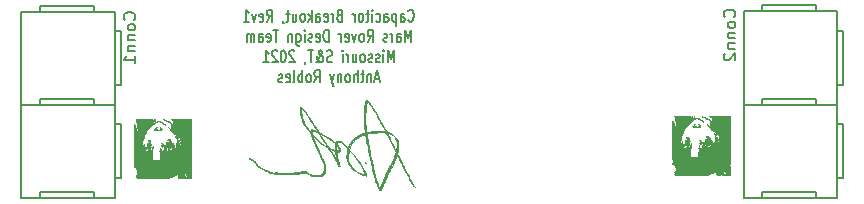
<source format=gbr>
G04 #@! TF.GenerationSoftware,KiCad,Pcbnew,(5.1.4)-1*
G04 #@! TF.CreationDate,2021-02-15T19:13:41-06:00*
G04 #@! TF.ProjectId,CapcitorBreakout,43617063-6974-46f7-9242-7265616b6f75,rev?*
G04 #@! TF.SameCoordinates,Original*
G04 #@! TF.FileFunction,Legend,Bot*
G04 #@! TF.FilePolarity,Positive*
%FSLAX46Y46*%
G04 Gerber Fmt 4.6, Leading zero omitted, Abs format (unit mm)*
G04 Created by KiCad (PCBNEW (5.1.4)-1) date 2021-02-15 19:13:41*
%MOMM*%
%LPD*%
G04 APERTURE LIST*
%ADD10C,0.190500*%
%ADD11C,0.010000*%
%ADD12C,0.150000*%
G04 APERTURE END LIST*
D10*
X153225500Y-81547607D02*
X153261785Y-81595988D01*
X153370642Y-81644369D01*
X153443214Y-81644369D01*
X153552071Y-81595988D01*
X153624642Y-81499226D01*
X153660928Y-81402464D01*
X153697214Y-81208940D01*
X153697214Y-81063797D01*
X153660928Y-80870273D01*
X153624642Y-80773511D01*
X153552071Y-80676750D01*
X153443214Y-80628369D01*
X153370642Y-80628369D01*
X153261785Y-80676750D01*
X153225500Y-80725130D01*
X152572357Y-81644369D02*
X152572357Y-81112178D01*
X152608642Y-81015416D01*
X152681214Y-80967035D01*
X152826357Y-80967035D01*
X152898928Y-81015416D01*
X152572357Y-81595988D02*
X152644928Y-81644369D01*
X152826357Y-81644369D01*
X152898928Y-81595988D01*
X152935214Y-81499226D01*
X152935214Y-81402464D01*
X152898928Y-81305702D01*
X152826357Y-81257321D01*
X152644928Y-81257321D01*
X152572357Y-81208940D01*
X152209500Y-80967035D02*
X152209500Y-81983035D01*
X152209500Y-81015416D02*
X152136928Y-80967035D01*
X151991785Y-80967035D01*
X151919214Y-81015416D01*
X151882928Y-81063797D01*
X151846642Y-81160559D01*
X151846642Y-81450845D01*
X151882928Y-81547607D01*
X151919214Y-81595988D01*
X151991785Y-81644369D01*
X152136928Y-81644369D01*
X152209500Y-81595988D01*
X151193500Y-81644369D02*
X151193500Y-81112178D01*
X151229785Y-81015416D01*
X151302357Y-80967035D01*
X151447500Y-80967035D01*
X151520071Y-81015416D01*
X151193500Y-81595988D02*
X151266071Y-81644369D01*
X151447500Y-81644369D01*
X151520071Y-81595988D01*
X151556357Y-81499226D01*
X151556357Y-81402464D01*
X151520071Y-81305702D01*
X151447500Y-81257321D01*
X151266071Y-81257321D01*
X151193500Y-81208940D01*
X150504071Y-81595988D02*
X150576642Y-81644369D01*
X150721785Y-81644369D01*
X150794357Y-81595988D01*
X150830642Y-81547607D01*
X150866928Y-81450845D01*
X150866928Y-81160559D01*
X150830642Y-81063797D01*
X150794357Y-81015416D01*
X150721785Y-80967035D01*
X150576642Y-80967035D01*
X150504071Y-81015416D01*
X150177500Y-81644369D02*
X150177500Y-80967035D01*
X150177500Y-80628369D02*
X150213785Y-80676750D01*
X150177500Y-80725130D01*
X150141214Y-80676750D01*
X150177500Y-80628369D01*
X150177500Y-80725130D01*
X149923500Y-80967035D02*
X149633214Y-80967035D01*
X149814642Y-80628369D02*
X149814642Y-81499226D01*
X149778357Y-81595988D01*
X149705785Y-81644369D01*
X149633214Y-81644369D01*
X149270357Y-81644369D02*
X149342928Y-81595988D01*
X149379214Y-81547607D01*
X149415500Y-81450845D01*
X149415500Y-81160559D01*
X149379214Y-81063797D01*
X149342928Y-81015416D01*
X149270357Y-80967035D01*
X149161500Y-80967035D01*
X149088928Y-81015416D01*
X149052642Y-81063797D01*
X149016357Y-81160559D01*
X149016357Y-81450845D01*
X149052642Y-81547607D01*
X149088928Y-81595988D01*
X149161500Y-81644369D01*
X149270357Y-81644369D01*
X148689785Y-81644369D02*
X148689785Y-80967035D01*
X148689785Y-81160559D02*
X148653500Y-81063797D01*
X148617214Y-81015416D01*
X148544642Y-80967035D01*
X148472071Y-80967035D01*
X147383500Y-81112178D02*
X147274642Y-81160559D01*
X147238357Y-81208940D01*
X147202071Y-81305702D01*
X147202071Y-81450845D01*
X147238357Y-81547607D01*
X147274642Y-81595988D01*
X147347214Y-81644369D01*
X147637500Y-81644369D01*
X147637500Y-80628369D01*
X147383500Y-80628369D01*
X147310928Y-80676750D01*
X147274642Y-80725130D01*
X147238357Y-80821892D01*
X147238357Y-80918654D01*
X147274642Y-81015416D01*
X147310928Y-81063797D01*
X147383500Y-81112178D01*
X147637500Y-81112178D01*
X146875500Y-81644369D02*
X146875500Y-80967035D01*
X146875500Y-81160559D02*
X146839214Y-81063797D01*
X146802928Y-81015416D01*
X146730357Y-80967035D01*
X146657785Y-80967035D01*
X146113500Y-81595988D02*
X146186071Y-81644369D01*
X146331214Y-81644369D01*
X146403785Y-81595988D01*
X146440071Y-81499226D01*
X146440071Y-81112178D01*
X146403785Y-81015416D01*
X146331214Y-80967035D01*
X146186071Y-80967035D01*
X146113500Y-81015416D01*
X146077214Y-81112178D01*
X146077214Y-81208940D01*
X146440071Y-81305702D01*
X145424071Y-81644369D02*
X145424071Y-81112178D01*
X145460357Y-81015416D01*
X145532928Y-80967035D01*
X145678071Y-80967035D01*
X145750642Y-81015416D01*
X145424071Y-81595988D02*
X145496642Y-81644369D01*
X145678071Y-81644369D01*
X145750642Y-81595988D01*
X145786928Y-81499226D01*
X145786928Y-81402464D01*
X145750642Y-81305702D01*
X145678071Y-81257321D01*
X145496642Y-81257321D01*
X145424071Y-81208940D01*
X145061214Y-81644369D02*
X145061214Y-80628369D01*
X144988642Y-81257321D02*
X144770928Y-81644369D01*
X144770928Y-80967035D02*
X145061214Y-81354083D01*
X144335500Y-81644369D02*
X144408071Y-81595988D01*
X144444357Y-81547607D01*
X144480642Y-81450845D01*
X144480642Y-81160559D01*
X144444357Y-81063797D01*
X144408071Y-81015416D01*
X144335500Y-80967035D01*
X144226642Y-80967035D01*
X144154071Y-81015416D01*
X144117785Y-81063797D01*
X144081500Y-81160559D01*
X144081500Y-81450845D01*
X144117785Y-81547607D01*
X144154071Y-81595988D01*
X144226642Y-81644369D01*
X144335500Y-81644369D01*
X143428357Y-80967035D02*
X143428357Y-81644369D01*
X143754928Y-80967035D02*
X143754928Y-81499226D01*
X143718642Y-81595988D01*
X143646071Y-81644369D01*
X143537214Y-81644369D01*
X143464642Y-81595988D01*
X143428357Y-81547607D01*
X143174357Y-80967035D02*
X142884071Y-80967035D01*
X143065500Y-80628369D02*
X143065500Y-81499226D01*
X143029214Y-81595988D01*
X142956642Y-81644369D01*
X142884071Y-81644369D01*
X142593785Y-81595988D02*
X142593785Y-81644369D01*
X142630071Y-81741130D01*
X142666357Y-81789511D01*
X141251214Y-81644369D02*
X141505214Y-81160559D01*
X141686642Y-81644369D02*
X141686642Y-80628369D01*
X141396357Y-80628369D01*
X141323785Y-80676750D01*
X141287500Y-80725130D01*
X141251214Y-80821892D01*
X141251214Y-80967035D01*
X141287500Y-81063797D01*
X141323785Y-81112178D01*
X141396357Y-81160559D01*
X141686642Y-81160559D01*
X140634357Y-81595988D02*
X140706928Y-81644369D01*
X140852071Y-81644369D01*
X140924642Y-81595988D01*
X140960928Y-81499226D01*
X140960928Y-81112178D01*
X140924642Y-81015416D01*
X140852071Y-80967035D01*
X140706928Y-80967035D01*
X140634357Y-81015416D01*
X140598071Y-81112178D01*
X140598071Y-81208940D01*
X140960928Y-81305702D01*
X140344071Y-80967035D02*
X140162642Y-81644369D01*
X139981214Y-80967035D01*
X139291785Y-81644369D02*
X139727214Y-81644369D01*
X139509500Y-81644369D02*
X139509500Y-80628369D01*
X139582071Y-80773511D01*
X139654642Y-80870273D01*
X139727214Y-80918654D01*
X153443214Y-83358869D02*
X153443214Y-82342869D01*
X153189214Y-83068583D01*
X152935214Y-82342869D01*
X152935214Y-83358869D01*
X152245785Y-83358869D02*
X152245785Y-82826678D01*
X152282071Y-82729916D01*
X152354642Y-82681535D01*
X152499785Y-82681535D01*
X152572357Y-82729916D01*
X152245785Y-83310488D02*
X152318357Y-83358869D01*
X152499785Y-83358869D01*
X152572357Y-83310488D01*
X152608642Y-83213726D01*
X152608642Y-83116964D01*
X152572357Y-83020202D01*
X152499785Y-82971821D01*
X152318357Y-82971821D01*
X152245785Y-82923440D01*
X151882928Y-83358869D02*
X151882928Y-82681535D01*
X151882928Y-82875059D02*
X151846642Y-82778297D01*
X151810357Y-82729916D01*
X151737785Y-82681535D01*
X151665214Y-82681535D01*
X151447500Y-83310488D02*
X151374928Y-83358869D01*
X151229785Y-83358869D01*
X151157214Y-83310488D01*
X151120928Y-83213726D01*
X151120928Y-83165345D01*
X151157214Y-83068583D01*
X151229785Y-83020202D01*
X151338642Y-83020202D01*
X151411214Y-82971821D01*
X151447500Y-82875059D01*
X151447500Y-82826678D01*
X151411214Y-82729916D01*
X151338642Y-82681535D01*
X151229785Y-82681535D01*
X151157214Y-82729916D01*
X149778357Y-83358869D02*
X150032357Y-82875059D01*
X150213785Y-83358869D02*
X150213785Y-82342869D01*
X149923500Y-82342869D01*
X149850928Y-82391250D01*
X149814642Y-82439630D01*
X149778357Y-82536392D01*
X149778357Y-82681535D01*
X149814642Y-82778297D01*
X149850928Y-82826678D01*
X149923500Y-82875059D01*
X150213785Y-82875059D01*
X149342928Y-83358869D02*
X149415500Y-83310488D01*
X149451785Y-83262107D01*
X149488071Y-83165345D01*
X149488071Y-82875059D01*
X149451785Y-82778297D01*
X149415500Y-82729916D01*
X149342928Y-82681535D01*
X149234071Y-82681535D01*
X149161500Y-82729916D01*
X149125214Y-82778297D01*
X149088928Y-82875059D01*
X149088928Y-83165345D01*
X149125214Y-83262107D01*
X149161500Y-83310488D01*
X149234071Y-83358869D01*
X149342928Y-83358869D01*
X148834928Y-82681535D02*
X148653500Y-83358869D01*
X148472071Y-82681535D01*
X147891500Y-83310488D02*
X147964071Y-83358869D01*
X148109214Y-83358869D01*
X148181785Y-83310488D01*
X148218071Y-83213726D01*
X148218071Y-82826678D01*
X148181785Y-82729916D01*
X148109214Y-82681535D01*
X147964071Y-82681535D01*
X147891500Y-82729916D01*
X147855214Y-82826678D01*
X147855214Y-82923440D01*
X148218071Y-83020202D01*
X147528642Y-83358869D02*
X147528642Y-82681535D01*
X147528642Y-82875059D02*
X147492357Y-82778297D01*
X147456071Y-82729916D01*
X147383500Y-82681535D01*
X147310928Y-82681535D01*
X146476357Y-83358869D02*
X146476357Y-82342869D01*
X146294928Y-82342869D01*
X146186071Y-82391250D01*
X146113500Y-82488011D01*
X146077214Y-82584773D01*
X146040928Y-82778297D01*
X146040928Y-82923440D01*
X146077214Y-83116964D01*
X146113500Y-83213726D01*
X146186071Y-83310488D01*
X146294928Y-83358869D01*
X146476357Y-83358869D01*
X145424071Y-83310488D02*
X145496642Y-83358869D01*
X145641785Y-83358869D01*
X145714357Y-83310488D01*
X145750642Y-83213726D01*
X145750642Y-82826678D01*
X145714357Y-82729916D01*
X145641785Y-82681535D01*
X145496642Y-82681535D01*
X145424071Y-82729916D01*
X145387785Y-82826678D01*
X145387785Y-82923440D01*
X145750642Y-83020202D01*
X145097500Y-83310488D02*
X145024928Y-83358869D01*
X144879785Y-83358869D01*
X144807214Y-83310488D01*
X144770928Y-83213726D01*
X144770928Y-83165345D01*
X144807214Y-83068583D01*
X144879785Y-83020202D01*
X144988642Y-83020202D01*
X145061214Y-82971821D01*
X145097500Y-82875059D01*
X145097500Y-82826678D01*
X145061214Y-82729916D01*
X144988642Y-82681535D01*
X144879785Y-82681535D01*
X144807214Y-82729916D01*
X144444357Y-83358869D02*
X144444357Y-82681535D01*
X144444357Y-82342869D02*
X144480642Y-82391250D01*
X144444357Y-82439630D01*
X144408071Y-82391250D01*
X144444357Y-82342869D01*
X144444357Y-82439630D01*
X143754928Y-82681535D02*
X143754928Y-83504011D01*
X143791214Y-83600773D01*
X143827500Y-83649154D01*
X143900071Y-83697535D01*
X144008928Y-83697535D01*
X144081500Y-83649154D01*
X143754928Y-83310488D02*
X143827500Y-83358869D01*
X143972642Y-83358869D01*
X144045214Y-83310488D01*
X144081500Y-83262107D01*
X144117785Y-83165345D01*
X144117785Y-82875059D01*
X144081500Y-82778297D01*
X144045214Y-82729916D01*
X143972642Y-82681535D01*
X143827500Y-82681535D01*
X143754928Y-82729916D01*
X143392071Y-82681535D02*
X143392071Y-83358869D01*
X143392071Y-82778297D02*
X143355785Y-82729916D01*
X143283214Y-82681535D01*
X143174357Y-82681535D01*
X143101785Y-82729916D01*
X143065500Y-82826678D01*
X143065500Y-83358869D01*
X142230928Y-82342869D02*
X141795500Y-82342869D01*
X142013214Y-83358869D02*
X142013214Y-82342869D01*
X141251214Y-83310488D02*
X141323785Y-83358869D01*
X141468928Y-83358869D01*
X141541500Y-83310488D01*
X141577785Y-83213726D01*
X141577785Y-82826678D01*
X141541500Y-82729916D01*
X141468928Y-82681535D01*
X141323785Y-82681535D01*
X141251214Y-82729916D01*
X141214928Y-82826678D01*
X141214928Y-82923440D01*
X141577785Y-83020202D01*
X140561785Y-83358869D02*
X140561785Y-82826678D01*
X140598071Y-82729916D01*
X140670642Y-82681535D01*
X140815785Y-82681535D01*
X140888357Y-82729916D01*
X140561785Y-83310488D02*
X140634357Y-83358869D01*
X140815785Y-83358869D01*
X140888357Y-83310488D01*
X140924642Y-83213726D01*
X140924642Y-83116964D01*
X140888357Y-83020202D01*
X140815785Y-82971821D01*
X140634357Y-82971821D01*
X140561785Y-82923440D01*
X140198928Y-83358869D02*
X140198928Y-82681535D01*
X140198928Y-82778297D02*
X140162642Y-82729916D01*
X140090071Y-82681535D01*
X139981214Y-82681535D01*
X139908642Y-82729916D01*
X139872357Y-82826678D01*
X139872357Y-83358869D01*
X139872357Y-82826678D02*
X139836071Y-82729916D01*
X139763500Y-82681535D01*
X139654642Y-82681535D01*
X139582071Y-82729916D01*
X139545785Y-82826678D01*
X139545785Y-83358869D01*
X151991785Y-85073369D02*
X151991785Y-84057369D01*
X151737785Y-84783083D01*
X151483785Y-84057369D01*
X151483785Y-85073369D01*
X151120928Y-85073369D02*
X151120928Y-84396035D01*
X151120928Y-84057369D02*
X151157214Y-84105750D01*
X151120928Y-84154130D01*
X151084642Y-84105750D01*
X151120928Y-84057369D01*
X151120928Y-84154130D01*
X150794357Y-85024988D02*
X150721785Y-85073369D01*
X150576642Y-85073369D01*
X150504071Y-85024988D01*
X150467785Y-84928226D01*
X150467785Y-84879845D01*
X150504071Y-84783083D01*
X150576642Y-84734702D01*
X150685500Y-84734702D01*
X150758071Y-84686321D01*
X150794357Y-84589559D01*
X150794357Y-84541178D01*
X150758071Y-84444416D01*
X150685500Y-84396035D01*
X150576642Y-84396035D01*
X150504071Y-84444416D01*
X150177500Y-85024988D02*
X150104928Y-85073369D01*
X149959785Y-85073369D01*
X149887214Y-85024988D01*
X149850928Y-84928226D01*
X149850928Y-84879845D01*
X149887214Y-84783083D01*
X149959785Y-84734702D01*
X150068642Y-84734702D01*
X150141214Y-84686321D01*
X150177500Y-84589559D01*
X150177500Y-84541178D01*
X150141214Y-84444416D01*
X150068642Y-84396035D01*
X149959785Y-84396035D01*
X149887214Y-84444416D01*
X149415499Y-85073369D02*
X149488071Y-85024988D01*
X149524357Y-84976607D01*
X149560642Y-84879845D01*
X149560642Y-84589559D01*
X149524357Y-84492797D01*
X149488071Y-84444416D01*
X149415499Y-84396035D01*
X149306642Y-84396035D01*
X149234071Y-84444416D01*
X149197785Y-84492797D01*
X149161499Y-84589559D01*
X149161499Y-84879845D01*
X149197785Y-84976607D01*
X149234071Y-85024988D01*
X149306642Y-85073369D01*
X149415499Y-85073369D01*
X148508357Y-84396035D02*
X148508357Y-85073369D01*
X148834928Y-84396035D02*
X148834928Y-84928226D01*
X148798642Y-85024988D01*
X148726071Y-85073369D01*
X148617214Y-85073369D01*
X148544642Y-85024988D01*
X148508357Y-84976607D01*
X148145499Y-85073369D02*
X148145499Y-84396035D01*
X148145499Y-84589559D02*
X148109214Y-84492797D01*
X148072928Y-84444416D01*
X148000357Y-84396035D01*
X147927785Y-84396035D01*
X147673785Y-85073369D02*
X147673785Y-84396035D01*
X147673785Y-84057369D02*
X147710071Y-84105750D01*
X147673785Y-84154130D01*
X147637500Y-84105750D01*
X147673785Y-84057369D01*
X147673785Y-84154130D01*
X146766642Y-85024988D02*
X146657785Y-85073369D01*
X146476357Y-85073369D01*
X146403785Y-85024988D01*
X146367500Y-84976607D01*
X146331214Y-84879845D01*
X146331214Y-84783083D01*
X146367500Y-84686321D01*
X146403785Y-84637940D01*
X146476357Y-84589559D01*
X146621500Y-84541178D01*
X146694071Y-84492797D01*
X146730357Y-84444416D01*
X146766642Y-84347654D01*
X146766642Y-84250892D01*
X146730357Y-84154130D01*
X146694071Y-84105750D01*
X146621500Y-84057369D01*
X146440071Y-84057369D01*
X146331214Y-84105750D01*
X145387785Y-85073369D02*
X145424071Y-85073369D01*
X145496642Y-85024988D01*
X145605500Y-84879845D01*
X145786928Y-84589559D01*
X145859500Y-84444416D01*
X145895785Y-84299273D01*
X145895785Y-84202511D01*
X145859500Y-84105750D01*
X145786928Y-84057369D01*
X145750642Y-84057369D01*
X145678071Y-84105750D01*
X145641785Y-84202511D01*
X145641785Y-84250892D01*
X145678071Y-84347654D01*
X145714357Y-84396035D01*
X145932071Y-84589559D01*
X145968357Y-84637940D01*
X146004642Y-84734702D01*
X146004642Y-84879845D01*
X145968357Y-84976607D01*
X145932071Y-85024988D01*
X145859500Y-85073369D01*
X145750642Y-85073369D01*
X145678071Y-85024988D01*
X145641785Y-84976607D01*
X145532928Y-84783083D01*
X145496642Y-84637940D01*
X145496642Y-84541178D01*
X145170071Y-84057369D02*
X144734642Y-84057369D01*
X144952357Y-85073369D02*
X144952357Y-84057369D01*
X144444357Y-85024988D02*
X144444357Y-85073369D01*
X144480642Y-85170130D01*
X144516928Y-85218511D01*
X143573500Y-84154130D02*
X143537214Y-84105750D01*
X143464642Y-84057369D01*
X143283214Y-84057369D01*
X143210642Y-84105750D01*
X143174357Y-84154130D01*
X143138071Y-84250892D01*
X143138071Y-84347654D01*
X143174357Y-84492797D01*
X143609785Y-85073369D01*
X143138071Y-85073369D01*
X142666357Y-84057369D02*
X142593785Y-84057369D01*
X142521214Y-84105750D01*
X142484928Y-84154130D01*
X142448642Y-84250892D01*
X142412357Y-84444416D01*
X142412357Y-84686321D01*
X142448642Y-84879845D01*
X142484928Y-84976607D01*
X142521214Y-85024988D01*
X142593785Y-85073369D01*
X142666357Y-85073369D01*
X142738928Y-85024988D01*
X142775214Y-84976607D01*
X142811500Y-84879845D01*
X142847785Y-84686321D01*
X142847785Y-84444416D01*
X142811500Y-84250892D01*
X142775214Y-84154130D01*
X142738928Y-84105750D01*
X142666357Y-84057369D01*
X142122071Y-84154130D02*
X142085785Y-84105750D01*
X142013214Y-84057369D01*
X141831785Y-84057369D01*
X141759214Y-84105750D01*
X141722928Y-84154130D01*
X141686642Y-84250892D01*
X141686642Y-84347654D01*
X141722928Y-84492797D01*
X142158357Y-85073369D01*
X141686642Y-85073369D01*
X140960928Y-85073369D02*
X141396357Y-85073369D01*
X141178642Y-85073369D02*
X141178642Y-84057369D01*
X141251214Y-84202511D01*
X141323785Y-84299273D01*
X141396357Y-84347654D01*
X150758071Y-86497583D02*
X150395214Y-86497583D01*
X150830642Y-86787869D02*
X150576642Y-85771869D01*
X150322642Y-86787869D01*
X150068642Y-86110535D02*
X150068642Y-86787869D01*
X150068642Y-86207297D02*
X150032357Y-86158916D01*
X149959785Y-86110535D01*
X149850928Y-86110535D01*
X149778357Y-86158916D01*
X149742071Y-86255678D01*
X149742071Y-86787869D01*
X149488071Y-86110535D02*
X149197785Y-86110535D01*
X149379214Y-85771869D02*
X149379214Y-86642726D01*
X149342928Y-86739488D01*
X149270357Y-86787869D01*
X149197785Y-86787869D01*
X148943785Y-86787869D02*
X148943785Y-85771869D01*
X148617214Y-86787869D02*
X148617214Y-86255678D01*
X148653500Y-86158916D01*
X148726071Y-86110535D01*
X148834928Y-86110535D01*
X148907500Y-86158916D01*
X148943785Y-86207297D01*
X148145500Y-86787869D02*
X148218071Y-86739488D01*
X148254357Y-86691107D01*
X148290642Y-86594345D01*
X148290642Y-86304059D01*
X148254357Y-86207297D01*
X148218071Y-86158916D01*
X148145500Y-86110535D01*
X148036642Y-86110535D01*
X147964071Y-86158916D01*
X147927785Y-86207297D01*
X147891500Y-86304059D01*
X147891500Y-86594345D01*
X147927785Y-86691107D01*
X147964071Y-86739488D01*
X148036642Y-86787869D01*
X148145500Y-86787869D01*
X147564928Y-86110535D02*
X147564928Y-86787869D01*
X147564928Y-86207297D02*
X147528642Y-86158916D01*
X147456071Y-86110535D01*
X147347214Y-86110535D01*
X147274642Y-86158916D01*
X147238357Y-86255678D01*
X147238357Y-86787869D01*
X146948071Y-86110535D02*
X146766642Y-86787869D01*
X146585214Y-86110535D02*
X146766642Y-86787869D01*
X146839214Y-87029773D01*
X146875500Y-87078154D01*
X146948071Y-87126535D01*
X145278928Y-86787869D02*
X145532928Y-86304059D01*
X145714357Y-86787869D02*
X145714357Y-85771869D01*
X145424071Y-85771869D01*
X145351500Y-85820250D01*
X145315214Y-85868630D01*
X145278928Y-85965392D01*
X145278928Y-86110535D01*
X145315214Y-86207297D01*
X145351500Y-86255678D01*
X145424071Y-86304059D01*
X145714357Y-86304059D01*
X144843500Y-86787869D02*
X144916071Y-86739488D01*
X144952357Y-86691107D01*
X144988642Y-86594345D01*
X144988642Y-86304059D01*
X144952357Y-86207297D01*
X144916071Y-86158916D01*
X144843500Y-86110535D01*
X144734642Y-86110535D01*
X144662071Y-86158916D01*
X144625785Y-86207297D01*
X144589500Y-86304059D01*
X144589500Y-86594345D01*
X144625785Y-86691107D01*
X144662071Y-86739488D01*
X144734642Y-86787869D01*
X144843500Y-86787869D01*
X144262928Y-86787869D02*
X144262928Y-85771869D01*
X144262928Y-86158916D02*
X144190357Y-86110535D01*
X144045214Y-86110535D01*
X143972642Y-86158916D01*
X143936357Y-86207297D01*
X143900071Y-86304059D01*
X143900071Y-86594345D01*
X143936357Y-86691107D01*
X143972642Y-86739488D01*
X144045214Y-86787869D01*
X144190357Y-86787869D01*
X144262928Y-86739488D01*
X143464642Y-86787869D02*
X143537214Y-86739488D01*
X143573500Y-86642726D01*
X143573500Y-85771869D01*
X142884071Y-86739488D02*
X142956642Y-86787869D01*
X143101785Y-86787869D01*
X143174357Y-86739488D01*
X143210642Y-86642726D01*
X143210642Y-86255678D01*
X143174357Y-86158916D01*
X143101785Y-86110535D01*
X142956642Y-86110535D01*
X142884071Y-86158916D01*
X142847785Y-86255678D01*
X142847785Y-86352440D01*
X143210642Y-86449202D01*
X142557500Y-86739488D02*
X142484928Y-86787869D01*
X142339785Y-86787869D01*
X142267214Y-86739488D01*
X142230928Y-86642726D01*
X142230928Y-86594345D01*
X142267214Y-86497583D01*
X142339785Y-86449202D01*
X142448642Y-86449202D01*
X142521214Y-86400821D01*
X142557500Y-86304059D01*
X142557500Y-86255678D01*
X142521214Y-86158916D01*
X142448642Y-86110535D01*
X142339785Y-86110535D01*
X142267214Y-86158916D01*
D11*
G36*
X130996992Y-92911512D02*
G01*
X130999143Y-92909548D01*
X131020137Y-92862775D01*
X131018528Y-92833348D01*
X131007754Y-92807612D01*
X131003446Y-92815873D01*
X130992859Y-92864168D01*
X130984061Y-92892073D01*
X130977452Y-92922540D01*
X130996992Y-92911512D01*
X130996992Y-92911512D01*
G37*
X130996992Y-92911512D02*
X130999143Y-92909548D01*
X131020137Y-92862775D01*
X131018528Y-92833348D01*
X131007754Y-92807612D01*
X131003446Y-92815873D01*
X130992859Y-92864168D01*
X130984061Y-92892073D01*
X130977452Y-92922540D01*
X130996992Y-92911512D01*
G36*
X131000500Y-92760800D02*
G01*
X130987800Y-92748100D01*
X130975100Y-92760800D01*
X130987800Y-92773500D01*
X131000500Y-92760800D01*
X131000500Y-92760800D01*
G37*
X131000500Y-92760800D02*
X130987800Y-92748100D01*
X130975100Y-92760800D01*
X130987800Y-92773500D01*
X131000500Y-92760800D01*
G36*
X130746500Y-92532200D02*
G01*
X130733800Y-92519500D01*
X130721100Y-92532200D01*
X130733800Y-92544900D01*
X130746500Y-92532200D01*
X130746500Y-92532200D01*
G37*
X130746500Y-92532200D02*
X130733800Y-92519500D01*
X130721100Y-92532200D01*
X130733800Y-92544900D01*
X130746500Y-92532200D01*
G36*
X130771900Y-92481400D02*
G01*
X130759200Y-92468700D01*
X130746500Y-92481400D01*
X130759200Y-92494100D01*
X130771900Y-92481400D01*
X130771900Y-92481400D01*
G37*
X130771900Y-92481400D02*
X130759200Y-92468700D01*
X130746500Y-92481400D01*
X130759200Y-92494100D01*
X130771900Y-92481400D01*
G36*
X130771900Y-92430600D02*
G01*
X130759200Y-92417900D01*
X130746500Y-92430600D01*
X130759200Y-92443300D01*
X130771900Y-92430600D01*
X130771900Y-92430600D01*
G37*
X130771900Y-92430600D02*
X130759200Y-92417900D01*
X130746500Y-92430600D01*
X130759200Y-92443300D01*
X130771900Y-92430600D01*
G36*
X133108700Y-92532200D02*
G01*
X133096000Y-92519500D01*
X133083300Y-92532200D01*
X133096000Y-92544900D01*
X133108700Y-92532200D01*
X133108700Y-92532200D01*
G37*
X133108700Y-92532200D02*
X133096000Y-92519500D01*
X133083300Y-92532200D01*
X133096000Y-92544900D01*
X133108700Y-92532200D01*
G36*
X130187700Y-94767400D02*
G01*
X130175000Y-94754700D01*
X130162300Y-94767400D01*
X130175000Y-94780100D01*
X130187700Y-94767400D01*
X130187700Y-94767400D01*
G37*
X130187700Y-94767400D02*
X130175000Y-94754700D01*
X130162300Y-94767400D01*
X130175000Y-94780100D01*
X130187700Y-94767400D01*
G36*
X130187700Y-94640400D02*
G01*
X130175000Y-94627700D01*
X130162300Y-94640400D01*
X130175000Y-94653100D01*
X130187700Y-94640400D01*
X130187700Y-94640400D01*
G37*
X130187700Y-94640400D02*
X130175000Y-94627700D01*
X130162300Y-94640400D01*
X130175000Y-94653100D01*
X130187700Y-94640400D01*
G36*
X132410200Y-92236530D02*
G01*
X132359400Y-92214700D01*
X132300059Y-92195904D01*
X132270500Y-92191475D01*
X132245217Y-92193797D01*
X132264067Y-92210503D01*
X132270500Y-92214700D01*
X132328169Y-92235180D01*
X132359400Y-92237926D01*
X132410200Y-92236530D01*
X132410200Y-92236530D01*
G37*
X132410200Y-92236530D02*
X132359400Y-92214700D01*
X132300059Y-92195904D01*
X132270500Y-92191475D01*
X132245217Y-92193797D01*
X132264067Y-92210503D01*
X132270500Y-92214700D01*
X132328169Y-92235180D01*
X132359400Y-92237926D01*
X132410200Y-92236530D01*
G36*
X132363633Y-92104634D02*
G01*
X132360146Y-92089534D01*
X132346700Y-92087700D01*
X132325792Y-92096994D01*
X132329766Y-92104634D01*
X132359910Y-92107674D01*
X132363633Y-92104634D01*
X132363633Y-92104634D01*
G37*
X132363633Y-92104634D02*
X132360146Y-92089534D01*
X132346700Y-92087700D01*
X132325792Y-92096994D01*
X132329766Y-92104634D01*
X132359910Y-92107674D01*
X132363633Y-92104634D01*
G36*
X131279900Y-91846400D02*
G01*
X131267200Y-91833700D01*
X131254500Y-91846400D01*
X131267200Y-91859100D01*
X131279900Y-91846400D01*
X131279900Y-91846400D01*
G37*
X131279900Y-91846400D02*
X131267200Y-91833700D01*
X131254500Y-91846400D01*
X131267200Y-91859100D01*
X131279900Y-91846400D01*
G36*
X133049433Y-91799834D02*
G01*
X133052473Y-91769690D01*
X133049433Y-91765967D01*
X133034333Y-91769454D01*
X133032500Y-91782900D01*
X133041793Y-91803808D01*
X133049433Y-91799834D01*
X133049433Y-91799834D01*
G37*
X133049433Y-91799834D02*
X133052473Y-91769690D01*
X133049433Y-91765967D01*
X133034333Y-91769454D01*
X133032500Y-91782900D01*
X133041793Y-91803808D01*
X133049433Y-91799834D01*
G36*
X133848173Y-91950117D02*
G01*
X133882462Y-91895845D01*
X133895535Y-91855094D01*
X133882500Y-91848708D01*
X133851324Y-91877918D01*
X133846106Y-91884500D01*
X133806936Y-91925537D01*
X133777610Y-91926366D01*
X133766080Y-91916939D01*
X133747764Y-91879653D01*
X133762881Y-91824526D01*
X133764013Y-91822021D01*
X133779056Y-91737021D01*
X133770014Y-91700682D01*
X133754253Y-91666483D01*
X133747466Y-91674902D01*
X133745310Y-91724251D01*
X133735981Y-91794883D01*
X133715652Y-91822924D01*
X133690222Y-91813690D01*
X133665593Y-91772496D01*
X133647664Y-91704658D01*
X133642100Y-91631277D01*
X133631290Y-91545244D01*
X133604700Y-91468295D01*
X133598938Y-91458157D01*
X133555776Y-91389200D01*
X133624238Y-91450684D01*
X133679074Y-91492042D01*
X133704615Y-91497578D01*
X133695318Y-91471708D01*
X133654241Y-91426776D01*
X133602823Y-91387996D01*
X133551548Y-91363002D01*
X133512981Y-91355498D01*
X133499687Y-91369191D01*
X133505018Y-91382774D01*
X133531918Y-91425316D01*
X133570928Y-91483220D01*
X133571272Y-91483718D01*
X133609230Y-91579881D01*
X133613342Y-91664372D01*
X133614870Y-91735689D01*
X133633495Y-91794198D01*
X133677169Y-91860018D01*
X133703908Y-91893477D01*
X133800246Y-92011046D01*
X133848173Y-91950117D01*
X133848173Y-91950117D01*
G37*
X133848173Y-91950117D02*
X133882462Y-91895845D01*
X133895535Y-91855094D01*
X133882500Y-91848708D01*
X133851324Y-91877918D01*
X133846106Y-91884500D01*
X133806936Y-91925537D01*
X133777610Y-91926366D01*
X133766080Y-91916939D01*
X133747764Y-91879653D01*
X133762881Y-91824526D01*
X133764013Y-91822021D01*
X133779056Y-91737021D01*
X133770014Y-91700682D01*
X133754253Y-91666483D01*
X133747466Y-91674902D01*
X133745310Y-91724251D01*
X133735981Y-91794883D01*
X133715652Y-91822924D01*
X133690222Y-91813690D01*
X133665593Y-91772496D01*
X133647664Y-91704658D01*
X133642100Y-91631277D01*
X133631290Y-91545244D01*
X133604700Y-91468295D01*
X133598938Y-91458157D01*
X133555776Y-91389200D01*
X133624238Y-91450684D01*
X133679074Y-91492042D01*
X133704615Y-91497578D01*
X133695318Y-91471708D01*
X133654241Y-91426776D01*
X133602823Y-91387996D01*
X133551548Y-91363002D01*
X133512981Y-91355498D01*
X133499687Y-91369191D01*
X133505018Y-91382774D01*
X133531918Y-91425316D01*
X133570928Y-91483220D01*
X133571272Y-91483718D01*
X133609230Y-91579881D01*
X133613342Y-91664372D01*
X133614870Y-91735689D01*
X133633495Y-91794198D01*
X133677169Y-91860018D01*
X133703908Y-91893477D01*
X133800246Y-92011046D01*
X133848173Y-91950117D01*
G36*
X131965700Y-90779600D02*
G01*
X131953000Y-90766900D01*
X131940300Y-90779600D01*
X131953000Y-90792300D01*
X131965700Y-90779600D01*
X131965700Y-90779600D01*
G37*
X131965700Y-90779600D02*
X131953000Y-90766900D01*
X131940300Y-90779600D01*
X131953000Y-90792300D01*
X131965700Y-90779600D01*
G36*
X131889500Y-90779600D02*
G01*
X131876800Y-90766900D01*
X131864100Y-90779600D01*
X131876800Y-90792300D01*
X131889500Y-90779600D01*
X131889500Y-90779600D01*
G37*
X131889500Y-90779600D02*
X131876800Y-90766900D01*
X131864100Y-90779600D01*
X131876800Y-90792300D01*
X131889500Y-90779600D01*
G36*
X132219700Y-90728800D02*
G01*
X132207000Y-90716100D01*
X132194300Y-90728800D01*
X132207000Y-90741500D01*
X132219700Y-90728800D01*
X132219700Y-90728800D01*
G37*
X132219700Y-90728800D02*
X132207000Y-90716100D01*
X132194300Y-90728800D01*
X132207000Y-90741500D01*
X132219700Y-90728800D01*
G36*
X131838700Y-90703400D02*
G01*
X131826000Y-90690700D01*
X131813300Y-90703400D01*
X131826000Y-90716100D01*
X131838700Y-90703400D01*
X131838700Y-90703400D01*
G37*
X131838700Y-90703400D02*
X131826000Y-90690700D01*
X131813300Y-90703400D01*
X131826000Y-90716100D01*
X131838700Y-90703400D01*
G36*
X132072837Y-90848349D02*
G01*
X132167517Y-90831172D01*
X132252265Y-90809391D01*
X132309616Y-90786379D01*
X132319643Y-90779000D01*
X132342337Y-90745888D01*
X132335036Y-90705811D01*
X132320648Y-90676783D01*
X132276648Y-90617948D01*
X132233405Y-90582975D01*
X132198300Y-90566593D01*
X132202123Y-90579706D01*
X132215536Y-90596529D01*
X132236296Y-90640764D01*
X132233267Y-90663897D01*
X132236050Y-90679557D01*
X132256480Y-90674992D01*
X132289918Y-90673087D01*
X132288318Y-90702998D01*
X132259233Y-90749640D01*
X132243076Y-90759620D01*
X132274594Y-90759620D01*
X132280774Y-90745425D01*
X132306349Y-90718157D01*
X132321052Y-90723751D01*
X132321300Y-90727301D01*
X132303258Y-90748785D01*
X132291975Y-90756626D01*
X132274594Y-90759620D01*
X132243076Y-90759620D01*
X132220550Y-90773533D01*
X132151910Y-90793773D01*
X132067045Y-90808894D01*
X131979688Y-90817433D01*
X131903570Y-90817926D01*
X131852425Y-90808910D01*
X131838700Y-90794468D01*
X131825012Y-90774902D01*
X131815961Y-90777956D01*
X131788702Y-90771693D01*
X131779777Y-90756971D01*
X131784608Y-90709947D01*
X131818046Y-90647398D01*
X131869972Y-90586673D01*
X131888334Y-90570858D01*
X131910875Y-90545833D01*
X131905561Y-90539108D01*
X131876733Y-90555282D01*
X131825955Y-90597763D01*
X131784911Y-90636912D01*
X131715832Y-90714710D01*
X131689728Y-90769699D01*
X131706527Y-90806044D01*
X131766155Y-90827911D01*
X131781550Y-90830650D01*
X131857581Y-90843353D01*
X131918159Y-90854348D01*
X131923537Y-90855421D01*
X131985689Y-90857556D01*
X132072837Y-90848349D01*
X132072837Y-90848349D01*
G37*
X132072837Y-90848349D02*
X132167517Y-90831172D01*
X132252265Y-90809391D01*
X132309616Y-90786379D01*
X132319643Y-90779000D01*
X132342337Y-90745888D01*
X132335036Y-90705811D01*
X132320648Y-90676783D01*
X132276648Y-90617948D01*
X132233405Y-90582975D01*
X132198300Y-90566593D01*
X132202123Y-90579706D01*
X132215536Y-90596529D01*
X132236296Y-90640764D01*
X132233267Y-90663897D01*
X132236050Y-90679557D01*
X132256480Y-90674992D01*
X132289918Y-90673087D01*
X132288318Y-90702998D01*
X132259233Y-90749640D01*
X132243076Y-90759620D01*
X132274594Y-90759620D01*
X132280774Y-90745425D01*
X132306349Y-90718157D01*
X132321052Y-90723751D01*
X132321300Y-90727301D01*
X132303258Y-90748785D01*
X132291975Y-90756626D01*
X132274594Y-90759620D01*
X132243076Y-90759620D01*
X132220550Y-90773533D01*
X132151910Y-90793773D01*
X132067045Y-90808894D01*
X131979688Y-90817433D01*
X131903570Y-90817926D01*
X131852425Y-90808910D01*
X131838700Y-90794468D01*
X131825012Y-90774902D01*
X131815961Y-90777956D01*
X131788702Y-90771693D01*
X131779777Y-90756971D01*
X131784608Y-90709947D01*
X131818046Y-90647398D01*
X131869972Y-90586673D01*
X131888334Y-90570858D01*
X131910875Y-90545833D01*
X131905561Y-90539108D01*
X131876733Y-90555282D01*
X131825955Y-90597763D01*
X131784911Y-90636912D01*
X131715832Y-90714710D01*
X131689728Y-90769699D01*
X131706527Y-90806044D01*
X131766155Y-90827911D01*
X131781550Y-90830650D01*
X131857581Y-90843353D01*
X131918159Y-90854348D01*
X131923537Y-90855421D01*
X131985689Y-90857556D01*
X132072837Y-90848349D01*
G36*
X131677575Y-90082368D02*
G01*
X131685824Y-90028711D01*
X131686300Y-90006400D01*
X131684614Y-89935924D01*
X131677274Y-89907486D01*
X131660855Y-89912369D01*
X131652433Y-89920234D01*
X131638013Y-89960325D01*
X131636809Y-90020312D01*
X131647548Y-90074121D01*
X131660900Y-90093800D01*
X131677575Y-90082368D01*
X131677575Y-90082368D01*
G37*
X131677575Y-90082368D02*
X131685824Y-90028711D01*
X131686300Y-90006400D01*
X131684614Y-89935924D01*
X131677274Y-89907486D01*
X131660855Y-89912369D01*
X131652433Y-89920234D01*
X131638013Y-89960325D01*
X131636809Y-90020312D01*
X131647548Y-90074121D01*
X131660900Y-90093800D01*
X131677575Y-90082368D01*
G36*
X132010472Y-94855957D02*
G01*
X132298374Y-94854904D01*
X132539132Y-94853106D01*
X132734571Y-94850527D01*
X132886517Y-94847132D01*
X132996795Y-94842887D01*
X133067232Y-94837756D01*
X133099652Y-94831704D01*
X133102350Y-94828765D01*
X133121499Y-94808020D01*
X133178049Y-94776580D01*
X133261297Y-94740087D01*
X133295849Y-94726758D01*
X133398953Y-94685457D01*
X133491861Y-94643203D01*
X133557501Y-94607872D01*
X133566470Y-94601894D01*
X133617075Y-94567938D01*
X133646970Y-94551729D01*
X133648349Y-94551500D01*
X133660841Y-94573737D01*
X133682412Y-94631723D01*
X133705600Y-94703900D01*
X133751743Y-94856300D01*
X133909723Y-94856300D01*
X134001036Y-94853608D01*
X134056693Y-94842643D01*
X134091685Y-94819077D01*
X134107569Y-94799151D01*
X134147435Y-94742000D01*
X134148767Y-94799150D01*
X134150904Y-94821736D01*
X134161326Y-94837416D01*
X134187899Y-94847451D01*
X134238490Y-94853100D01*
X134320966Y-94855623D01*
X134443195Y-94856279D01*
X134505700Y-94856300D01*
X134861300Y-94856300D01*
X134861300Y-94506810D01*
X134860767Y-94366338D01*
X134858400Y-94268027D01*
X134853039Y-94203243D01*
X134843530Y-94163351D01*
X134828713Y-94139718D01*
X134810191Y-94125403D01*
X134759083Y-94093485D01*
X134810191Y-93993305D01*
X134819551Y-93973789D01*
X134827693Y-93952115D01*
X134834702Y-93924805D01*
X134840662Y-93888380D01*
X134845659Y-93839360D01*
X134849777Y-93774266D01*
X134853101Y-93689620D01*
X134855716Y-93581942D01*
X134857707Y-93447754D01*
X134859159Y-93283577D01*
X134860156Y-93085930D01*
X134860784Y-92851337D01*
X134861127Y-92576316D01*
X134861271Y-92257391D01*
X134861300Y-91898212D01*
X134861300Y-89903300D01*
X133121400Y-89905546D01*
X133217932Y-89956488D01*
X133281320Y-89996489D01*
X133322907Y-90034812D01*
X133328788Y-90044757D01*
X133337384Y-90106767D01*
X133332724Y-90196302D01*
X133317795Y-90295434D01*
X133295587Y-90386233D01*
X133269090Y-90450770D01*
X133258835Y-90464365D01*
X133211056Y-90504465D01*
X133184329Y-90502498D01*
X133173393Y-90455241D01*
X133172200Y-90411300D01*
X133176427Y-90347661D01*
X133186988Y-90312281D01*
X133191250Y-90309700D01*
X133205704Y-90331427D01*
X133210300Y-90371701D01*
X133219665Y-90425483D01*
X133235700Y-90449400D01*
X133254253Y-90440104D01*
X133261100Y-90396167D01*
X133236040Y-90317184D01*
X133161617Y-90233554D01*
X133038962Y-90146185D01*
X132869206Y-90055983D01*
X132794013Y-90021778D01*
X132682913Y-89974807D01*
X132585794Y-89936846D01*
X132513769Y-89912045D01*
X132479541Y-89904404D01*
X132481076Y-89913515D01*
X132522006Y-89936995D01*
X132594445Y-89970634D01*
X132638800Y-89989445D01*
X132756892Y-90041659D01*
X132879229Y-90101243D01*
X132981281Y-90156192D01*
X132990241Y-90161454D01*
X133138483Y-90249526D01*
X133142641Y-90532783D01*
X133146800Y-90816039D01*
X133026150Y-90697175D01*
X132966004Y-90641301D01*
X132922774Y-90607596D01*
X132905522Y-90603088D01*
X132905500Y-90603550D01*
X132922519Y-90631780D01*
X132967883Y-90685144D01*
X133033052Y-90753846D01*
X133059665Y-90780396D01*
X133145857Y-90869296D01*
X133230388Y-90963345D01*
X133296516Y-91043829D01*
X133302579Y-91051902D01*
X133385723Y-91144126D01*
X133468463Y-91192725D01*
X133480409Y-91196401D01*
X133571787Y-91238577D01*
X133674515Y-91311855D01*
X133774395Y-91403426D01*
X133857228Y-91500484D01*
X133903958Y-91578469D01*
X133934396Y-91674426D01*
X133950241Y-91783462D01*
X133952403Y-91894457D01*
X133941795Y-91996291D01*
X133919326Y-92077845D01*
X133885909Y-92128000D01*
X133858061Y-92138500D01*
X133819122Y-92122217D01*
X133759173Y-92080111D01*
X133708541Y-92036900D01*
X133646987Y-91982500D01*
X133600414Y-91945629D01*
X133582109Y-91935300D01*
X133568060Y-91956245D01*
X133566290Y-92005188D01*
X133575080Y-92061298D01*
X133592707Y-92103742D01*
X133596379Y-92108020D01*
X133614051Y-92133189D01*
X133596379Y-92138500D01*
X133567793Y-92121892D01*
X133565900Y-92113100D01*
X133546571Y-92088439D01*
X133540500Y-92087700D01*
X133527074Y-92110916D01*
X133517936Y-92171922D01*
X133515100Y-92245180D01*
X133512026Y-92332502D01*
X133501770Y-92371490D01*
X133482778Y-92361930D01*
X133453497Y-92303609D01*
X133425772Y-92232921D01*
X133386602Y-92141376D01*
X133355393Y-92099353D01*
X133331543Y-92106301D01*
X133319927Y-92135945D01*
X133288805Y-92179262D01*
X133239087Y-92189206D01*
X133172200Y-92189111D01*
X133251978Y-92140464D01*
X133320457Y-92093095D01*
X133345090Y-92053275D01*
X133328303Y-92007587D01*
X133285269Y-91956264D01*
X133237904Y-91906146D01*
X133217546Y-91891417D01*
X133216881Y-91910019D01*
X133223511Y-91938880D01*
X133226702Y-91995690D01*
X133212358Y-92022929D01*
X133192775Y-92014113D01*
X133184988Y-91958622D01*
X133184900Y-91949223D01*
X133170975Y-91857798D01*
X133135015Y-91755877D01*
X133085736Y-91662797D01*
X133031858Y-91597898D01*
X133023687Y-91591627D01*
X132980485Y-91571140D01*
X132928035Y-91557674D01*
X132882157Y-91553231D01*
X132858669Y-91559819D01*
X132863222Y-91571289D01*
X132861770Y-91600488D01*
X132840400Y-91632268D01*
X132817996Y-91672007D01*
X132824767Y-91691199D01*
X132858470Y-91686983D01*
X132880332Y-91668321D01*
X132934784Y-91633183D01*
X132994400Y-91645209D01*
X133051397Y-91702442D01*
X133058178Y-91713050D01*
X133096323Y-91780574D01*
X133105193Y-91814764D01*
X133085232Y-91823488D01*
X133064250Y-91820696D01*
X133006445Y-91812051D01*
X132986550Y-91810244D01*
X132964010Y-91796433D01*
X132966383Y-91787134D01*
X132959061Y-91768251D01*
X132944904Y-91765967D01*
X132920680Y-91783121D01*
X132922353Y-91797265D01*
X132920208Y-91834819D01*
X132885632Y-91847810D01*
X132832430Y-91832720D01*
X132817582Y-91823980D01*
X132778589Y-91801508D01*
X132758400Y-91808142D01*
X132745957Y-91852579D01*
X132740359Y-91884739D01*
X132733568Y-91973242D01*
X132739389Y-92056871D01*
X132741013Y-92065092D01*
X132758604Y-92145187D01*
X132660602Y-92127040D01*
X132587064Y-92101589D01*
X132497455Y-92054353D01*
X132430339Y-92009397D01*
X132343878Y-91947004D01*
X132293981Y-91917098D01*
X132281293Y-91919686D01*
X132306458Y-91954775D01*
X132356574Y-92008607D01*
X132412617Y-92072899D01*
X132427866Y-92109640D01*
X132418879Y-92118758D01*
X132418254Y-92132440D01*
X132457010Y-92153300D01*
X132481033Y-92162046D01*
X132545529Y-92190555D01*
X132566720Y-92221776D01*
X132565910Y-92227949D01*
X132630516Y-92227949D01*
X132647458Y-92217756D01*
X132699334Y-92222293D01*
X132730227Y-92227136D01*
X132802688Y-92242184D01*
X132852865Y-92258536D01*
X132862170Y-92264155D01*
X132865805Y-92287367D01*
X132929328Y-92287367D01*
X132932156Y-92246824D01*
X132956734Y-92248990D01*
X132990771Y-92278200D01*
X133033520Y-92311626D01*
X133054010Y-92308823D01*
X133049228Y-92279539D01*
X133052316Y-92255692D01*
X133090354Y-92241744D01*
X133154460Y-92235089D01*
X133225963Y-92231029D01*
X133272106Y-92229444D01*
X133280441Y-92229809D01*
X133274140Y-92252302D01*
X133251469Y-92309768D01*
X133216953Y-92390874D01*
X133207795Y-92411728D01*
X133151113Y-92524947D01*
X133102540Y-92589205D01*
X133076095Y-92604944D01*
X133013383Y-92608484D01*
X132984541Y-92575497D01*
X132981700Y-92548937D01*
X132975534Y-92500237D01*
X132959765Y-92423597D01*
X132947320Y-92372636D01*
X132929328Y-92287367D01*
X132865805Y-92287367D01*
X132867021Y-92295132D01*
X132864285Y-92360067D01*
X132855949Y-92443030D01*
X132843998Y-92528089D01*
X132830420Y-92599314D01*
X132817202Y-92640773D01*
X132814791Y-92644075D01*
X132791919Y-92642186D01*
X132762144Y-92595456D01*
X132724264Y-92501761D01*
X132708369Y-92456000D01*
X132678061Y-92367627D01*
X132651711Y-92293406D01*
X132637718Y-92256272D01*
X132630516Y-92227949D01*
X132565910Y-92227949D01*
X132564847Y-92236045D01*
X132553127Y-92280546D01*
X132533832Y-92358472D01*
X132510928Y-92453779D01*
X132508597Y-92463627D01*
X132485469Y-92557852D01*
X132466977Y-92612590D01*
X132446279Y-92637842D01*
X132416532Y-92643606D01*
X132386920Y-92641427D01*
X132343984Y-92633505D01*
X132315537Y-92612343D01*
X132293227Y-92566282D01*
X132268702Y-92483662D01*
X132265547Y-92471977D01*
X132235066Y-92366606D01*
X132213745Y-92310776D01*
X132201767Y-92304557D01*
X132199315Y-92348019D01*
X132206574Y-92441230D01*
X132207491Y-92450003D01*
X132216077Y-92540290D01*
X132216470Y-92590063D01*
X132206808Y-92609216D01*
X132185229Y-92607639D01*
X132178246Y-92605336D01*
X132146242Y-92595655D01*
X132154252Y-92606753D01*
X132179217Y-92626594D01*
X132202705Y-92650210D01*
X132213261Y-92677640D01*
X132330027Y-92677640D01*
X132361934Y-92677766D01*
X132393682Y-92694404D01*
X132413458Y-92717614D01*
X132411422Y-92726934D01*
X133007100Y-92726934D01*
X133023056Y-92681347D01*
X133048310Y-92671900D01*
X133075336Y-92677772D01*
X133064660Y-92703992D01*
X133055497Y-92716350D01*
X133025310Y-92756271D01*
X133014287Y-92771384D01*
X133008676Y-92758910D01*
X133007100Y-92726934D01*
X132411422Y-92726934D01*
X132406798Y-92748100D01*
X132778500Y-92748100D01*
X132787793Y-92727193D01*
X132795433Y-92731167D01*
X132798473Y-92761311D01*
X132795433Y-92765034D01*
X132780333Y-92761547D01*
X132778500Y-92748100D01*
X132406798Y-92748100D01*
X132405071Y-92756001D01*
X132388349Y-92789265D01*
X132361610Y-92834824D01*
X132350327Y-92837813D01*
X132347716Y-92807328D01*
X132339790Y-92742647D01*
X132331282Y-92712078D01*
X132330027Y-92677640D01*
X132213261Y-92677640D01*
X132215418Y-92683245D01*
X132218840Y-92737632D01*
X132214454Y-92825302D01*
X132210419Y-92877661D01*
X132196959Y-93039520D01*
X132185430Y-93157600D01*
X132174062Y-93238785D01*
X132161087Y-93289962D01*
X132144737Y-93318017D01*
X132123244Y-93329834D01*
X132094839Y-93332299D01*
X132093661Y-93332301D01*
X132036495Y-93338174D01*
X132007515Y-93349751D01*
X131961863Y-93368367D01*
X131898792Y-93370332D01*
X131849164Y-93354788D01*
X131848377Y-93354179D01*
X131794653Y-93338809D01*
X131725431Y-93350555D01*
X131692650Y-93366284D01*
X131664924Y-93370561D01*
X131660900Y-93360768D01*
X131639168Y-93343853D01*
X131592001Y-93340219D01*
X131550517Y-93338781D01*
X131526542Y-93318874D01*
X131511017Y-93268196D01*
X131502006Y-93218000D01*
X131490060Y-93074105D01*
X131493955Y-92895302D01*
X131512422Y-92694515D01*
X131544197Y-92484669D01*
X131588012Y-92278688D01*
X131597844Y-92240100D01*
X131603482Y-92202544D01*
X131588930Y-92210659D01*
X131554712Y-92263730D01*
X131501355Y-92361046D01*
X131483300Y-92395654D01*
X131425438Y-92496376D01*
X131381334Y-92548217D01*
X131350955Y-92551189D01*
X131334263Y-92505302D01*
X131330700Y-92441706D01*
X131336859Y-92353607D01*
X131356581Y-92308016D01*
X131368800Y-92300086D01*
X131402400Y-92275592D01*
X131406900Y-92263580D01*
X131387762Y-92252950D01*
X131362518Y-92258725D01*
X131335243Y-92266306D01*
X131336039Y-92251126D01*
X131365153Y-92204001D01*
X131389040Y-92161429D01*
X131388213Y-92147586D01*
X131384425Y-92149392D01*
X131367130Y-92148403D01*
X131371808Y-92127120D01*
X131393438Y-92092787D01*
X131403507Y-92087700D01*
X131427494Y-92068464D01*
X131454577Y-92030550D01*
X131474546Y-91994138D01*
X131466078Y-91995642D01*
X131455607Y-92005150D01*
X131415972Y-92033172D01*
X131392767Y-92021494D01*
X131382520Y-91965972D01*
X131381153Y-91916250D01*
X131375676Y-91799733D01*
X131357824Y-91724361D01*
X131324252Y-91681290D01*
X131286063Y-91664690D01*
X131228287Y-91664020D01*
X131181165Y-91703045D01*
X131176536Y-91709039D01*
X131145067Y-91760511D01*
X131147075Y-91781005D01*
X131179593Y-91765299D01*
X131199194Y-91748878D01*
X131258111Y-91711114D01*
X131303216Y-91720572D01*
X131329806Y-91755831D01*
X131351896Y-91808171D01*
X131343391Y-91844018D01*
X131297534Y-91878560D01*
X131267850Y-91895074D01*
X131205586Y-91923851D01*
X131166155Y-91925430D01*
X131138914Y-91908833D01*
X131096583Y-91891837D01*
X131069096Y-91923156D01*
X131056579Y-92002487D01*
X131057764Y-92106750D01*
X131066407Y-92265500D01*
X130956435Y-92265500D01*
X130883174Y-92260629D01*
X130843894Y-92241291D01*
X130825123Y-92208350D01*
X130817144Y-92138189D01*
X130826652Y-92090528D01*
X130841999Y-92034726D01*
X130834512Y-92019695D01*
X130810394Y-92044521D01*
X130780984Y-92097256D01*
X130748838Y-92155272D01*
X130722455Y-92187174D01*
X130717192Y-92189300D01*
X130707797Y-92208339D01*
X130713244Y-92230866D01*
X130714937Y-92261348D01*
X130693397Y-92260642D01*
X130665133Y-92225776D01*
X130653955Y-92150039D01*
X130658756Y-92039990D01*
X130678427Y-91902189D01*
X130711861Y-91743193D01*
X130757951Y-91569564D01*
X130815589Y-91387860D01*
X130862667Y-91258192D01*
X130918057Y-91124899D01*
X130978379Y-91006540D01*
X131049399Y-90896136D01*
X131136884Y-90786708D01*
X131246600Y-90671277D01*
X131384313Y-90542865D01*
X131555791Y-90394493D01*
X131622800Y-90338268D01*
X131748158Y-90233715D01*
X131841188Y-90157724D01*
X131908912Y-90106728D01*
X131958349Y-90077160D01*
X131996521Y-90065451D01*
X132030449Y-90068034D01*
X132067153Y-90081343D01*
X132099896Y-90095851D01*
X132174053Y-90131765D01*
X132272456Y-90183769D01*
X132375890Y-90241653D01*
X132393248Y-90251727D01*
X132492411Y-90308215D01*
X132561384Y-90344601D01*
X132596822Y-90359505D01*
X132595379Y-90351545D01*
X132553711Y-90319338D01*
X132549201Y-90316140D01*
X132451049Y-90253328D01*
X132307460Y-90171525D01*
X132142510Y-90083275D01*
X132052650Y-90040950D01*
X131987375Y-90028529D01*
X131928842Y-90047976D01*
X131859212Y-90101253D01*
X131842184Y-90116319D01*
X131782168Y-90170000D01*
X131800117Y-90036650D01*
X131809023Y-89949268D01*
X131807089Y-89909931D01*
X131796469Y-89917573D01*
X131779318Y-89971129D01*
X131760351Y-90056319D01*
X131741485Y-90138868D01*
X131722807Y-90199116D01*
X131710503Y-90221540D01*
X131683573Y-90211521D01*
X131642116Y-90169749D01*
X131595804Y-90109138D01*
X131554306Y-90042602D01*
X131527294Y-89983054D01*
X131524489Y-89973150D01*
X131507532Y-89903300D01*
X130156792Y-89903300D01*
X130174353Y-89973150D01*
X130204929Y-90106652D01*
X130234752Y-90258315D01*
X130262740Y-90419912D01*
X130287809Y-90583219D01*
X130308877Y-90740008D01*
X130324859Y-90882054D01*
X130334674Y-91001131D01*
X130337237Y-91089011D01*
X130331466Y-91137470D01*
X130328348Y-91142719D01*
X130316813Y-91134563D01*
X130314700Y-91114215D01*
X130305666Y-91077693D01*
X130281107Y-91004106D01*
X130244837Y-90903363D01*
X130200671Y-90785373D01*
X130152422Y-90660046D01*
X130103903Y-90537291D01*
X130058930Y-90427018D01*
X130021316Y-90339136D01*
X129995278Y-90284300D01*
X129988283Y-90277436D01*
X129982277Y-90286965D01*
X129977187Y-90316151D01*
X129972939Y-90368260D01*
X129969461Y-90446554D01*
X129966679Y-90554298D01*
X129964521Y-90694755D01*
X129962912Y-90871190D01*
X129961780Y-91086867D01*
X129961052Y-91345049D01*
X129960655Y-91649001D01*
X129960559Y-91821551D01*
X130625898Y-91821551D01*
X130629448Y-91773804D01*
X130629799Y-91770200D01*
X130641482Y-91697546D01*
X130660009Y-91626213D01*
X130680930Y-91568715D01*
X130699798Y-91537569D01*
X130711063Y-91541600D01*
X130708470Y-91577477D01*
X130692424Y-91645534D01*
X130670106Y-91719400D01*
X130643647Y-91797601D01*
X130629771Y-91830567D01*
X130625898Y-91821551D01*
X129960559Y-91821551D01*
X129960552Y-91833700D01*
X129960502Y-92161484D01*
X129960585Y-92290900D01*
X130660117Y-92290900D01*
X130685513Y-92298642D01*
X130706322Y-92306318D01*
X130741357Y-92337879D01*
X130746500Y-92357118D01*
X130767513Y-92386380D01*
X130794306Y-92392500D01*
X130823463Y-92396895D01*
X130823954Y-92398694D01*
X130924300Y-92398694D01*
X131077239Y-92341499D01*
X131158481Y-92308640D01*
X131218945Y-92279571D01*
X131243838Y-92262202D01*
X131273500Y-92240475D01*
X131277376Y-92240100D01*
X131276033Y-92260777D01*
X131255036Y-92315800D01*
X131218579Y-92394662D01*
X131204342Y-92423195D01*
X131156435Y-92514591D01*
X131120743Y-92569917D01*
X131087724Y-92599006D01*
X131047839Y-92611693D01*
X131017864Y-92615406D01*
X130924300Y-92624522D01*
X130924300Y-92398694D01*
X130823954Y-92398694D01*
X130829511Y-92419054D01*
X130814580Y-92472444D01*
X130809368Y-92487750D01*
X130776793Y-92558552D01*
X130745626Y-92578827D01*
X130716530Y-92548844D01*
X130690172Y-92468870D01*
X130683252Y-92436950D01*
X130668656Y-92359189D01*
X130660495Y-92306213D01*
X130660117Y-92290900D01*
X129960585Y-92290900D01*
X129960684Y-92442606D01*
X129961210Y-92681203D01*
X129961212Y-92681740D01*
X130729831Y-92681740D01*
X130733800Y-92671900D01*
X130756624Y-92647669D01*
X130760699Y-92646500D01*
X130771608Y-92666152D01*
X130771900Y-92671900D01*
X130765132Y-92680367D01*
X131331694Y-92680367D01*
X131339990Y-92621223D01*
X131361417Y-92589006D01*
X131362450Y-92588595D01*
X131392815Y-92581834D01*
X131398875Y-92598456D01*
X131381483Y-92647951D01*
X131370184Y-92674407D01*
X131332688Y-92760800D01*
X131331694Y-92680367D01*
X130765132Y-92680367D01*
X130761747Y-92684600D01*
X130945861Y-92684600D01*
X131025325Y-92681828D01*
X131080281Y-92687387D01*
X131094036Y-92707087D01*
X131093983Y-92707228D01*
X131083183Y-92745776D01*
X131066170Y-92817096D01*
X131050519Y-92887800D01*
X131026302Y-92986741D01*
X131004977Y-93047687D01*
X130988486Y-93067026D01*
X130978773Y-93041141D01*
X130977457Y-93023702D01*
X130973320Y-92964537D01*
X130965700Y-92878697D01*
X130960309Y-92824300D01*
X130945861Y-92684600D01*
X130761747Y-92684600D01*
X130752373Y-92696324D01*
X130745000Y-92697300D01*
X130729831Y-92681740D01*
X129961212Y-92681740D01*
X129962193Y-92881414D01*
X129963747Y-93047377D01*
X129965985Y-93183229D01*
X129969020Y-93293108D01*
X129972966Y-93381152D01*
X129977935Y-93451499D01*
X129984041Y-93508287D01*
X129991397Y-93555653D01*
X130000116Y-93597735D01*
X130009899Y-93637100D01*
X130037688Y-93744011D01*
X130052923Y-93811011D01*
X130055606Y-93847416D01*
X130045736Y-93862541D01*
X130023313Y-93865701D01*
X130009900Y-93865700D01*
X129966821Y-93878062D01*
X129963056Y-93909228D01*
X129995321Y-93950326D01*
X130055992Y-93990299D01*
X130150200Y-94063630D01*
X130199615Y-94143361D01*
X130235378Y-94213066D01*
X130269170Y-94263917D01*
X130278596Y-94273757D01*
X130296695Y-94302073D01*
X130289718Y-94347737D01*
X130274672Y-94387095D01*
X130255772Y-94459281D01*
X130244691Y-94547033D01*
X134254640Y-94547033D01*
X134259502Y-94512575D01*
X134283269Y-94501574D01*
X134308861Y-94500700D01*
X134366217Y-94519088D01*
X134425103Y-94578609D01*
X134440904Y-94600431D01*
X134502853Y-94671468D01*
X134574469Y-94728872D01*
X134596758Y-94741322D01*
X134652636Y-94770562D01*
X134682131Y-94791307D01*
X134683500Y-94793992D01*
X134660186Y-94799529D01*
X134598582Y-94803607D01*
X134511193Y-94805461D01*
X134495717Y-94805500D01*
X134394586Y-94804299D01*
X134332523Y-94794390D01*
X134297805Y-94766315D01*
X134278705Y-94710618D01*
X134263559Y-94618248D01*
X134254640Y-94547033D01*
X130244691Y-94547033D01*
X130242839Y-94561697D01*
X130238499Y-94664985D01*
X130238500Y-94856300D01*
X131673600Y-94856300D01*
X132010472Y-94855957D01*
X132010472Y-94855957D01*
G37*
X132010472Y-94855957D02*
X132298374Y-94854904D01*
X132539132Y-94853106D01*
X132734571Y-94850527D01*
X132886517Y-94847132D01*
X132996795Y-94842887D01*
X133067232Y-94837756D01*
X133099652Y-94831704D01*
X133102350Y-94828765D01*
X133121499Y-94808020D01*
X133178049Y-94776580D01*
X133261297Y-94740087D01*
X133295849Y-94726758D01*
X133398953Y-94685457D01*
X133491861Y-94643203D01*
X133557501Y-94607872D01*
X133566470Y-94601894D01*
X133617075Y-94567938D01*
X133646970Y-94551729D01*
X133648349Y-94551500D01*
X133660841Y-94573737D01*
X133682412Y-94631723D01*
X133705600Y-94703900D01*
X133751743Y-94856300D01*
X133909723Y-94856300D01*
X134001036Y-94853608D01*
X134056693Y-94842643D01*
X134091685Y-94819077D01*
X134107569Y-94799151D01*
X134147435Y-94742000D01*
X134148767Y-94799150D01*
X134150904Y-94821736D01*
X134161326Y-94837416D01*
X134187899Y-94847451D01*
X134238490Y-94853100D01*
X134320966Y-94855623D01*
X134443195Y-94856279D01*
X134505700Y-94856300D01*
X134861300Y-94856300D01*
X134861300Y-94506810D01*
X134860767Y-94366338D01*
X134858400Y-94268027D01*
X134853039Y-94203243D01*
X134843530Y-94163351D01*
X134828713Y-94139718D01*
X134810191Y-94125403D01*
X134759083Y-94093485D01*
X134810191Y-93993305D01*
X134819551Y-93973789D01*
X134827693Y-93952115D01*
X134834702Y-93924805D01*
X134840662Y-93888380D01*
X134845659Y-93839360D01*
X134849777Y-93774266D01*
X134853101Y-93689620D01*
X134855716Y-93581942D01*
X134857707Y-93447754D01*
X134859159Y-93283577D01*
X134860156Y-93085930D01*
X134860784Y-92851337D01*
X134861127Y-92576316D01*
X134861271Y-92257391D01*
X134861300Y-91898212D01*
X134861300Y-89903300D01*
X133121400Y-89905546D01*
X133217932Y-89956488D01*
X133281320Y-89996489D01*
X133322907Y-90034812D01*
X133328788Y-90044757D01*
X133337384Y-90106767D01*
X133332724Y-90196302D01*
X133317795Y-90295434D01*
X133295587Y-90386233D01*
X133269090Y-90450770D01*
X133258835Y-90464365D01*
X133211056Y-90504465D01*
X133184329Y-90502498D01*
X133173393Y-90455241D01*
X133172200Y-90411300D01*
X133176427Y-90347661D01*
X133186988Y-90312281D01*
X133191250Y-90309700D01*
X133205704Y-90331427D01*
X133210300Y-90371701D01*
X133219665Y-90425483D01*
X133235700Y-90449400D01*
X133254253Y-90440104D01*
X133261100Y-90396167D01*
X133236040Y-90317184D01*
X133161617Y-90233554D01*
X133038962Y-90146185D01*
X132869206Y-90055983D01*
X132794013Y-90021778D01*
X132682913Y-89974807D01*
X132585794Y-89936846D01*
X132513769Y-89912045D01*
X132479541Y-89904404D01*
X132481076Y-89913515D01*
X132522006Y-89936995D01*
X132594445Y-89970634D01*
X132638800Y-89989445D01*
X132756892Y-90041659D01*
X132879229Y-90101243D01*
X132981281Y-90156192D01*
X132990241Y-90161454D01*
X133138483Y-90249526D01*
X133142641Y-90532783D01*
X133146800Y-90816039D01*
X133026150Y-90697175D01*
X132966004Y-90641301D01*
X132922774Y-90607596D01*
X132905522Y-90603088D01*
X132905500Y-90603550D01*
X132922519Y-90631780D01*
X132967883Y-90685144D01*
X133033052Y-90753846D01*
X133059665Y-90780396D01*
X133145857Y-90869296D01*
X133230388Y-90963345D01*
X133296516Y-91043829D01*
X133302579Y-91051902D01*
X133385723Y-91144126D01*
X133468463Y-91192725D01*
X133480409Y-91196401D01*
X133571787Y-91238577D01*
X133674515Y-91311855D01*
X133774395Y-91403426D01*
X133857228Y-91500484D01*
X133903958Y-91578469D01*
X133934396Y-91674426D01*
X133950241Y-91783462D01*
X133952403Y-91894457D01*
X133941795Y-91996291D01*
X133919326Y-92077845D01*
X133885909Y-92128000D01*
X133858061Y-92138500D01*
X133819122Y-92122217D01*
X133759173Y-92080111D01*
X133708541Y-92036900D01*
X133646987Y-91982500D01*
X133600414Y-91945629D01*
X133582109Y-91935300D01*
X133568060Y-91956245D01*
X133566290Y-92005188D01*
X133575080Y-92061298D01*
X133592707Y-92103742D01*
X133596379Y-92108020D01*
X133614051Y-92133189D01*
X133596379Y-92138500D01*
X133567793Y-92121892D01*
X133565900Y-92113100D01*
X133546571Y-92088439D01*
X133540500Y-92087700D01*
X133527074Y-92110916D01*
X133517936Y-92171922D01*
X133515100Y-92245180D01*
X133512026Y-92332502D01*
X133501770Y-92371490D01*
X133482778Y-92361930D01*
X133453497Y-92303609D01*
X133425772Y-92232921D01*
X133386602Y-92141376D01*
X133355393Y-92099353D01*
X133331543Y-92106301D01*
X133319927Y-92135945D01*
X133288805Y-92179262D01*
X133239087Y-92189206D01*
X133172200Y-92189111D01*
X133251978Y-92140464D01*
X133320457Y-92093095D01*
X133345090Y-92053275D01*
X133328303Y-92007587D01*
X133285269Y-91956264D01*
X133237904Y-91906146D01*
X133217546Y-91891417D01*
X133216881Y-91910019D01*
X133223511Y-91938880D01*
X133226702Y-91995690D01*
X133212358Y-92022929D01*
X133192775Y-92014113D01*
X133184988Y-91958622D01*
X133184900Y-91949223D01*
X133170975Y-91857798D01*
X133135015Y-91755877D01*
X133085736Y-91662797D01*
X133031858Y-91597898D01*
X133023687Y-91591627D01*
X132980485Y-91571140D01*
X132928035Y-91557674D01*
X132882157Y-91553231D01*
X132858669Y-91559819D01*
X132863222Y-91571289D01*
X132861770Y-91600488D01*
X132840400Y-91632268D01*
X132817996Y-91672007D01*
X132824767Y-91691199D01*
X132858470Y-91686983D01*
X132880332Y-91668321D01*
X132934784Y-91633183D01*
X132994400Y-91645209D01*
X133051397Y-91702442D01*
X133058178Y-91713050D01*
X133096323Y-91780574D01*
X133105193Y-91814764D01*
X133085232Y-91823488D01*
X133064250Y-91820696D01*
X133006445Y-91812051D01*
X132986550Y-91810244D01*
X132964010Y-91796433D01*
X132966383Y-91787134D01*
X132959061Y-91768251D01*
X132944904Y-91765967D01*
X132920680Y-91783121D01*
X132922353Y-91797265D01*
X132920208Y-91834819D01*
X132885632Y-91847810D01*
X132832430Y-91832720D01*
X132817582Y-91823980D01*
X132778589Y-91801508D01*
X132758400Y-91808142D01*
X132745957Y-91852579D01*
X132740359Y-91884739D01*
X132733568Y-91973242D01*
X132739389Y-92056871D01*
X132741013Y-92065092D01*
X132758604Y-92145187D01*
X132660602Y-92127040D01*
X132587064Y-92101589D01*
X132497455Y-92054353D01*
X132430339Y-92009397D01*
X132343878Y-91947004D01*
X132293981Y-91917098D01*
X132281293Y-91919686D01*
X132306458Y-91954775D01*
X132356574Y-92008607D01*
X132412617Y-92072899D01*
X132427866Y-92109640D01*
X132418879Y-92118758D01*
X132418254Y-92132440D01*
X132457010Y-92153300D01*
X132481033Y-92162046D01*
X132545529Y-92190555D01*
X132566720Y-92221776D01*
X132565910Y-92227949D01*
X132630516Y-92227949D01*
X132647458Y-92217756D01*
X132699334Y-92222293D01*
X132730227Y-92227136D01*
X132802688Y-92242184D01*
X132852865Y-92258536D01*
X132862170Y-92264155D01*
X132865805Y-92287367D01*
X132929328Y-92287367D01*
X132932156Y-92246824D01*
X132956734Y-92248990D01*
X132990771Y-92278200D01*
X133033520Y-92311626D01*
X133054010Y-92308823D01*
X133049228Y-92279539D01*
X133052316Y-92255692D01*
X133090354Y-92241744D01*
X133154460Y-92235089D01*
X133225963Y-92231029D01*
X133272106Y-92229444D01*
X133280441Y-92229809D01*
X133274140Y-92252302D01*
X133251469Y-92309768D01*
X133216953Y-92390874D01*
X133207795Y-92411728D01*
X133151113Y-92524947D01*
X133102540Y-92589205D01*
X133076095Y-92604944D01*
X133013383Y-92608484D01*
X132984541Y-92575497D01*
X132981700Y-92548937D01*
X132975534Y-92500237D01*
X132959765Y-92423597D01*
X132947320Y-92372636D01*
X132929328Y-92287367D01*
X132865805Y-92287367D01*
X132867021Y-92295132D01*
X132864285Y-92360067D01*
X132855949Y-92443030D01*
X132843998Y-92528089D01*
X132830420Y-92599314D01*
X132817202Y-92640773D01*
X132814791Y-92644075D01*
X132791919Y-92642186D01*
X132762144Y-92595456D01*
X132724264Y-92501761D01*
X132708369Y-92456000D01*
X132678061Y-92367627D01*
X132651711Y-92293406D01*
X132637718Y-92256272D01*
X132630516Y-92227949D01*
X132565910Y-92227949D01*
X132564847Y-92236045D01*
X132553127Y-92280546D01*
X132533832Y-92358472D01*
X132510928Y-92453779D01*
X132508597Y-92463627D01*
X132485469Y-92557852D01*
X132466977Y-92612590D01*
X132446279Y-92637842D01*
X132416532Y-92643606D01*
X132386920Y-92641427D01*
X132343984Y-92633505D01*
X132315537Y-92612343D01*
X132293227Y-92566282D01*
X132268702Y-92483662D01*
X132265547Y-92471977D01*
X132235066Y-92366606D01*
X132213745Y-92310776D01*
X132201767Y-92304557D01*
X132199315Y-92348019D01*
X132206574Y-92441230D01*
X132207491Y-92450003D01*
X132216077Y-92540290D01*
X132216470Y-92590063D01*
X132206808Y-92609216D01*
X132185229Y-92607639D01*
X132178246Y-92605336D01*
X132146242Y-92595655D01*
X132154252Y-92606753D01*
X132179217Y-92626594D01*
X132202705Y-92650210D01*
X132213261Y-92677640D01*
X132330027Y-92677640D01*
X132361934Y-92677766D01*
X132393682Y-92694404D01*
X132413458Y-92717614D01*
X132411422Y-92726934D01*
X133007100Y-92726934D01*
X133023056Y-92681347D01*
X133048310Y-92671900D01*
X133075336Y-92677772D01*
X133064660Y-92703992D01*
X133055497Y-92716350D01*
X133025310Y-92756271D01*
X133014287Y-92771384D01*
X133008676Y-92758910D01*
X133007100Y-92726934D01*
X132411422Y-92726934D01*
X132406798Y-92748100D01*
X132778500Y-92748100D01*
X132787793Y-92727193D01*
X132795433Y-92731167D01*
X132798473Y-92761311D01*
X132795433Y-92765034D01*
X132780333Y-92761547D01*
X132778500Y-92748100D01*
X132406798Y-92748100D01*
X132405071Y-92756001D01*
X132388349Y-92789265D01*
X132361610Y-92834824D01*
X132350327Y-92837813D01*
X132347716Y-92807328D01*
X132339790Y-92742647D01*
X132331282Y-92712078D01*
X132330027Y-92677640D01*
X132213261Y-92677640D01*
X132215418Y-92683245D01*
X132218840Y-92737632D01*
X132214454Y-92825302D01*
X132210419Y-92877661D01*
X132196959Y-93039520D01*
X132185430Y-93157600D01*
X132174062Y-93238785D01*
X132161087Y-93289962D01*
X132144737Y-93318017D01*
X132123244Y-93329834D01*
X132094839Y-93332299D01*
X132093661Y-93332301D01*
X132036495Y-93338174D01*
X132007515Y-93349751D01*
X131961863Y-93368367D01*
X131898792Y-93370332D01*
X131849164Y-93354788D01*
X131848377Y-93354179D01*
X131794653Y-93338809D01*
X131725431Y-93350555D01*
X131692650Y-93366284D01*
X131664924Y-93370561D01*
X131660900Y-93360768D01*
X131639168Y-93343853D01*
X131592001Y-93340219D01*
X131550517Y-93338781D01*
X131526542Y-93318874D01*
X131511017Y-93268196D01*
X131502006Y-93218000D01*
X131490060Y-93074105D01*
X131493955Y-92895302D01*
X131512422Y-92694515D01*
X131544197Y-92484669D01*
X131588012Y-92278688D01*
X131597844Y-92240100D01*
X131603482Y-92202544D01*
X131588930Y-92210659D01*
X131554712Y-92263730D01*
X131501355Y-92361046D01*
X131483300Y-92395654D01*
X131425438Y-92496376D01*
X131381334Y-92548217D01*
X131350955Y-92551189D01*
X131334263Y-92505302D01*
X131330700Y-92441706D01*
X131336859Y-92353607D01*
X131356581Y-92308016D01*
X131368800Y-92300086D01*
X131402400Y-92275592D01*
X131406900Y-92263580D01*
X131387762Y-92252950D01*
X131362518Y-92258725D01*
X131335243Y-92266306D01*
X131336039Y-92251126D01*
X131365153Y-92204001D01*
X131389040Y-92161429D01*
X131388213Y-92147586D01*
X131384425Y-92149392D01*
X131367130Y-92148403D01*
X131371808Y-92127120D01*
X131393438Y-92092787D01*
X131403507Y-92087700D01*
X131427494Y-92068464D01*
X131454577Y-92030550D01*
X131474546Y-91994138D01*
X131466078Y-91995642D01*
X131455607Y-92005150D01*
X131415972Y-92033172D01*
X131392767Y-92021494D01*
X131382520Y-91965972D01*
X131381153Y-91916250D01*
X131375676Y-91799733D01*
X131357824Y-91724361D01*
X131324252Y-91681290D01*
X131286063Y-91664690D01*
X131228287Y-91664020D01*
X131181165Y-91703045D01*
X131176536Y-91709039D01*
X131145067Y-91760511D01*
X131147075Y-91781005D01*
X131179593Y-91765299D01*
X131199194Y-91748878D01*
X131258111Y-91711114D01*
X131303216Y-91720572D01*
X131329806Y-91755831D01*
X131351896Y-91808171D01*
X131343391Y-91844018D01*
X131297534Y-91878560D01*
X131267850Y-91895074D01*
X131205586Y-91923851D01*
X131166155Y-91925430D01*
X131138914Y-91908833D01*
X131096583Y-91891837D01*
X131069096Y-91923156D01*
X131056579Y-92002487D01*
X131057764Y-92106750D01*
X131066407Y-92265500D01*
X130956435Y-92265500D01*
X130883174Y-92260629D01*
X130843894Y-92241291D01*
X130825123Y-92208350D01*
X130817144Y-92138189D01*
X130826652Y-92090528D01*
X130841999Y-92034726D01*
X130834512Y-92019695D01*
X130810394Y-92044521D01*
X130780984Y-92097256D01*
X130748838Y-92155272D01*
X130722455Y-92187174D01*
X130717192Y-92189300D01*
X130707797Y-92208339D01*
X130713244Y-92230866D01*
X130714937Y-92261348D01*
X130693397Y-92260642D01*
X130665133Y-92225776D01*
X130653955Y-92150039D01*
X130658756Y-92039990D01*
X130678427Y-91902189D01*
X130711861Y-91743193D01*
X130757951Y-91569564D01*
X130815589Y-91387860D01*
X130862667Y-91258192D01*
X130918057Y-91124899D01*
X130978379Y-91006540D01*
X131049399Y-90896136D01*
X131136884Y-90786708D01*
X131246600Y-90671277D01*
X131384313Y-90542865D01*
X131555791Y-90394493D01*
X131622800Y-90338268D01*
X131748158Y-90233715D01*
X131841188Y-90157724D01*
X131908912Y-90106728D01*
X131958349Y-90077160D01*
X131996521Y-90065451D01*
X132030449Y-90068034D01*
X132067153Y-90081343D01*
X132099896Y-90095851D01*
X132174053Y-90131765D01*
X132272456Y-90183769D01*
X132375890Y-90241653D01*
X132393248Y-90251727D01*
X132492411Y-90308215D01*
X132561384Y-90344601D01*
X132596822Y-90359505D01*
X132595379Y-90351545D01*
X132553711Y-90319338D01*
X132549201Y-90316140D01*
X132451049Y-90253328D01*
X132307460Y-90171525D01*
X132142510Y-90083275D01*
X132052650Y-90040950D01*
X131987375Y-90028529D01*
X131928842Y-90047976D01*
X131859212Y-90101253D01*
X131842184Y-90116319D01*
X131782168Y-90170000D01*
X131800117Y-90036650D01*
X131809023Y-89949268D01*
X131807089Y-89909931D01*
X131796469Y-89917573D01*
X131779318Y-89971129D01*
X131760351Y-90056319D01*
X131741485Y-90138868D01*
X131722807Y-90199116D01*
X131710503Y-90221540D01*
X131683573Y-90211521D01*
X131642116Y-90169749D01*
X131595804Y-90109138D01*
X131554306Y-90042602D01*
X131527294Y-89983054D01*
X131524489Y-89973150D01*
X131507532Y-89903300D01*
X130156792Y-89903300D01*
X130174353Y-89973150D01*
X130204929Y-90106652D01*
X130234752Y-90258315D01*
X130262740Y-90419912D01*
X130287809Y-90583219D01*
X130308877Y-90740008D01*
X130324859Y-90882054D01*
X130334674Y-91001131D01*
X130337237Y-91089011D01*
X130331466Y-91137470D01*
X130328348Y-91142719D01*
X130316813Y-91134563D01*
X130314700Y-91114215D01*
X130305666Y-91077693D01*
X130281107Y-91004106D01*
X130244837Y-90903363D01*
X130200671Y-90785373D01*
X130152422Y-90660046D01*
X130103903Y-90537291D01*
X130058930Y-90427018D01*
X130021316Y-90339136D01*
X129995278Y-90284300D01*
X129988283Y-90277436D01*
X129982277Y-90286965D01*
X129977187Y-90316151D01*
X129972939Y-90368260D01*
X129969461Y-90446554D01*
X129966679Y-90554298D01*
X129964521Y-90694755D01*
X129962912Y-90871190D01*
X129961780Y-91086867D01*
X129961052Y-91345049D01*
X129960655Y-91649001D01*
X129960559Y-91821551D01*
X130625898Y-91821551D01*
X130629448Y-91773804D01*
X130629799Y-91770200D01*
X130641482Y-91697546D01*
X130660009Y-91626213D01*
X130680930Y-91568715D01*
X130699798Y-91537569D01*
X130711063Y-91541600D01*
X130708470Y-91577477D01*
X130692424Y-91645534D01*
X130670106Y-91719400D01*
X130643647Y-91797601D01*
X130629771Y-91830567D01*
X130625898Y-91821551D01*
X129960559Y-91821551D01*
X129960552Y-91833700D01*
X129960502Y-92161484D01*
X129960585Y-92290900D01*
X130660117Y-92290900D01*
X130685513Y-92298642D01*
X130706322Y-92306318D01*
X130741357Y-92337879D01*
X130746500Y-92357118D01*
X130767513Y-92386380D01*
X130794306Y-92392500D01*
X130823463Y-92396895D01*
X130823954Y-92398694D01*
X130924300Y-92398694D01*
X131077239Y-92341499D01*
X131158481Y-92308640D01*
X131218945Y-92279571D01*
X131243838Y-92262202D01*
X131273500Y-92240475D01*
X131277376Y-92240100D01*
X131276033Y-92260777D01*
X131255036Y-92315800D01*
X131218579Y-92394662D01*
X131204342Y-92423195D01*
X131156435Y-92514591D01*
X131120743Y-92569917D01*
X131087724Y-92599006D01*
X131047839Y-92611693D01*
X131017864Y-92615406D01*
X130924300Y-92624522D01*
X130924300Y-92398694D01*
X130823954Y-92398694D01*
X130829511Y-92419054D01*
X130814580Y-92472444D01*
X130809368Y-92487750D01*
X130776793Y-92558552D01*
X130745626Y-92578827D01*
X130716530Y-92548844D01*
X130690172Y-92468870D01*
X130683252Y-92436950D01*
X130668656Y-92359189D01*
X130660495Y-92306213D01*
X130660117Y-92290900D01*
X129960585Y-92290900D01*
X129960684Y-92442606D01*
X129961210Y-92681203D01*
X129961212Y-92681740D01*
X130729831Y-92681740D01*
X130733800Y-92671900D01*
X130756624Y-92647669D01*
X130760699Y-92646500D01*
X130771608Y-92666152D01*
X130771900Y-92671900D01*
X130765132Y-92680367D01*
X131331694Y-92680367D01*
X131339990Y-92621223D01*
X131361417Y-92589006D01*
X131362450Y-92588595D01*
X131392815Y-92581834D01*
X131398875Y-92598456D01*
X131381483Y-92647951D01*
X131370184Y-92674407D01*
X131332688Y-92760800D01*
X131331694Y-92680367D01*
X130765132Y-92680367D01*
X130761747Y-92684600D01*
X130945861Y-92684600D01*
X131025325Y-92681828D01*
X131080281Y-92687387D01*
X131094036Y-92707087D01*
X131093983Y-92707228D01*
X131083183Y-92745776D01*
X131066170Y-92817096D01*
X131050519Y-92887800D01*
X131026302Y-92986741D01*
X131004977Y-93047687D01*
X130988486Y-93067026D01*
X130978773Y-93041141D01*
X130977457Y-93023702D01*
X130973320Y-92964537D01*
X130965700Y-92878697D01*
X130960309Y-92824300D01*
X130945861Y-92684600D01*
X130761747Y-92684600D01*
X130752373Y-92696324D01*
X130745000Y-92697300D01*
X130729831Y-92681740D01*
X129961212Y-92681740D01*
X129962193Y-92881414D01*
X129963747Y-93047377D01*
X129965985Y-93183229D01*
X129969020Y-93293108D01*
X129972966Y-93381152D01*
X129977935Y-93451499D01*
X129984041Y-93508287D01*
X129991397Y-93555653D01*
X130000116Y-93597735D01*
X130009899Y-93637100D01*
X130037688Y-93744011D01*
X130052923Y-93811011D01*
X130055606Y-93847416D01*
X130045736Y-93862541D01*
X130023313Y-93865701D01*
X130009900Y-93865700D01*
X129966821Y-93878062D01*
X129963056Y-93909228D01*
X129995321Y-93950326D01*
X130055992Y-93990299D01*
X130150200Y-94063630D01*
X130199615Y-94143361D01*
X130235378Y-94213066D01*
X130269170Y-94263917D01*
X130278596Y-94273757D01*
X130296695Y-94302073D01*
X130289718Y-94347737D01*
X130274672Y-94387095D01*
X130255772Y-94459281D01*
X130244691Y-94547033D01*
X134254640Y-94547033D01*
X134259502Y-94512575D01*
X134283269Y-94501574D01*
X134308861Y-94500700D01*
X134366217Y-94519088D01*
X134425103Y-94578609D01*
X134440904Y-94600431D01*
X134502853Y-94671468D01*
X134574469Y-94728872D01*
X134596758Y-94741322D01*
X134652636Y-94770562D01*
X134682131Y-94791307D01*
X134683500Y-94793992D01*
X134660186Y-94799529D01*
X134598582Y-94803607D01*
X134511193Y-94805461D01*
X134495717Y-94805500D01*
X134394586Y-94804299D01*
X134332523Y-94794390D01*
X134297805Y-94766315D01*
X134278705Y-94710618D01*
X134263559Y-94618248D01*
X134254640Y-94547033D01*
X130244691Y-94547033D01*
X130242839Y-94561697D01*
X130238499Y-94664985D01*
X130238500Y-94856300D01*
X131673600Y-94856300D01*
X132010472Y-94855957D01*
G36*
X176589992Y-92657512D02*
G01*
X176592143Y-92655548D01*
X176613137Y-92608775D01*
X176611528Y-92579348D01*
X176600754Y-92553612D01*
X176596446Y-92561873D01*
X176585859Y-92610168D01*
X176577061Y-92638073D01*
X176570452Y-92668540D01*
X176589992Y-92657512D01*
X176589992Y-92657512D01*
G37*
X176589992Y-92657512D02*
X176592143Y-92655548D01*
X176613137Y-92608775D01*
X176611528Y-92579348D01*
X176600754Y-92553612D01*
X176596446Y-92561873D01*
X176585859Y-92610168D01*
X176577061Y-92638073D01*
X176570452Y-92668540D01*
X176589992Y-92657512D01*
G36*
X176593500Y-92506800D02*
G01*
X176580800Y-92494100D01*
X176568100Y-92506800D01*
X176580800Y-92519500D01*
X176593500Y-92506800D01*
X176593500Y-92506800D01*
G37*
X176593500Y-92506800D02*
X176580800Y-92494100D01*
X176568100Y-92506800D01*
X176580800Y-92519500D01*
X176593500Y-92506800D01*
G36*
X176339500Y-92278200D02*
G01*
X176326800Y-92265500D01*
X176314100Y-92278200D01*
X176326800Y-92290900D01*
X176339500Y-92278200D01*
X176339500Y-92278200D01*
G37*
X176339500Y-92278200D02*
X176326800Y-92265500D01*
X176314100Y-92278200D01*
X176326800Y-92290900D01*
X176339500Y-92278200D01*
G36*
X176364900Y-92227400D02*
G01*
X176352200Y-92214700D01*
X176339500Y-92227400D01*
X176352200Y-92240100D01*
X176364900Y-92227400D01*
X176364900Y-92227400D01*
G37*
X176364900Y-92227400D02*
X176352200Y-92214700D01*
X176339500Y-92227400D01*
X176352200Y-92240100D01*
X176364900Y-92227400D01*
G36*
X176364900Y-92176600D02*
G01*
X176352200Y-92163900D01*
X176339500Y-92176600D01*
X176352200Y-92189300D01*
X176364900Y-92176600D01*
X176364900Y-92176600D01*
G37*
X176364900Y-92176600D02*
X176352200Y-92163900D01*
X176339500Y-92176600D01*
X176352200Y-92189300D01*
X176364900Y-92176600D01*
G36*
X178701700Y-92278200D02*
G01*
X178689000Y-92265500D01*
X178676300Y-92278200D01*
X178689000Y-92290900D01*
X178701700Y-92278200D01*
X178701700Y-92278200D01*
G37*
X178701700Y-92278200D02*
X178689000Y-92265500D01*
X178676300Y-92278200D01*
X178689000Y-92290900D01*
X178701700Y-92278200D01*
G36*
X175780700Y-94513400D02*
G01*
X175768000Y-94500700D01*
X175755300Y-94513400D01*
X175768000Y-94526100D01*
X175780700Y-94513400D01*
X175780700Y-94513400D01*
G37*
X175780700Y-94513400D02*
X175768000Y-94500700D01*
X175755300Y-94513400D01*
X175768000Y-94526100D01*
X175780700Y-94513400D01*
G36*
X175780700Y-94386400D02*
G01*
X175768000Y-94373700D01*
X175755300Y-94386400D01*
X175768000Y-94399100D01*
X175780700Y-94386400D01*
X175780700Y-94386400D01*
G37*
X175780700Y-94386400D02*
X175768000Y-94373700D01*
X175755300Y-94386400D01*
X175768000Y-94399100D01*
X175780700Y-94386400D01*
G36*
X178003200Y-91982530D02*
G01*
X177952400Y-91960700D01*
X177893059Y-91941904D01*
X177863500Y-91937475D01*
X177838217Y-91939797D01*
X177857067Y-91956503D01*
X177863500Y-91960700D01*
X177921169Y-91981180D01*
X177952400Y-91983926D01*
X178003200Y-91982530D01*
X178003200Y-91982530D01*
G37*
X178003200Y-91982530D02*
X177952400Y-91960700D01*
X177893059Y-91941904D01*
X177863500Y-91937475D01*
X177838217Y-91939797D01*
X177857067Y-91956503D01*
X177863500Y-91960700D01*
X177921169Y-91981180D01*
X177952400Y-91983926D01*
X178003200Y-91982530D01*
G36*
X177956633Y-91850634D02*
G01*
X177953146Y-91835534D01*
X177939700Y-91833700D01*
X177918792Y-91842994D01*
X177922766Y-91850634D01*
X177952910Y-91853674D01*
X177956633Y-91850634D01*
X177956633Y-91850634D01*
G37*
X177956633Y-91850634D02*
X177953146Y-91835534D01*
X177939700Y-91833700D01*
X177918792Y-91842994D01*
X177922766Y-91850634D01*
X177952910Y-91853674D01*
X177956633Y-91850634D01*
G36*
X176872900Y-91592400D02*
G01*
X176860200Y-91579700D01*
X176847500Y-91592400D01*
X176860200Y-91605100D01*
X176872900Y-91592400D01*
X176872900Y-91592400D01*
G37*
X176872900Y-91592400D02*
X176860200Y-91579700D01*
X176847500Y-91592400D01*
X176860200Y-91605100D01*
X176872900Y-91592400D01*
G36*
X178642433Y-91545834D02*
G01*
X178645473Y-91515690D01*
X178642433Y-91511967D01*
X178627333Y-91515454D01*
X178625500Y-91528900D01*
X178634793Y-91549808D01*
X178642433Y-91545834D01*
X178642433Y-91545834D01*
G37*
X178642433Y-91545834D02*
X178645473Y-91515690D01*
X178642433Y-91511967D01*
X178627333Y-91515454D01*
X178625500Y-91528900D01*
X178634793Y-91549808D01*
X178642433Y-91545834D01*
G36*
X179441173Y-91696117D02*
G01*
X179475462Y-91641845D01*
X179488535Y-91601094D01*
X179475500Y-91594708D01*
X179444324Y-91623918D01*
X179439106Y-91630500D01*
X179399936Y-91671537D01*
X179370610Y-91672366D01*
X179359080Y-91662939D01*
X179340764Y-91625653D01*
X179355881Y-91570526D01*
X179357013Y-91568021D01*
X179372056Y-91483021D01*
X179363014Y-91446682D01*
X179347253Y-91412483D01*
X179340466Y-91420902D01*
X179338310Y-91470251D01*
X179328981Y-91540883D01*
X179308652Y-91568924D01*
X179283222Y-91559690D01*
X179258593Y-91518496D01*
X179240664Y-91450658D01*
X179235100Y-91377277D01*
X179224290Y-91291244D01*
X179197700Y-91214295D01*
X179191938Y-91204157D01*
X179148776Y-91135200D01*
X179217238Y-91196684D01*
X179272074Y-91238042D01*
X179297615Y-91243578D01*
X179288318Y-91217708D01*
X179247241Y-91172776D01*
X179195823Y-91133996D01*
X179144548Y-91109002D01*
X179105981Y-91101498D01*
X179092687Y-91115191D01*
X179098018Y-91128774D01*
X179124918Y-91171316D01*
X179163928Y-91229220D01*
X179164272Y-91229718D01*
X179202230Y-91325881D01*
X179206342Y-91410372D01*
X179207870Y-91481689D01*
X179226495Y-91540198D01*
X179270169Y-91606018D01*
X179296908Y-91639477D01*
X179393246Y-91757046D01*
X179441173Y-91696117D01*
X179441173Y-91696117D01*
G37*
X179441173Y-91696117D02*
X179475462Y-91641845D01*
X179488535Y-91601094D01*
X179475500Y-91594708D01*
X179444324Y-91623918D01*
X179439106Y-91630500D01*
X179399936Y-91671537D01*
X179370610Y-91672366D01*
X179359080Y-91662939D01*
X179340764Y-91625653D01*
X179355881Y-91570526D01*
X179357013Y-91568021D01*
X179372056Y-91483021D01*
X179363014Y-91446682D01*
X179347253Y-91412483D01*
X179340466Y-91420902D01*
X179338310Y-91470251D01*
X179328981Y-91540883D01*
X179308652Y-91568924D01*
X179283222Y-91559690D01*
X179258593Y-91518496D01*
X179240664Y-91450658D01*
X179235100Y-91377277D01*
X179224290Y-91291244D01*
X179197700Y-91214295D01*
X179191938Y-91204157D01*
X179148776Y-91135200D01*
X179217238Y-91196684D01*
X179272074Y-91238042D01*
X179297615Y-91243578D01*
X179288318Y-91217708D01*
X179247241Y-91172776D01*
X179195823Y-91133996D01*
X179144548Y-91109002D01*
X179105981Y-91101498D01*
X179092687Y-91115191D01*
X179098018Y-91128774D01*
X179124918Y-91171316D01*
X179163928Y-91229220D01*
X179164272Y-91229718D01*
X179202230Y-91325881D01*
X179206342Y-91410372D01*
X179207870Y-91481689D01*
X179226495Y-91540198D01*
X179270169Y-91606018D01*
X179296908Y-91639477D01*
X179393246Y-91757046D01*
X179441173Y-91696117D01*
G36*
X177558700Y-90525600D02*
G01*
X177546000Y-90512900D01*
X177533300Y-90525600D01*
X177546000Y-90538300D01*
X177558700Y-90525600D01*
X177558700Y-90525600D01*
G37*
X177558700Y-90525600D02*
X177546000Y-90512900D01*
X177533300Y-90525600D01*
X177546000Y-90538300D01*
X177558700Y-90525600D01*
G36*
X177482500Y-90525600D02*
G01*
X177469800Y-90512900D01*
X177457100Y-90525600D01*
X177469800Y-90538300D01*
X177482500Y-90525600D01*
X177482500Y-90525600D01*
G37*
X177482500Y-90525600D02*
X177469800Y-90512900D01*
X177457100Y-90525600D01*
X177469800Y-90538300D01*
X177482500Y-90525600D01*
G36*
X177812700Y-90474800D02*
G01*
X177800000Y-90462100D01*
X177787300Y-90474800D01*
X177800000Y-90487500D01*
X177812700Y-90474800D01*
X177812700Y-90474800D01*
G37*
X177812700Y-90474800D02*
X177800000Y-90462100D01*
X177787300Y-90474800D01*
X177800000Y-90487500D01*
X177812700Y-90474800D01*
G36*
X177431700Y-90449400D02*
G01*
X177419000Y-90436700D01*
X177406300Y-90449400D01*
X177419000Y-90462100D01*
X177431700Y-90449400D01*
X177431700Y-90449400D01*
G37*
X177431700Y-90449400D02*
X177419000Y-90436700D01*
X177406300Y-90449400D01*
X177419000Y-90462100D01*
X177431700Y-90449400D01*
G36*
X177665837Y-90594349D02*
G01*
X177760517Y-90577172D01*
X177845265Y-90555391D01*
X177902616Y-90532379D01*
X177912643Y-90525000D01*
X177935337Y-90491888D01*
X177928036Y-90451811D01*
X177913648Y-90422783D01*
X177869648Y-90363948D01*
X177826405Y-90328975D01*
X177791300Y-90312593D01*
X177795123Y-90325706D01*
X177808536Y-90342529D01*
X177829296Y-90386764D01*
X177826267Y-90409897D01*
X177829050Y-90425557D01*
X177849480Y-90420992D01*
X177882918Y-90419087D01*
X177881318Y-90448998D01*
X177852233Y-90495640D01*
X177836076Y-90505620D01*
X177867594Y-90505620D01*
X177873774Y-90491425D01*
X177899349Y-90464157D01*
X177914052Y-90469751D01*
X177914300Y-90473301D01*
X177896258Y-90494785D01*
X177884975Y-90502626D01*
X177867594Y-90505620D01*
X177836076Y-90505620D01*
X177813550Y-90519533D01*
X177744910Y-90539773D01*
X177660045Y-90554894D01*
X177572688Y-90563433D01*
X177496570Y-90563926D01*
X177445425Y-90554910D01*
X177431700Y-90540468D01*
X177418012Y-90520902D01*
X177408961Y-90523956D01*
X177381702Y-90517693D01*
X177372777Y-90502971D01*
X177377608Y-90455947D01*
X177411046Y-90393398D01*
X177462972Y-90332673D01*
X177481334Y-90316858D01*
X177503875Y-90291833D01*
X177498561Y-90285108D01*
X177469733Y-90301282D01*
X177418955Y-90343763D01*
X177377911Y-90382912D01*
X177308832Y-90460710D01*
X177282728Y-90515699D01*
X177299527Y-90552044D01*
X177359155Y-90573911D01*
X177374550Y-90576650D01*
X177450581Y-90589353D01*
X177511159Y-90600348D01*
X177516537Y-90601421D01*
X177578689Y-90603556D01*
X177665837Y-90594349D01*
X177665837Y-90594349D01*
G37*
X177665837Y-90594349D02*
X177760517Y-90577172D01*
X177845265Y-90555391D01*
X177902616Y-90532379D01*
X177912643Y-90525000D01*
X177935337Y-90491888D01*
X177928036Y-90451811D01*
X177913648Y-90422783D01*
X177869648Y-90363948D01*
X177826405Y-90328975D01*
X177791300Y-90312593D01*
X177795123Y-90325706D01*
X177808536Y-90342529D01*
X177829296Y-90386764D01*
X177826267Y-90409897D01*
X177829050Y-90425557D01*
X177849480Y-90420992D01*
X177882918Y-90419087D01*
X177881318Y-90448998D01*
X177852233Y-90495640D01*
X177836076Y-90505620D01*
X177867594Y-90505620D01*
X177873774Y-90491425D01*
X177899349Y-90464157D01*
X177914052Y-90469751D01*
X177914300Y-90473301D01*
X177896258Y-90494785D01*
X177884975Y-90502626D01*
X177867594Y-90505620D01*
X177836076Y-90505620D01*
X177813550Y-90519533D01*
X177744910Y-90539773D01*
X177660045Y-90554894D01*
X177572688Y-90563433D01*
X177496570Y-90563926D01*
X177445425Y-90554910D01*
X177431700Y-90540468D01*
X177418012Y-90520902D01*
X177408961Y-90523956D01*
X177381702Y-90517693D01*
X177372777Y-90502971D01*
X177377608Y-90455947D01*
X177411046Y-90393398D01*
X177462972Y-90332673D01*
X177481334Y-90316858D01*
X177503875Y-90291833D01*
X177498561Y-90285108D01*
X177469733Y-90301282D01*
X177418955Y-90343763D01*
X177377911Y-90382912D01*
X177308832Y-90460710D01*
X177282728Y-90515699D01*
X177299527Y-90552044D01*
X177359155Y-90573911D01*
X177374550Y-90576650D01*
X177450581Y-90589353D01*
X177511159Y-90600348D01*
X177516537Y-90601421D01*
X177578689Y-90603556D01*
X177665837Y-90594349D01*
G36*
X177270575Y-89828368D02*
G01*
X177278824Y-89774711D01*
X177279300Y-89752400D01*
X177277614Y-89681924D01*
X177270274Y-89653486D01*
X177253855Y-89658369D01*
X177245433Y-89666234D01*
X177231013Y-89706325D01*
X177229809Y-89766312D01*
X177240548Y-89820121D01*
X177253900Y-89839800D01*
X177270575Y-89828368D01*
X177270575Y-89828368D01*
G37*
X177270575Y-89828368D02*
X177278824Y-89774711D01*
X177279300Y-89752400D01*
X177277614Y-89681924D01*
X177270274Y-89653486D01*
X177253855Y-89658369D01*
X177245433Y-89666234D01*
X177231013Y-89706325D01*
X177229809Y-89766312D01*
X177240548Y-89820121D01*
X177253900Y-89839800D01*
X177270575Y-89828368D01*
G36*
X177603472Y-94601957D02*
G01*
X177891374Y-94600904D01*
X178132132Y-94599106D01*
X178327571Y-94596527D01*
X178479517Y-94593132D01*
X178589795Y-94588887D01*
X178660232Y-94583756D01*
X178692652Y-94577704D01*
X178695350Y-94574765D01*
X178714499Y-94554020D01*
X178771049Y-94522580D01*
X178854297Y-94486087D01*
X178888849Y-94472758D01*
X178991953Y-94431457D01*
X179084861Y-94389203D01*
X179150501Y-94353872D01*
X179159470Y-94347894D01*
X179210075Y-94313938D01*
X179239970Y-94297729D01*
X179241349Y-94297500D01*
X179253841Y-94319737D01*
X179275412Y-94377723D01*
X179298600Y-94449900D01*
X179344743Y-94602300D01*
X179502723Y-94602300D01*
X179594036Y-94599608D01*
X179649693Y-94588643D01*
X179684685Y-94565077D01*
X179700569Y-94545151D01*
X179740435Y-94488000D01*
X179741767Y-94545150D01*
X179743904Y-94567736D01*
X179754326Y-94583416D01*
X179780899Y-94593451D01*
X179831490Y-94599100D01*
X179913966Y-94601623D01*
X180036195Y-94602279D01*
X180098700Y-94602300D01*
X180454300Y-94602300D01*
X180454300Y-94252810D01*
X180453767Y-94112338D01*
X180451400Y-94014027D01*
X180446039Y-93949243D01*
X180436530Y-93909351D01*
X180421713Y-93885718D01*
X180403191Y-93871403D01*
X180352083Y-93839485D01*
X180403191Y-93739305D01*
X180412551Y-93719789D01*
X180420693Y-93698115D01*
X180427702Y-93670805D01*
X180433662Y-93634380D01*
X180438659Y-93585360D01*
X180442777Y-93520266D01*
X180446101Y-93435620D01*
X180448716Y-93327942D01*
X180450707Y-93193754D01*
X180452159Y-93029577D01*
X180453156Y-92831930D01*
X180453784Y-92597337D01*
X180454127Y-92322316D01*
X180454271Y-92003391D01*
X180454300Y-91644212D01*
X180454300Y-89649300D01*
X178714400Y-89651546D01*
X178810932Y-89702488D01*
X178874320Y-89742489D01*
X178915907Y-89780812D01*
X178921788Y-89790757D01*
X178930384Y-89852767D01*
X178925724Y-89942302D01*
X178910795Y-90041434D01*
X178888587Y-90132233D01*
X178862090Y-90196770D01*
X178851835Y-90210365D01*
X178804056Y-90250465D01*
X178777329Y-90248498D01*
X178766393Y-90201241D01*
X178765200Y-90157300D01*
X178769427Y-90093661D01*
X178779988Y-90058281D01*
X178784250Y-90055700D01*
X178798704Y-90077427D01*
X178803300Y-90117701D01*
X178812665Y-90171483D01*
X178828700Y-90195400D01*
X178847253Y-90186104D01*
X178854100Y-90142167D01*
X178829040Y-90063184D01*
X178754617Y-89979554D01*
X178631962Y-89892185D01*
X178462206Y-89801983D01*
X178387013Y-89767778D01*
X178275913Y-89720807D01*
X178178794Y-89682846D01*
X178106769Y-89658045D01*
X178072541Y-89650404D01*
X178074076Y-89659515D01*
X178115006Y-89682995D01*
X178187445Y-89716634D01*
X178231800Y-89735445D01*
X178349892Y-89787659D01*
X178472229Y-89847243D01*
X178574281Y-89902192D01*
X178583241Y-89907454D01*
X178731483Y-89995526D01*
X178735641Y-90278783D01*
X178739800Y-90562039D01*
X178619150Y-90443175D01*
X178559004Y-90387301D01*
X178515774Y-90353596D01*
X178498522Y-90349088D01*
X178498500Y-90349550D01*
X178515519Y-90377780D01*
X178560883Y-90431144D01*
X178626052Y-90499846D01*
X178652665Y-90526396D01*
X178738857Y-90615296D01*
X178823388Y-90709345D01*
X178889516Y-90789829D01*
X178895579Y-90797902D01*
X178978723Y-90890126D01*
X179061463Y-90938725D01*
X179073409Y-90942401D01*
X179164787Y-90984577D01*
X179267515Y-91057855D01*
X179367395Y-91149426D01*
X179450228Y-91246484D01*
X179496958Y-91324469D01*
X179527396Y-91420426D01*
X179543241Y-91529462D01*
X179545403Y-91640457D01*
X179534795Y-91742291D01*
X179512326Y-91823845D01*
X179478909Y-91874000D01*
X179451061Y-91884500D01*
X179412122Y-91868217D01*
X179352173Y-91826111D01*
X179301541Y-91782900D01*
X179239987Y-91728500D01*
X179193414Y-91691629D01*
X179175109Y-91681300D01*
X179161060Y-91702245D01*
X179159290Y-91751188D01*
X179168080Y-91807298D01*
X179185707Y-91849742D01*
X179189379Y-91854020D01*
X179207051Y-91879189D01*
X179189379Y-91884500D01*
X179160793Y-91867892D01*
X179158900Y-91859100D01*
X179139571Y-91834439D01*
X179133500Y-91833700D01*
X179120074Y-91856916D01*
X179110936Y-91917922D01*
X179108100Y-91991180D01*
X179105026Y-92078502D01*
X179094770Y-92117490D01*
X179075778Y-92107930D01*
X179046497Y-92049609D01*
X179018772Y-91978921D01*
X178979602Y-91887376D01*
X178948393Y-91845353D01*
X178924543Y-91852301D01*
X178912927Y-91881945D01*
X178881805Y-91925262D01*
X178832087Y-91935206D01*
X178765200Y-91935111D01*
X178844978Y-91886464D01*
X178913457Y-91839095D01*
X178938090Y-91799275D01*
X178921303Y-91753587D01*
X178878269Y-91702264D01*
X178830904Y-91652146D01*
X178810546Y-91637417D01*
X178809881Y-91656019D01*
X178816511Y-91684880D01*
X178819702Y-91741690D01*
X178805358Y-91768929D01*
X178785775Y-91760113D01*
X178777988Y-91704622D01*
X178777900Y-91695223D01*
X178763975Y-91603798D01*
X178728015Y-91501877D01*
X178678736Y-91408797D01*
X178624858Y-91343898D01*
X178616687Y-91337627D01*
X178573485Y-91317140D01*
X178521035Y-91303674D01*
X178475157Y-91299231D01*
X178451669Y-91305819D01*
X178456222Y-91317289D01*
X178454770Y-91346488D01*
X178433400Y-91378268D01*
X178410996Y-91418007D01*
X178417767Y-91437199D01*
X178451470Y-91432983D01*
X178473332Y-91414321D01*
X178527784Y-91379183D01*
X178587400Y-91391209D01*
X178644397Y-91448442D01*
X178651178Y-91459050D01*
X178689323Y-91526574D01*
X178698193Y-91560764D01*
X178678232Y-91569488D01*
X178657250Y-91566696D01*
X178599445Y-91558051D01*
X178579550Y-91556244D01*
X178557010Y-91542433D01*
X178559383Y-91533134D01*
X178552061Y-91514251D01*
X178537904Y-91511967D01*
X178513680Y-91529121D01*
X178515353Y-91543265D01*
X178513208Y-91580819D01*
X178478632Y-91593810D01*
X178425430Y-91578720D01*
X178410582Y-91569980D01*
X178371589Y-91547508D01*
X178351400Y-91554142D01*
X178338957Y-91598579D01*
X178333359Y-91630739D01*
X178326568Y-91719242D01*
X178332389Y-91802871D01*
X178334013Y-91811092D01*
X178351604Y-91891187D01*
X178253602Y-91873040D01*
X178180064Y-91847589D01*
X178090455Y-91800353D01*
X178023339Y-91755397D01*
X177936878Y-91693004D01*
X177886981Y-91663098D01*
X177874293Y-91665686D01*
X177899458Y-91700775D01*
X177949574Y-91754607D01*
X178005617Y-91818899D01*
X178020866Y-91855640D01*
X178011879Y-91864758D01*
X178011254Y-91878440D01*
X178050010Y-91899300D01*
X178074033Y-91908046D01*
X178138529Y-91936555D01*
X178159720Y-91967776D01*
X178158910Y-91973949D01*
X178223516Y-91973949D01*
X178240458Y-91963756D01*
X178292334Y-91968293D01*
X178323227Y-91973136D01*
X178395688Y-91988184D01*
X178445865Y-92004536D01*
X178455170Y-92010155D01*
X178458805Y-92033367D01*
X178522328Y-92033367D01*
X178525156Y-91992824D01*
X178549734Y-91994990D01*
X178583771Y-92024200D01*
X178626520Y-92057626D01*
X178647010Y-92054823D01*
X178642228Y-92025539D01*
X178645316Y-92001692D01*
X178683354Y-91987744D01*
X178747460Y-91981089D01*
X178818963Y-91977029D01*
X178865106Y-91975444D01*
X178873441Y-91975809D01*
X178867140Y-91998302D01*
X178844469Y-92055768D01*
X178809953Y-92136874D01*
X178800795Y-92157728D01*
X178744113Y-92270947D01*
X178695540Y-92335205D01*
X178669095Y-92350944D01*
X178606383Y-92354484D01*
X178577541Y-92321497D01*
X178574700Y-92294937D01*
X178568534Y-92246237D01*
X178552765Y-92169597D01*
X178540320Y-92118636D01*
X178522328Y-92033367D01*
X178458805Y-92033367D01*
X178460021Y-92041132D01*
X178457285Y-92106067D01*
X178448949Y-92189030D01*
X178436998Y-92274089D01*
X178423420Y-92345314D01*
X178410202Y-92386773D01*
X178407791Y-92390075D01*
X178384919Y-92388186D01*
X178355144Y-92341456D01*
X178317264Y-92247761D01*
X178301369Y-92202000D01*
X178271061Y-92113627D01*
X178244711Y-92039406D01*
X178230718Y-92002272D01*
X178223516Y-91973949D01*
X178158910Y-91973949D01*
X178157847Y-91982045D01*
X178146127Y-92026546D01*
X178126832Y-92104472D01*
X178103928Y-92199779D01*
X178101597Y-92209627D01*
X178078469Y-92303852D01*
X178059977Y-92358590D01*
X178039279Y-92383842D01*
X178009532Y-92389606D01*
X177979920Y-92387427D01*
X177936984Y-92379505D01*
X177908537Y-92358343D01*
X177886227Y-92312282D01*
X177861702Y-92229662D01*
X177858547Y-92217977D01*
X177828066Y-92112606D01*
X177806745Y-92056776D01*
X177794767Y-92050557D01*
X177792315Y-92094019D01*
X177799574Y-92187230D01*
X177800491Y-92196003D01*
X177809077Y-92286290D01*
X177809470Y-92336063D01*
X177799808Y-92355216D01*
X177778229Y-92353639D01*
X177771246Y-92351336D01*
X177739242Y-92341655D01*
X177747252Y-92352753D01*
X177772217Y-92372594D01*
X177795705Y-92396210D01*
X177806261Y-92423640D01*
X177923027Y-92423640D01*
X177954934Y-92423766D01*
X177986682Y-92440404D01*
X178006458Y-92463614D01*
X178004422Y-92472934D01*
X178600100Y-92472934D01*
X178616056Y-92427347D01*
X178641310Y-92417900D01*
X178668336Y-92423772D01*
X178657660Y-92449992D01*
X178648497Y-92462350D01*
X178618310Y-92502271D01*
X178607287Y-92517384D01*
X178601676Y-92504910D01*
X178600100Y-92472934D01*
X178004422Y-92472934D01*
X177999798Y-92494100D01*
X178371500Y-92494100D01*
X178380793Y-92473193D01*
X178388433Y-92477167D01*
X178391473Y-92507311D01*
X178388433Y-92511034D01*
X178373333Y-92507547D01*
X178371500Y-92494100D01*
X177999798Y-92494100D01*
X177998071Y-92502001D01*
X177981349Y-92535265D01*
X177954610Y-92580824D01*
X177943327Y-92583813D01*
X177940716Y-92553328D01*
X177932790Y-92488647D01*
X177924282Y-92458078D01*
X177923027Y-92423640D01*
X177806261Y-92423640D01*
X177808418Y-92429245D01*
X177811840Y-92483632D01*
X177807454Y-92571302D01*
X177803419Y-92623661D01*
X177789959Y-92785520D01*
X177778430Y-92903600D01*
X177767062Y-92984785D01*
X177754087Y-93035962D01*
X177737737Y-93064017D01*
X177716244Y-93075834D01*
X177687839Y-93078299D01*
X177686661Y-93078301D01*
X177629495Y-93084174D01*
X177600515Y-93095751D01*
X177554863Y-93114367D01*
X177491792Y-93116332D01*
X177442164Y-93100788D01*
X177441377Y-93100179D01*
X177387653Y-93084809D01*
X177318431Y-93096555D01*
X177285650Y-93112284D01*
X177257924Y-93116561D01*
X177253900Y-93106768D01*
X177232168Y-93089853D01*
X177185001Y-93086219D01*
X177143517Y-93084781D01*
X177119542Y-93064874D01*
X177104017Y-93014196D01*
X177095006Y-92964000D01*
X177083060Y-92820105D01*
X177086955Y-92641302D01*
X177105422Y-92440515D01*
X177137197Y-92230669D01*
X177181012Y-92024688D01*
X177190844Y-91986100D01*
X177196482Y-91948544D01*
X177181930Y-91956659D01*
X177147712Y-92009730D01*
X177094355Y-92107046D01*
X177076300Y-92141654D01*
X177018438Y-92242376D01*
X176974334Y-92294217D01*
X176943955Y-92297189D01*
X176927263Y-92251302D01*
X176923700Y-92187706D01*
X176929859Y-92099607D01*
X176949581Y-92054016D01*
X176961800Y-92046086D01*
X176995400Y-92021592D01*
X176999900Y-92009580D01*
X176980762Y-91998950D01*
X176955518Y-92004725D01*
X176928243Y-92012306D01*
X176929039Y-91997126D01*
X176958153Y-91950001D01*
X176982040Y-91907429D01*
X176981213Y-91893586D01*
X176977425Y-91895392D01*
X176960130Y-91894403D01*
X176964808Y-91873120D01*
X176986438Y-91838787D01*
X176996507Y-91833700D01*
X177020494Y-91814464D01*
X177047577Y-91776550D01*
X177067546Y-91740138D01*
X177059078Y-91741642D01*
X177048607Y-91751150D01*
X177008972Y-91779172D01*
X176985767Y-91767494D01*
X176975520Y-91711972D01*
X176974153Y-91662250D01*
X176968676Y-91545733D01*
X176950824Y-91470361D01*
X176917252Y-91427290D01*
X176879063Y-91410690D01*
X176821287Y-91410020D01*
X176774165Y-91449045D01*
X176769536Y-91455039D01*
X176738067Y-91506511D01*
X176740075Y-91527005D01*
X176772593Y-91511299D01*
X176792194Y-91494878D01*
X176851111Y-91457114D01*
X176896216Y-91466572D01*
X176922806Y-91501831D01*
X176944896Y-91554171D01*
X176936391Y-91590018D01*
X176890534Y-91624560D01*
X176860850Y-91641074D01*
X176798586Y-91669851D01*
X176759155Y-91671430D01*
X176731914Y-91654833D01*
X176689583Y-91637837D01*
X176662096Y-91669156D01*
X176649579Y-91748487D01*
X176650764Y-91852750D01*
X176659407Y-92011500D01*
X176549435Y-92011500D01*
X176476174Y-92006629D01*
X176436894Y-91987291D01*
X176418123Y-91954350D01*
X176410144Y-91884189D01*
X176419652Y-91836528D01*
X176434999Y-91780726D01*
X176427512Y-91765695D01*
X176403394Y-91790521D01*
X176373984Y-91843256D01*
X176341838Y-91901272D01*
X176315455Y-91933174D01*
X176310192Y-91935300D01*
X176300797Y-91954339D01*
X176306244Y-91976866D01*
X176307937Y-92007348D01*
X176286397Y-92006642D01*
X176258133Y-91971776D01*
X176246955Y-91896039D01*
X176251756Y-91785990D01*
X176271427Y-91648189D01*
X176304861Y-91489193D01*
X176350951Y-91315564D01*
X176408589Y-91133860D01*
X176455667Y-91004192D01*
X176511057Y-90870899D01*
X176571379Y-90752540D01*
X176642399Y-90642136D01*
X176729884Y-90532708D01*
X176839600Y-90417277D01*
X176977313Y-90288865D01*
X177148791Y-90140493D01*
X177215800Y-90084268D01*
X177341158Y-89979715D01*
X177434188Y-89903724D01*
X177501912Y-89852728D01*
X177551349Y-89823160D01*
X177589521Y-89811451D01*
X177623449Y-89814034D01*
X177660153Y-89827343D01*
X177692896Y-89841851D01*
X177767053Y-89877765D01*
X177865456Y-89929769D01*
X177968890Y-89987653D01*
X177986248Y-89997727D01*
X178085411Y-90054215D01*
X178154384Y-90090601D01*
X178189822Y-90105505D01*
X178188379Y-90097545D01*
X178146711Y-90065338D01*
X178142201Y-90062140D01*
X178044049Y-89999328D01*
X177900460Y-89917525D01*
X177735510Y-89829275D01*
X177645650Y-89786950D01*
X177580375Y-89774529D01*
X177521842Y-89793976D01*
X177452212Y-89847253D01*
X177435184Y-89862319D01*
X177375168Y-89916000D01*
X177393117Y-89782650D01*
X177402023Y-89695268D01*
X177400089Y-89655931D01*
X177389469Y-89663573D01*
X177372318Y-89717129D01*
X177353351Y-89802319D01*
X177334485Y-89884868D01*
X177315807Y-89945116D01*
X177303503Y-89967540D01*
X177276573Y-89957521D01*
X177235116Y-89915749D01*
X177188804Y-89855138D01*
X177147306Y-89788602D01*
X177120294Y-89729054D01*
X177117489Y-89719150D01*
X177100532Y-89649300D01*
X175749792Y-89649300D01*
X175767353Y-89719150D01*
X175797929Y-89852652D01*
X175827752Y-90004315D01*
X175855740Y-90165912D01*
X175880809Y-90329219D01*
X175901877Y-90486008D01*
X175917859Y-90628054D01*
X175927674Y-90747131D01*
X175930237Y-90835011D01*
X175924466Y-90883470D01*
X175921348Y-90888719D01*
X175909813Y-90880563D01*
X175907700Y-90860215D01*
X175898666Y-90823693D01*
X175874107Y-90750106D01*
X175837837Y-90649363D01*
X175793671Y-90531373D01*
X175745422Y-90406046D01*
X175696903Y-90283291D01*
X175651930Y-90173018D01*
X175614316Y-90085136D01*
X175588278Y-90030300D01*
X175581283Y-90023436D01*
X175575277Y-90032965D01*
X175570187Y-90062151D01*
X175565939Y-90114260D01*
X175562461Y-90192554D01*
X175559679Y-90300298D01*
X175557521Y-90440755D01*
X175555912Y-90617190D01*
X175554780Y-90832867D01*
X175554052Y-91091049D01*
X175553655Y-91395001D01*
X175553559Y-91567551D01*
X176218898Y-91567551D01*
X176222448Y-91519804D01*
X176222799Y-91516200D01*
X176234482Y-91443546D01*
X176253009Y-91372213D01*
X176273930Y-91314715D01*
X176292798Y-91283569D01*
X176304063Y-91287600D01*
X176301470Y-91323477D01*
X176285424Y-91391534D01*
X176263106Y-91465400D01*
X176236647Y-91543601D01*
X176222771Y-91576567D01*
X176218898Y-91567551D01*
X175553559Y-91567551D01*
X175553552Y-91579700D01*
X175553502Y-91907484D01*
X175553585Y-92036900D01*
X176253117Y-92036900D01*
X176278513Y-92044642D01*
X176299322Y-92052318D01*
X176334357Y-92083879D01*
X176339500Y-92103118D01*
X176360513Y-92132380D01*
X176387306Y-92138500D01*
X176416463Y-92142895D01*
X176416954Y-92144694D01*
X176517300Y-92144694D01*
X176670239Y-92087499D01*
X176751481Y-92054640D01*
X176811945Y-92025571D01*
X176836838Y-92008202D01*
X176866500Y-91986475D01*
X176870376Y-91986100D01*
X176869033Y-92006777D01*
X176848036Y-92061800D01*
X176811579Y-92140662D01*
X176797342Y-92169195D01*
X176749435Y-92260591D01*
X176713743Y-92315917D01*
X176680724Y-92345006D01*
X176640839Y-92357693D01*
X176610864Y-92361406D01*
X176517300Y-92370522D01*
X176517300Y-92144694D01*
X176416954Y-92144694D01*
X176422511Y-92165054D01*
X176407580Y-92218444D01*
X176402368Y-92233750D01*
X176369793Y-92304552D01*
X176338626Y-92324827D01*
X176309530Y-92294844D01*
X176283172Y-92214870D01*
X176276252Y-92182950D01*
X176261656Y-92105189D01*
X176253495Y-92052213D01*
X176253117Y-92036900D01*
X175553585Y-92036900D01*
X175553684Y-92188606D01*
X175554210Y-92427203D01*
X175554212Y-92427740D01*
X176322831Y-92427740D01*
X176326800Y-92417900D01*
X176349624Y-92393669D01*
X176353699Y-92392500D01*
X176364608Y-92412152D01*
X176364900Y-92417900D01*
X176358132Y-92426367D01*
X176924694Y-92426367D01*
X176932990Y-92367223D01*
X176954417Y-92335006D01*
X176955450Y-92334595D01*
X176985815Y-92327834D01*
X176991875Y-92344456D01*
X176974483Y-92393951D01*
X176963184Y-92420407D01*
X176925688Y-92506800D01*
X176924694Y-92426367D01*
X176358132Y-92426367D01*
X176354747Y-92430600D01*
X176538861Y-92430600D01*
X176618325Y-92427828D01*
X176673281Y-92433387D01*
X176687036Y-92453087D01*
X176686983Y-92453228D01*
X176676183Y-92491776D01*
X176659170Y-92563096D01*
X176643519Y-92633800D01*
X176619302Y-92732741D01*
X176597977Y-92793687D01*
X176581486Y-92813026D01*
X176571773Y-92787141D01*
X176570457Y-92769702D01*
X176566320Y-92710537D01*
X176558700Y-92624697D01*
X176553309Y-92570300D01*
X176538861Y-92430600D01*
X176354747Y-92430600D01*
X176345373Y-92442324D01*
X176338000Y-92443300D01*
X176322831Y-92427740D01*
X175554212Y-92427740D01*
X175555193Y-92627414D01*
X175556747Y-92793377D01*
X175558985Y-92929229D01*
X175562020Y-93039108D01*
X175565966Y-93127152D01*
X175570935Y-93197499D01*
X175577041Y-93254287D01*
X175584397Y-93301653D01*
X175593116Y-93343735D01*
X175602899Y-93383100D01*
X175630688Y-93490011D01*
X175645923Y-93557011D01*
X175648606Y-93593416D01*
X175638736Y-93608541D01*
X175616313Y-93611701D01*
X175602900Y-93611700D01*
X175559821Y-93624062D01*
X175556056Y-93655228D01*
X175588321Y-93696326D01*
X175648992Y-93736299D01*
X175743200Y-93809630D01*
X175792615Y-93889361D01*
X175828378Y-93959066D01*
X175862170Y-94009917D01*
X175871596Y-94019757D01*
X175889695Y-94048073D01*
X175882718Y-94093737D01*
X175867672Y-94133095D01*
X175848772Y-94205281D01*
X175837691Y-94293033D01*
X179847640Y-94293033D01*
X179852502Y-94258575D01*
X179876269Y-94247574D01*
X179901861Y-94246700D01*
X179959217Y-94265088D01*
X180018103Y-94324609D01*
X180033904Y-94346431D01*
X180095853Y-94417468D01*
X180167469Y-94474872D01*
X180189758Y-94487322D01*
X180245636Y-94516562D01*
X180275131Y-94537307D01*
X180276500Y-94539992D01*
X180253186Y-94545529D01*
X180191582Y-94549607D01*
X180104193Y-94551461D01*
X180088717Y-94551500D01*
X179987586Y-94550299D01*
X179925523Y-94540390D01*
X179890805Y-94512315D01*
X179871705Y-94456618D01*
X179856559Y-94364248D01*
X179847640Y-94293033D01*
X175837691Y-94293033D01*
X175835839Y-94307697D01*
X175831499Y-94410985D01*
X175831500Y-94602300D01*
X177266600Y-94602300D01*
X177603472Y-94601957D01*
X177603472Y-94601957D01*
G37*
X177603472Y-94601957D02*
X177891374Y-94600904D01*
X178132132Y-94599106D01*
X178327571Y-94596527D01*
X178479517Y-94593132D01*
X178589795Y-94588887D01*
X178660232Y-94583756D01*
X178692652Y-94577704D01*
X178695350Y-94574765D01*
X178714499Y-94554020D01*
X178771049Y-94522580D01*
X178854297Y-94486087D01*
X178888849Y-94472758D01*
X178991953Y-94431457D01*
X179084861Y-94389203D01*
X179150501Y-94353872D01*
X179159470Y-94347894D01*
X179210075Y-94313938D01*
X179239970Y-94297729D01*
X179241349Y-94297500D01*
X179253841Y-94319737D01*
X179275412Y-94377723D01*
X179298600Y-94449900D01*
X179344743Y-94602300D01*
X179502723Y-94602300D01*
X179594036Y-94599608D01*
X179649693Y-94588643D01*
X179684685Y-94565077D01*
X179700569Y-94545151D01*
X179740435Y-94488000D01*
X179741767Y-94545150D01*
X179743904Y-94567736D01*
X179754326Y-94583416D01*
X179780899Y-94593451D01*
X179831490Y-94599100D01*
X179913966Y-94601623D01*
X180036195Y-94602279D01*
X180098700Y-94602300D01*
X180454300Y-94602300D01*
X180454300Y-94252810D01*
X180453767Y-94112338D01*
X180451400Y-94014027D01*
X180446039Y-93949243D01*
X180436530Y-93909351D01*
X180421713Y-93885718D01*
X180403191Y-93871403D01*
X180352083Y-93839485D01*
X180403191Y-93739305D01*
X180412551Y-93719789D01*
X180420693Y-93698115D01*
X180427702Y-93670805D01*
X180433662Y-93634380D01*
X180438659Y-93585360D01*
X180442777Y-93520266D01*
X180446101Y-93435620D01*
X180448716Y-93327942D01*
X180450707Y-93193754D01*
X180452159Y-93029577D01*
X180453156Y-92831930D01*
X180453784Y-92597337D01*
X180454127Y-92322316D01*
X180454271Y-92003391D01*
X180454300Y-91644212D01*
X180454300Y-89649300D01*
X178714400Y-89651546D01*
X178810932Y-89702488D01*
X178874320Y-89742489D01*
X178915907Y-89780812D01*
X178921788Y-89790757D01*
X178930384Y-89852767D01*
X178925724Y-89942302D01*
X178910795Y-90041434D01*
X178888587Y-90132233D01*
X178862090Y-90196770D01*
X178851835Y-90210365D01*
X178804056Y-90250465D01*
X178777329Y-90248498D01*
X178766393Y-90201241D01*
X178765200Y-90157300D01*
X178769427Y-90093661D01*
X178779988Y-90058281D01*
X178784250Y-90055700D01*
X178798704Y-90077427D01*
X178803300Y-90117701D01*
X178812665Y-90171483D01*
X178828700Y-90195400D01*
X178847253Y-90186104D01*
X178854100Y-90142167D01*
X178829040Y-90063184D01*
X178754617Y-89979554D01*
X178631962Y-89892185D01*
X178462206Y-89801983D01*
X178387013Y-89767778D01*
X178275913Y-89720807D01*
X178178794Y-89682846D01*
X178106769Y-89658045D01*
X178072541Y-89650404D01*
X178074076Y-89659515D01*
X178115006Y-89682995D01*
X178187445Y-89716634D01*
X178231800Y-89735445D01*
X178349892Y-89787659D01*
X178472229Y-89847243D01*
X178574281Y-89902192D01*
X178583241Y-89907454D01*
X178731483Y-89995526D01*
X178735641Y-90278783D01*
X178739800Y-90562039D01*
X178619150Y-90443175D01*
X178559004Y-90387301D01*
X178515774Y-90353596D01*
X178498522Y-90349088D01*
X178498500Y-90349550D01*
X178515519Y-90377780D01*
X178560883Y-90431144D01*
X178626052Y-90499846D01*
X178652665Y-90526396D01*
X178738857Y-90615296D01*
X178823388Y-90709345D01*
X178889516Y-90789829D01*
X178895579Y-90797902D01*
X178978723Y-90890126D01*
X179061463Y-90938725D01*
X179073409Y-90942401D01*
X179164787Y-90984577D01*
X179267515Y-91057855D01*
X179367395Y-91149426D01*
X179450228Y-91246484D01*
X179496958Y-91324469D01*
X179527396Y-91420426D01*
X179543241Y-91529462D01*
X179545403Y-91640457D01*
X179534795Y-91742291D01*
X179512326Y-91823845D01*
X179478909Y-91874000D01*
X179451061Y-91884500D01*
X179412122Y-91868217D01*
X179352173Y-91826111D01*
X179301541Y-91782900D01*
X179239987Y-91728500D01*
X179193414Y-91691629D01*
X179175109Y-91681300D01*
X179161060Y-91702245D01*
X179159290Y-91751188D01*
X179168080Y-91807298D01*
X179185707Y-91849742D01*
X179189379Y-91854020D01*
X179207051Y-91879189D01*
X179189379Y-91884500D01*
X179160793Y-91867892D01*
X179158900Y-91859100D01*
X179139571Y-91834439D01*
X179133500Y-91833700D01*
X179120074Y-91856916D01*
X179110936Y-91917922D01*
X179108100Y-91991180D01*
X179105026Y-92078502D01*
X179094770Y-92117490D01*
X179075778Y-92107930D01*
X179046497Y-92049609D01*
X179018772Y-91978921D01*
X178979602Y-91887376D01*
X178948393Y-91845353D01*
X178924543Y-91852301D01*
X178912927Y-91881945D01*
X178881805Y-91925262D01*
X178832087Y-91935206D01*
X178765200Y-91935111D01*
X178844978Y-91886464D01*
X178913457Y-91839095D01*
X178938090Y-91799275D01*
X178921303Y-91753587D01*
X178878269Y-91702264D01*
X178830904Y-91652146D01*
X178810546Y-91637417D01*
X178809881Y-91656019D01*
X178816511Y-91684880D01*
X178819702Y-91741690D01*
X178805358Y-91768929D01*
X178785775Y-91760113D01*
X178777988Y-91704622D01*
X178777900Y-91695223D01*
X178763975Y-91603798D01*
X178728015Y-91501877D01*
X178678736Y-91408797D01*
X178624858Y-91343898D01*
X178616687Y-91337627D01*
X178573485Y-91317140D01*
X178521035Y-91303674D01*
X178475157Y-91299231D01*
X178451669Y-91305819D01*
X178456222Y-91317289D01*
X178454770Y-91346488D01*
X178433400Y-91378268D01*
X178410996Y-91418007D01*
X178417767Y-91437199D01*
X178451470Y-91432983D01*
X178473332Y-91414321D01*
X178527784Y-91379183D01*
X178587400Y-91391209D01*
X178644397Y-91448442D01*
X178651178Y-91459050D01*
X178689323Y-91526574D01*
X178698193Y-91560764D01*
X178678232Y-91569488D01*
X178657250Y-91566696D01*
X178599445Y-91558051D01*
X178579550Y-91556244D01*
X178557010Y-91542433D01*
X178559383Y-91533134D01*
X178552061Y-91514251D01*
X178537904Y-91511967D01*
X178513680Y-91529121D01*
X178515353Y-91543265D01*
X178513208Y-91580819D01*
X178478632Y-91593810D01*
X178425430Y-91578720D01*
X178410582Y-91569980D01*
X178371589Y-91547508D01*
X178351400Y-91554142D01*
X178338957Y-91598579D01*
X178333359Y-91630739D01*
X178326568Y-91719242D01*
X178332389Y-91802871D01*
X178334013Y-91811092D01*
X178351604Y-91891187D01*
X178253602Y-91873040D01*
X178180064Y-91847589D01*
X178090455Y-91800353D01*
X178023339Y-91755397D01*
X177936878Y-91693004D01*
X177886981Y-91663098D01*
X177874293Y-91665686D01*
X177899458Y-91700775D01*
X177949574Y-91754607D01*
X178005617Y-91818899D01*
X178020866Y-91855640D01*
X178011879Y-91864758D01*
X178011254Y-91878440D01*
X178050010Y-91899300D01*
X178074033Y-91908046D01*
X178138529Y-91936555D01*
X178159720Y-91967776D01*
X178158910Y-91973949D01*
X178223516Y-91973949D01*
X178240458Y-91963756D01*
X178292334Y-91968293D01*
X178323227Y-91973136D01*
X178395688Y-91988184D01*
X178445865Y-92004536D01*
X178455170Y-92010155D01*
X178458805Y-92033367D01*
X178522328Y-92033367D01*
X178525156Y-91992824D01*
X178549734Y-91994990D01*
X178583771Y-92024200D01*
X178626520Y-92057626D01*
X178647010Y-92054823D01*
X178642228Y-92025539D01*
X178645316Y-92001692D01*
X178683354Y-91987744D01*
X178747460Y-91981089D01*
X178818963Y-91977029D01*
X178865106Y-91975444D01*
X178873441Y-91975809D01*
X178867140Y-91998302D01*
X178844469Y-92055768D01*
X178809953Y-92136874D01*
X178800795Y-92157728D01*
X178744113Y-92270947D01*
X178695540Y-92335205D01*
X178669095Y-92350944D01*
X178606383Y-92354484D01*
X178577541Y-92321497D01*
X178574700Y-92294937D01*
X178568534Y-92246237D01*
X178552765Y-92169597D01*
X178540320Y-92118636D01*
X178522328Y-92033367D01*
X178458805Y-92033367D01*
X178460021Y-92041132D01*
X178457285Y-92106067D01*
X178448949Y-92189030D01*
X178436998Y-92274089D01*
X178423420Y-92345314D01*
X178410202Y-92386773D01*
X178407791Y-92390075D01*
X178384919Y-92388186D01*
X178355144Y-92341456D01*
X178317264Y-92247761D01*
X178301369Y-92202000D01*
X178271061Y-92113627D01*
X178244711Y-92039406D01*
X178230718Y-92002272D01*
X178223516Y-91973949D01*
X178158910Y-91973949D01*
X178157847Y-91982045D01*
X178146127Y-92026546D01*
X178126832Y-92104472D01*
X178103928Y-92199779D01*
X178101597Y-92209627D01*
X178078469Y-92303852D01*
X178059977Y-92358590D01*
X178039279Y-92383842D01*
X178009532Y-92389606D01*
X177979920Y-92387427D01*
X177936984Y-92379505D01*
X177908537Y-92358343D01*
X177886227Y-92312282D01*
X177861702Y-92229662D01*
X177858547Y-92217977D01*
X177828066Y-92112606D01*
X177806745Y-92056776D01*
X177794767Y-92050557D01*
X177792315Y-92094019D01*
X177799574Y-92187230D01*
X177800491Y-92196003D01*
X177809077Y-92286290D01*
X177809470Y-92336063D01*
X177799808Y-92355216D01*
X177778229Y-92353639D01*
X177771246Y-92351336D01*
X177739242Y-92341655D01*
X177747252Y-92352753D01*
X177772217Y-92372594D01*
X177795705Y-92396210D01*
X177806261Y-92423640D01*
X177923027Y-92423640D01*
X177954934Y-92423766D01*
X177986682Y-92440404D01*
X178006458Y-92463614D01*
X178004422Y-92472934D01*
X178600100Y-92472934D01*
X178616056Y-92427347D01*
X178641310Y-92417900D01*
X178668336Y-92423772D01*
X178657660Y-92449992D01*
X178648497Y-92462350D01*
X178618310Y-92502271D01*
X178607287Y-92517384D01*
X178601676Y-92504910D01*
X178600100Y-92472934D01*
X178004422Y-92472934D01*
X177999798Y-92494100D01*
X178371500Y-92494100D01*
X178380793Y-92473193D01*
X178388433Y-92477167D01*
X178391473Y-92507311D01*
X178388433Y-92511034D01*
X178373333Y-92507547D01*
X178371500Y-92494100D01*
X177999798Y-92494100D01*
X177998071Y-92502001D01*
X177981349Y-92535265D01*
X177954610Y-92580824D01*
X177943327Y-92583813D01*
X177940716Y-92553328D01*
X177932790Y-92488647D01*
X177924282Y-92458078D01*
X177923027Y-92423640D01*
X177806261Y-92423640D01*
X177808418Y-92429245D01*
X177811840Y-92483632D01*
X177807454Y-92571302D01*
X177803419Y-92623661D01*
X177789959Y-92785520D01*
X177778430Y-92903600D01*
X177767062Y-92984785D01*
X177754087Y-93035962D01*
X177737737Y-93064017D01*
X177716244Y-93075834D01*
X177687839Y-93078299D01*
X177686661Y-93078301D01*
X177629495Y-93084174D01*
X177600515Y-93095751D01*
X177554863Y-93114367D01*
X177491792Y-93116332D01*
X177442164Y-93100788D01*
X177441377Y-93100179D01*
X177387653Y-93084809D01*
X177318431Y-93096555D01*
X177285650Y-93112284D01*
X177257924Y-93116561D01*
X177253900Y-93106768D01*
X177232168Y-93089853D01*
X177185001Y-93086219D01*
X177143517Y-93084781D01*
X177119542Y-93064874D01*
X177104017Y-93014196D01*
X177095006Y-92964000D01*
X177083060Y-92820105D01*
X177086955Y-92641302D01*
X177105422Y-92440515D01*
X177137197Y-92230669D01*
X177181012Y-92024688D01*
X177190844Y-91986100D01*
X177196482Y-91948544D01*
X177181930Y-91956659D01*
X177147712Y-92009730D01*
X177094355Y-92107046D01*
X177076300Y-92141654D01*
X177018438Y-92242376D01*
X176974334Y-92294217D01*
X176943955Y-92297189D01*
X176927263Y-92251302D01*
X176923700Y-92187706D01*
X176929859Y-92099607D01*
X176949581Y-92054016D01*
X176961800Y-92046086D01*
X176995400Y-92021592D01*
X176999900Y-92009580D01*
X176980762Y-91998950D01*
X176955518Y-92004725D01*
X176928243Y-92012306D01*
X176929039Y-91997126D01*
X176958153Y-91950001D01*
X176982040Y-91907429D01*
X176981213Y-91893586D01*
X176977425Y-91895392D01*
X176960130Y-91894403D01*
X176964808Y-91873120D01*
X176986438Y-91838787D01*
X176996507Y-91833700D01*
X177020494Y-91814464D01*
X177047577Y-91776550D01*
X177067546Y-91740138D01*
X177059078Y-91741642D01*
X177048607Y-91751150D01*
X177008972Y-91779172D01*
X176985767Y-91767494D01*
X176975520Y-91711972D01*
X176974153Y-91662250D01*
X176968676Y-91545733D01*
X176950824Y-91470361D01*
X176917252Y-91427290D01*
X176879063Y-91410690D01*
X176821287Y-91410020D01*
X176774165Y-91449045D01*
X176769536Y-91455039D01*
X176738067Y-91506511D01*
X176740075Y-91527005D01*
X176772593Y-91511299D01*
X176792194Y-91494878D01*
X176851111Y-91457114D01*
X176896216Y-91466572D01*
X176922806Y-91501831D01*
X176944896Y-91554171D01*
X176936391Y-91590018D01*
X176890534Y-91624560D01*
X176860850Y-91641074D01*
X176798586Y-91669851D01*
X176759155Y-91671430D01*
X176731914Y-91654833D01*
X176689583Y-91637837D01*
X176662096Y-91669156D01*
X176649579Y-91748487D01*
X176650764Y-91852750D01*
X176659407Y-92011500D01*
X176549435Y-92011500D01*
X176476174Y-92006629D01*
X176436894Y-91987291D01*
X176418123Y-91954350D01*
X176410144Y-91884189D01*
X176419652Y-91836528D01*
X176434999Y-91780726D01*
X176427512Y-91765695D01*
X176403394Y-91790521D01*
X176373984Y-91843256D01*
X176341838Y-91901272D01*
X176315455Y-91933174D01*
X176310192Y-91935300D01*
X176300797Y-91954339D01*
X176306244Y-91976866D01*
X176307937Y-92007348D01*
X176286397Y-92006642D01*
X176258133Y-91971776D01*
X176246955Y-91896039D01*
X176251756Y-91785990D01*
X176271427Y-91648189D01*
X176304861Y-91489193D01*
X176350951Y-91315564D01*
X176408589Y-91133860D01*
X176455667Y-91004192D01*
X176511057Y-90870899D01*
X176571379Y-90752540D01*
X176642399Y-90642136D01*
X176729884Y-90532708D01*
X176839600Y-90417277D01*
X176977313Y-90288865D01*
X177148791Y-90140493D01*
X177215800Y-90084268D01*
X177341158Y-89979715D01*
X177434188Y-89903724D01*
X177501912Y-89852728D01*
X177551349Y-89823160D01*
X177589521Y-89811451D01*
X177623449Y-89814034D01*
X177660153Y-89827343D01*
X177692896Y-89841851D01*
X177767053Y-89877765D01*
X177865456Y-89929769D01*
X177968890Y-89987653D01*
X177986248Y-89997727D01*
X178085411Y-90054215D01*
X178154384Y-90090601D01*
X178189822Y-90105505D01*
X178188379Y-90097545D01*
X178146711Y-90065338D01*
X178142201Y-90062140D01*
X178044049Y-89999328D01*
X177900460Y-89917525D01*
X177735510Y-89829275D01*
X177645650Y-89786950D01*
X177580375Y-89774529D01*
X177521842Y-89793976D01*
X177452212Y-89847253D01*
X177435184Y-89862319D01*
X177375168Y-89916000D01*
X177393117Y-89782650D01*
X177402023Y-89695268D01*
X177400089Y-89655931D01*
X177389469Y-89663573D01*
X177372318Y-89717129D01*
X177353351Y-89802319D01*
X177334485Y-89884868D01*
X177315807Y-89945116D01*
X177303503Y-89967540D01*
X177276573Y-89957521D01*
X177235116Y-89915749D01*
X177188804Y-89855138D01*
X177147306Y-89788602D01*
X177120294Y-89729054D01*
X177117489Y-89719150D01*
X177100532Y-89649300D01*
X175749792Y-89649300D01*
X175767353Y-89719150D01*
X175797929Y-89852652D01*
X175827752Y-90004315D01*
X175855740Y-90165912D01*
X175880809Y-90329219D01*
X175901877Y-90486008D01*
X175917859Y-90628054D01*
X175927674Y-90747131D01*
X175930237Y-90835011D01*
X175924466Y-90883470D01*
X175921348Y-90888719D01*
X175909813Y-90880563D01*
X175907700Y-90860215D01*
X175898666Y-90823693D01*
X175874107Y-90750106D01*
X175837837Y-90649363D01*
X175793671Y-90531373D01*
X175745422Y-90406046D01*
X175696903Y-90283291D01*
X175651930Y-90173018D01*
X175614316Y-90085136D01*
X175588278Y-90030300D01*
X175581283Y-90023436D01*
X175575277Y-90032965D01*
X175570187Y-90062151D01*
X175565939Y-90114260D01*
X175562461Y-90192554D01*
X175559679Y-90300298D01*
X175557521Y-90440755D01*
X175555912Y-90617190D01*
X175554780Y-90832867D01*
X175554052Y-91091049D01*
X175553655Y-91395001D01*
X175553559Y-91567551D01*
X176218898Y-91567551D01*
X176222448Y-91519804D01*
X176222799Y-91516200D01*
X176234482Y-91443546D01*
X176253009Y-91372213D01*
X176273930Y-91314715D01*
X176292798Y-91283569D01*
X176304063Y-91287600D01*
X176301470Y-91323477D01*
X176285424Y-91391534D01*
X176263106Y-91465400D01*
X176236647Y-91543601D01*
X176222771Y-91576567D01*
X176218898Y-91567551D01*
X175553559Y-91567551D01*
X175553552Y-91579700D01*
X175553502Y-91907484D01*
X175553585Y-92036900D01*
X176253117Y-92036900D01*
X176278513Y-92044642D01*
X176299322Y-92052318D01*
X176334357Y-92083879D01*
X176339500Y-92103118D01*
X176360513Y-92132380D01*
X176387306Y-92138500D01*
X176416463Y-92142895D01*
X176416954Y-92144694D01*
X176517300Y-92144694D01*
X176670239Y-92087499D01*
X176751481Y-92054640D01*
X176811945Y-92025571D01*
X176836838Y-92008202D01*
X176866500Y-91986475D01*
X176870376Y-91986100D01*
X176869033Y-92006777D01*
X176848036Y-92061800D01*
X176811579Y-92140662D01*
X176797342Y-92169195D01*
X176749435Y-92260591D01*
X176713743Y-92315917D01*
X176680724Y-92345006D01*
X176640839Y-92357693D01*
X176610864Y-92361406D01*
X176517300Y-92370522D01*
X176517300Y-92144694D01*
X176416954Y-92144694D01*
X176422511Y-92165054D01*
X176407580Y-92218444D01*
X176402368Y-92233750D01*
X176369793Y-92304552D01*
X176338626Y-92324827D01*
X176309530Y-92294844D01*
X176283172Y-92214870D01*
X176276252Y-92182950D01*
X176261656Y-92105189D01*
X176253495Y-92052213D01*
X176253117Y-92036900D01*
X175553585Y-92036900D01*
X175553684Y-92188606D01*
X175554210Y-92427203D01*
X175554212Y-92427740D01*
X176322831Y-92427740D01*
X176326800Y-92417900D01*
X176349624Y-92393669D01*
X176353699Y-92392500D01*
X176364608Y-92412152D01*
X176364900Y-92417900D01*
X176358132Y-92426367D01*
X176924694Y-92426367D01*
X176932990Y-92367223D01*
X176954417Y-92335006D01*
X176955450Y-92334595D01*
X176985815Y-92327834D01*
X176991875Y-92344456D01*
X176974483Y-92393951D01*
X176963184Y-92420407D01*
X176925688Y-92506800D01*
X176924694Y-92426367D01*
X176358132Y-92426367D01*
X176354747Y-92430600D01*
X176538861Y-92430600D01*
X176618325Y-92427828D01*
X176673281Y-92433387D01*
X176687036Y-92453087D01*
X176686983Y-92453228D01*
X176676183Y-92491776D01*
X176659170Y-92563096D01*
X176643519Y-92633800D01*
X176619302Y-92732741D01*
X176597977Y-92793687D01*
X176581486Y-92813026D01*
X176571773Y-92787141D01*
X176570457Y-92769702D01*
X176566320Y-92710537D01*
X176558700Y-92624697D01*
X176553309Y-92570300D01*
X176538861Y-92430600D01*
X176354747Y-92430600D01*
X176345373Y-92442324D01*
X176338000Y-92443300D01*
X176322831Y-92427740D01*
X175554212Y-92427740D01*
X175555193Y-92627414D01*
X175556747Y-92793377D01*
X175558985Y-92929229D01*
X175562020Y-93039108D01*
X175565966Y-93127152D01*
X175570935Y-93197499D01*
X175577041Y-93254287D01*
X175584397Y-93301653D01*
X175593116Y-93343735D01*
X175602899Y-93383100D01*
X175630688Y-93490011D01*
X175645923Y-93557011D01*
X175648606Y-93593416D01*
X175638736Y-93608541D01*
X175616313Y-93611701D01*
X175602900Y-93611700D01*
X175559821Y-93624062D01*
X175556056Y-93655228D01*
X175588321Y-93696326D01*
X175648992Y-93736299D01*
X175743200Y-93809630D01*
X175792615Y-93889361D01*
X175828378Y-93959066D01*
X175862170Y-94009917D01*
X175871596Y-94019757D01*
X175889695Y-94048073D01*
X175882718Y-94093737D01*
X175867672Y-94133095D01*
X175848772Y-94205281D01*
X175837691Y-94293033D01*
X179847640Y-94293033D01*
X179852502Y-94258575D01*
X179876269Y-94247574D01*
X179901861Y-94246700D01*
X179959217Y-94265088D01*
X180018103Y-94324609D01*
X180033904Y-94346431D01*
X180095853Y-94417468D01*
X180167469Y-94474872D01*
X180189758Y-94487322D01*
X180245636Y-94516562D01*
X180275131Y-94537307D01*
X180276500Y-94539992D01*
X180253186Y-94545529D01*
X180191582Y-94549607D01*
X180104193Y-94551461D01*
X180088717Y-94551500D01*
X179987586Y-94550299D01*
X179925523Y-94540390D01*
X179890805Y-94512315D01*
X179871705Y-94456618D01*
X179856559Y-94364248D01*
X179847640Y-94293033D01*
X175837691Y-94293033D01*
X175835839Y-94307697D01*
X175831499Y-94410985D01*
X175831500Y-94602300D01*
X177266600Y-94602300D01*
X177603472Y-94601957D01*
G36*
X149540467Y-93552081D02*
G01*
X149569746Y-93587253D01*
X149576670Y-93594728D01*
X149615645Y-93633042D01*
X149640186Y-93651404D01*
X149641563Y-93651679D01*
X149635654Y-93637375D01*
X149606375Y-93602204D01*
X149599451Y-93594728D01*
X149560476Y-93556415D01*
X149535935Y-93538052D01*
X149534558Y-93537778D01*
X149540467Y-93552081D01*
X149540467Y-93552081D01*
G37*
X149540467Y-93552081D02*
X149569746Y-93587253D01*
X149576670Y-93594728D01*
X149615645Y-93633042D01*
X149640186Y-93651404D01*
X149641563Y-93651679D01*
X149635654Y-93637375D01*
X149606375Y-93602204D01*
X149599451Y-93594728D01*
X149560476Y-93556415D01*
X149535935Y-93538052D01*
X149534558Y-93537778D01*
X149540467Y-93552081D01*
G36*
X149635044Y-88286890D02*
G01*
X149603382Y-88323749D01*
X149575409Y-88390308D01*
X149549699Y-88490761D01*
X149524826Y-88629303D01*
X149505247Y-88765311D01*
X149486171Y-88948180D01*
X149472284Y-89165790D01*
X149463584Y-89407621D01*
X149460070Y-89663149D01*
X149461740Y-89921853D01*
X149468591Y-90173211D01*
X149480623Y-90406701D01*
X149497833Y-90611800D01*
X149505572Y-90678854D01*
X149520122Y-90798048D01*
X149531651Y-90900157D01*
X149539327Y-90977176D01*
X149542323Y-91021097D01*
X149541785Y-91028168D01*
X149517062Y-91035442D01*
X149462966Y-91044789D01*
X149436175Y-91048487D01*
X149366107Y-91065291D01*
X149275257Y-91097448D01*
X149182664Y-91138173D01*
X149178016Y-91140468D01*
X148946619Y-91263445D01*
X148753838Y-91385071D01*
X148593339Y-91511434D01*
X148458786Y-91648621D01*
X148343847Y-91802718D01*
X148242188Y-91979814D01*
X148188776Y-92091129D01*
X148154641Y-92170198D01*
X148129712Y-92235164D01*
X148118859Y-92273222D01*
X148118733Y-92275279D01*
X148108321Y-92312220D01*
X148077843Y-92309389D01*
X148028438Y-92267339D01*
X147976241Y-92206074D01*
X147880063Y-92098552D01*
X147758413Y-91984394D01*
X147626755Y-91876967D01*
X147500553Y-91789640D01*
X147480886Y-91777833D01*
X147380151Y-91733210D01*
X147276132Y-91710945D01*
X147181471Y-91712039D01*
X147108814Y-91737494D01*
X147096029Y-91747362D01*
X147060679Y-91789326D01*
X147048061Y-91821398D01*
X147036037Y-91849395D01*
X147027847Y-91852038D01*
X147003327Y-91839928D01*
X146947417Y-91806266D01*
X146866447Y-91755054D01*
X146766746Y-91690293D01*
X146658467Y-91618540D01*
X146514926Y-91524982D01*
X146353103Y-91423460D01*
X146189050Y-91323811D01*
X146038822Y-91235871D01*
X145978238Y-91201758D01*
X145647176Y-91018474D01*
X145589764Y-90932176D01*
X145514397Y-90932176D01*
X145514308Y-90933114D01*
X145491485Y-90927878D01*
X145437439Y-90906981D01*
X145362070Y-90874372D01*
X145327243Y-90858505D01*
X145224641Y-90816699D01*
X145127135Y-90786827D01*
X145043362Y-90770446D01*
X144981960Y-90769116D01*
X144951567Y-90784395D01*
X144949874Y-90790394D01*
X144948664Y-90827568D01*
X144948551Y-90890037D01*
X144948789Y-90913026D01*
X144945176Y-90971843D01*
X144933850Y-90997585D01*
X144928071Y-90996897D01*
X144908022Y-90974465D01*
X144866859Y-90921282D01*
X144809524Y-90843972D01*
X144740958Y-90749160D01*
X144693917Y-90682995D01*
X144509467Y-90392994D01*
X144366841Y-90101966D01*
X144262865Y-89801733D01*
X144194368Y-89484115D01*
X144175813Y-89347058D01*
X144163700Y-89235798D01*
X144157809Y-89160639D01*
X144158488Y-89112503D01*
X144166079Y-89082313D01*
X144180929Y-89060990D01*
X144186910Y-89054907D01*
X144211140Y-89035625D01*
X144234012Y-89036280D01*
X144265698Y-89061820D01*
X144316371Y-89117192D01*
X144317443Y-89118405D01*
X144428078Y-89250276D01*
X144538583Y-89396252D01*
X144654734Y-89564467D01*
X144782307Y-89763053D01*
X144830168Y-89840332D01*
X144912722Y-89973451D01*
X145010952Y-90129905D01*
X145115526Y-90294946D01*
X145217112Y-90453822D01*
X145277200Y-90546922D01*
X145351762Y-90662891D01*
X145416378Y-90765288D01*
X145467431Y-90848225D01*
X145501309Y-90905817D01*
X145514397Y-90932176D01*
X145589764Y-90932176D01*
X145458427Y-90734763D01*
X145378980Y-90614045D01*
X145296743Y-90486881D01*
X145220703Y-90367301D01*
X145159851Y-90269337D01*
X145152617Y-90257419D01*
X144978107Y-89974523D01*
X144818078Y-89727552D01*
X144668631Y-89510743D01*
X144525870Y-89318332D01*
X144467072Y-89243541D01*
X144349578Y-89101836D01*
X144253776Y-88998393D01*
X144177948Y-88932387D01*
X144120371Y-88902996D01*
X144079328Y-88909394D01*
X144053096Y-88950760D01*
X144039957Y-89026270D01*
X144039113Y-89038675D01*
X144042393Y-89241625D01*
X144075620Y-89464684D01*
X144139602Y-89711608D01*
X144235147Y-89986155D01*
X144252119Y-90029616D01*
X144323934Y-90185131D01*
X144423107Y-90361760D01*
X144543416Y-90549821D01*
X144678638Y-90739636D01*
X144822553Y-90921524D01*
X144834408Y-90935623D01*
X144886973Y-91004283D01*
X144925656Y-91066926D01*
X144941643Y-91108316D01*
X144955439Y-91160559D01*
X144983316Y-91229816D01*
X144996492Y-91257115D01*
X145023902Y-91315706D01*
X145062624Y-91404861D01*
X145107585Y-91512631D01*
X145153710Y-91627068D01*
X145155323Y-91631148D01*
X145241052Y-91841906D01*
X145340835Y-92076858D01*
X145448828Y-92322905D01*
X145559184Y-92566949D01*
X145666060Y-92795894D01*
X145763609Y-92996640D01*
X145773469Y-93016337D01*
X145855792Y-93192549D01*
X145930188Y-93375423D01*
X145993783Y-93555989D01*
X146043707Y-93725279D01*
X146077086Y-93874323D01*
X146091047Y-93994153D01*
X146091289Y-94008712D01*
X146081803Y-94101823D01*
X146056694Y-94210835D01*
X146020987Y-94320242D01*
X145979707Y-94414535D01*
X145939879Y-94476018D01*
X145853990Y-94541542D01*
X145734306Y-94589944D01*
X145589413Y-94620823D01*
X145427900Y-94633772D01*
X145258354Y-94628388D01*
X145089362Y-94604267D01*
X144929512Y-94561004D01*
X144845584Y-94527535D01*
X144761262Y-94485038D01*
X144703160Y-94447411D01*
X144679138Y-94419832D01*
X144678913Y-94417767D01*
X144662303Y-94381233D01*
X144622118Y-94339303D01*
X144619969Y-94337590D01*
X144588509Y-94318136D01*
X144548435Y-94305622D01*
X144494127Y-94300316D01*
X144419962Y-94302488D01*
X144320319Y-94312408D01*
X144189578Y-94330345D01*
X144022116Y-94356570D01*
X143938554Y-94370273D01*
X143763369Y-94397509D01*
X143607736Y-94417134D01*
X143458933Y-94429940D01*
X143304237Y-94436720D01*
X143130923Y-94438267D01*
X142926270Y-94435372D01*
X142902052Y-94434834D01*
X142751477Y-94431627D01*
X142608036Y-94428996D01*
X142481090Y-94427079D01*
X142380006Y-94426017D01*
X142314145Y-94425950D01*
X142309765Y-94426004D01*
X142211273Y-94420065D01*
X142108335Y-94402942D01*
X142070572Y-94393099D01*
X142005518Y-94373518D01*
X141961654Y-94360807D01*
X141950975Y-94358114D01*
X141946234Y-94376937D01*
X141945280Y-94400360D01*
X141938768Y-94426414D01*
X141911523Y-94436678D01*
X141851983Y-94435063D01*
X141844482Y-94434456D01*
X141764789Y-94420327D01*
X141653597Y-94390423D01*
X141520668Y-94348297D01*
X141375760Y-94297503D01*
X141228632Y-94241595D01*
X141089045Y-94184127D01*
X140966757Y-94128653D01*
X140878150Y-94082564D01*
X140793264Y-94034946D01*
X140722827Y-93997397D01*
X140676318Y-93974863D01*
X140663637Y-93970603D01*
X140615333Y-93952686D01*
X140551214Y-93904268D01*
X140479831Y-93833344D01*
X140409734Y-93747913D01*
X140379630Y-93704971D01*
X140320375Y-93619440D01*
X140259802Y-93538451D01*
X140209984Y-93478069D01*
X140205374Y-93473048D01*
X140144653Y-93421800D01*
X140055771Y-93363067D01*
X139953291Y-93305197D01*
X139851774Y-93256539D01*
X139781333Y-93229945D01*
X139741878Y-93222139D01*
X139737822Y-93232868D01*
X139764694Y-93258613D01*
X139818024Y-93295859D01*
X139893343Y-93341087D01*
X139984940Y-93390151D01*
X140078150Y-93439008D01*
X140142978Y-93479815D01*
X140192225Y-93524006D01*
X140238694Y-93583016D01*
X140293661Y-93665912D01*
X140415286Y-93826159D01*
X140558825Y-93958748D01*
X140733712Y-94071737D01*
X140820925Y-94116314D01*
X140913275Y-94162440D01*
X141002821Y-94210259D01*
X141070395Y-94249527D01*
X141071151Y-94250003D01*
X141137711Y-94284510D01*
X141236685Y-94326465D01*
X141357981Y-94372508D01*
X141491504Y-94419278D01*
X141627163Y-94463415D01*
X141754863Y-94501558D01*
X141864512Y-94530348D01*
X141946016Y-94546424D01*
X141967739Y-94548511D01*
X142039772Y-94548135D01*
X142074966Y-94537463D01*
X142081962Y-94521605D01*
X142097160Y-94499809D01*
X142135695Y-94503096D01*
X142191050Y-94511251D01*
X142284761Y-94518687D01*
X142409626Y-94525289D01*
X142558443Y-94530945D01*
X142724012Y-94535541D01*
X142899132Y-94538965D01*
X143076601Y-94541103D01*
X143249218Y-94541842D01*
X143409781Y-94541069D01*
X143551091Y-94538671D01*
X143665945Y-94534534D01*
X143747142Y-94528546D01*
X143748126Y-94528435D01*
X143821663Y-94518882D01*
X143924909Y-94503938D01*
X144042659Y-94485859D01*
X144132186Y-94471461D01*
X144283255Y-94447278D01*
X144396808Y-94431429D01*
X144480136Y-94424008D01*
X144540531Y-94425106D01*
X144585286Y-94434816D01*
X144621692Y-94453229D01*
X144654234Y-94478066D01*
X144709696Y-94517163D01*
X144791092Y-94565596D01*
X144882740Y-94614156D01*
X144902200Y-94623690D01*
X145064045Y-94685120D01*
X145244631Y-94725726D01*
X145433018Y-94745203D01*
X145618268Y-94743251D01*
X145789439Y-94719567D01*
X145935594Y-94673850D01*
X145977388Y-94653373D01*
X146068295Y-94586166D01*
X146133687Y-94495595D01*
X146176155Y-94375977D01*
X146198287Y-94221627D01*
X146201604Y-94161196D01*
X146194306Y-93968633D01*
X146157111Y-93766530D01*
X146088418Y-93548992D01*
X145986628Y-93310121D01*
X145950119Y-93234871D01*
X145864290Y-93057664D01*
X145766495Y-92847927D01*
X145661172Y-92615635D01*
X145552762Y-92370762D01*
X145445702Y-92123283D01*
X145344432Y-91883172D01*
X145292445Y-91756973D01*
X145239745Y-91628778D01*
X145190234Y-91510150D01*
X145147543Y-91409655D01*
X145115304Y-91335856D01*
X145099264Y-91301368D01*
X145082638Y-91265680D01*
X145083989Y-91256416D01*
X145107272Y-91275804D01*
X145156444Y-91326069D01*
X145171809Y-91342209D01*
X145302895Y-91474508D01*
X145449412Y-91612658D01*
X145604571Y-91751046D01*
X145761587Y-91884060D01*
X145913672Y-92006084D01*
X146054040Y-92111507D01*
X146175902Y-92194714D01*
X146265066Y-92246429D01*
X146342993Y-92288706D01*
X146403874Y-92327404D01*
X146436849Y-92355468D01*
X146439346Y-92359680D01*
X146456393Y-92388726D01*
X146495065Y-92447218D01*
X146550282Y-92527688D01*
X146616964Y-92622669D01*
X146646024Y-92663492D01*
X146843998Y-92972697D01*
X146984606Y-93242441D01*
X147040920Y-93359528D01*
X147096232Y-93469520D01*
X147145166Y-93562056D01*
X147182346Y-93626776D01*
X147190857Y-93639882D01*
X147227534Y-93698114D01*
X147249888Y-93742788D01*
X147253083Y-93755216D01*
X147267464Y-93784961D01*
X147302248Y-93825744D01*
X147344894Y-93865712D01*
X147382861Y-93893009D01*
X147402836Y-93896784D01*
X147403382Y-93869910D01*
X147392128Y-93811840D01*
X147371469Y-93734672D01*
X147369348Y-93727593D01*
X147316607Y-93541249D01*
X147292449Y-93446657D01*
X147183423Y-93446657D01*
X147173608Y-93441200D01*
X147147593Y-93401378D01*
X147109271Y-93333720D01*
X147062534Y-93244750D01*
X147059746Y-93239269D01*
X146999401Y-93128770D01*
X146920901Y-92997013D01*
X146833573Y-92859079D01*
X146746747Y-92730047D01*
X146730071Y-92706366D01*
X146660104Y-92606386D01*
X146601591Y-92519852D01*
X146558775Y-92453280D01*
X146535900Y-92413188D01*
X146533507Y-92404558D01*
X146557258Y-92409011D01*
X146612749Y-92429452D01*
X146690607Y-92462236D01*
X146746850Y-92487551D01*
X146836011Y-92527539D01*
X146910602Y-92558982D01*
X146960380Y-92577670D01*
X146974056Y-92581006D01*
X146989266Y-92601723D01*
X147007011Y-92656420D01*
X147023782Y-92733921D01*
X147025887Y-92746163D01*
X147043814Y-92840196D01*
X147069842Y-92959829D01*
X147099876Y-93086765D01*
X147118921Y-93161903D01*
X147145113Y-93265275D01*
X147166132Y-93354375D01*
X147179628Y-93418824D01*
X147183423Y-93446657D01*
X147292449Y-93446657D01*
X147262690Y-93330139D01*
X147212517Y-93114646D01*
X147171004Y-92915156D01*
X147162732Y-92871136D01*
X147122006Y-92648709D01*
X147227410Y-92651595D01*
X147340310Y-92645799D01*
X147414226Y-92620194D01*
X147451840Y-92573402D01*
X147458105Y-92533088D01*
X147443813Y-92463126D01*
X147420936Y-92408896D01*
X147325388Y-92408896D01*
X147321232Y-92464660D01*
X147285856Y-92499917D01*
X147275863Y-92505376D01*
X147213776Y-92528032D01*
X147167657Y-92535110D01*
X147131833Y-92527586D01*
X147118036Y-92495672D01*
X147116563Y-92461410D01*
X147119182Y-92379665D01*
X147122485Y-92334979D01*
X147001918Y-92334979D01*
X147000384Y-92422454D01*
X146989863Y-92474544D01*
X146963840Y-92495198D01*
X146915799Y-92488365D01*
X146839225Y-92457992D01*
X146727601Y-92408027D01*
X146694966Y-92393600D01*
X146604563Y-92352991D01*
X146528984Y-92317305D01*
X146478691Y-92291571D01*
X146465158Y-92283128D01*
X146443289Y-92255842D01*
X146415038Y-92214487D01*
X146335394Y-92214487D01*
X146333431Y-92216522D01*
X146308680Y-92206422D01*
X146254706Y-92179680D01*
X146182194Y-92141632D01*
X146166109Y-92132974D01*
X146055104Y-92064911D01*
X145922009Y-91970565D01*
X145775481Y-91857271D01*
X145624181Y-91732365D01*
X145476768Y-91603182D01*
X145341900Y-91477058D01*
X145228238Y-91361328D01*
X145153870Y-91275478D01*
X145104519Y-91209729D01*
X145078450Y-91159335D01*
X145069301Y-91105052D01*
X145070713Y-91027636D01*
X145070871Y-91024353D01*
X145075747Y-90948175D01*
X145084820Y-90906225D01*
X145103926Y-90887202D01*
X145138899Y-90879802D01*
X145145908Y-90878993D01*
X145211434Y-90886217D01*
X145299757Y-90914832D01*
X145398070Y-90958387D01*
X145493566Y-91010428D01*
X145573438Y-91064503D01*
X145624878Y-91114157D01*
X145630804Y-91123303D01*
X145659542Y-91169594D01*
X145707823Y-91242402D01*
X145768592Y-91331251D01*
X145826649Y-91414177D01*
X145920873Y-91549178D01*
X146012834Y-91684462D01*
X146099287Y-91814893D01*
X146176988Y-91935335D01*
X146242694Y-92040652D01*
X146293159Y-92125707D01*
X146325141Y-92185364D01*
X146335394Y-92214487D01*
X146415038Y-92214487D01*
X146404387Y-92198896D01*
X146354769Y-92121751D01*
X146320496Y-92066458D01*
X146259680Y-91970186D01*
X146181957Y-91851854D01*
X146097193Y-91726263D01*
X146015251Y-91608217D01*
X146012895Y-91604885D01*
X145917473Y-91467811D01*
X145837190Y-91348135D01*
X145774546Y-91249887D01*
X145732041Y-91177095D01*
X145712173Y-91133788D01*
X145713950Y-91123069D01*
X145746264Y-91134529D01*
X145810751Y-91166412D01*
X145900963Y-91214971D01*
X146010450Y-91276459D01*
X146132765Y-91347129D01*
X146261459Y-91423235D01*
X146390084Y-91501029D01*
X146512192Y-91576764D01*
X146621333Y-91646695D01*
X146665732Y-91676099D01*
X147000981Y-91901092D01*
X147000981Y-92208173D01*
X147001918Y-92334979D01*
X147122485Y-92334979D01*
X147125804Y-92290079D01*
X147135060Y-92204121D01*
X147145582Y-92133258D01*
X147156002Y-92088958D01*
X147162082Y-92079840D01*
X147183014Y-92099046D01*
X147214470Y-92148582D01*
X147250436Y-92216328D01*
X147284896Y-92290161D01*
X147311835Y-92357961D01*
X147325235Y-92407607D01*
X147325388Y-92408896D01*
X147420936Y-92408896D01*
X147405485Y-92372270D01*
X147349951Y-92273141D01*
X147284035Y-92178360D01*
X147235468Y-92121460D01*
X147187484Y-92065207D01*
X147168236Y-92022351D01*
X147171142Y-91977507D01*
X147172131Y-91973389D01*
X147210465Y-91884062D01*
X147271984Y-91833782D01*
X147357726Y-91821778D01*
X147374397Y-91823439D01*
X147518568Y-91864136D01*
X147666338Y-91949384D01*
X147816625Y-92078414D01*
X147958716Y-92238300D01*
X148020709Y-92320663D01*
X148054256Y-92378334D01*
X148063255Y-92418709D01*
X148060771Y-92431932D01*
X148051062Y-92476742D01*
X148039639Y-92551648D01*
X148028799Y-92641363D01*
X148027696Y-92651921D01*
X148016918Y-92743186D01*
X148005104Y-92822193D01*
X147994636Y-92873207D01*
X147993709Y-92876309D01*
X147982652Y-92940153D01*
X147977599Y-93031425D01*
X147978630Y-93132380D01*
X147985820Y-93225274D01*
X147992003Y-93264414D01*
X148011566Y-93329277D01*
X148044967Y-93412083D01*
X148072211Y-93469437D01*
X148109545Y-93545859D01*
X148139537Y-93613467D01*
X148152497Y-93648007D01*
X148195638Y-93739875D01*
X148271227Y-93848393D01*
X148372505Y-93967007D01*
X148492709Y-94089163D01*
X148625081Y-94208306D01*
X148762859Y-94317883D01*
X148899284Y-94411339D01*
X148997708Y-94467452D01*
X149052653Y-94492346D01*
X149134491Y-94525564D01*
X149233359Y-94563533D01*
X149339395Y-94602679D01*
X149442738Y-94639429D01*
X149533523Y-94670209D01*
X149601891Y-94691447D01*
X149637977Y-94699567D01*
X149638336Y-94699571D01*
X149642744Y-94679506D01*
X149644952Y-94630152D01*
X149645011Y-94619515D01*
X149633980Y-94566334D01*
X149613121Y-94508548D01*
X149518848Y-94508548D01*
X149515481Y-94552414D01*
X149497676Y-94562890D01*
X149463930Y-94556096D01*
X149397208Y-94537680D01*
X149307705Y-94510589D01*
X149221928Y-94483140D01*
X149050097Y-94421920D01*
X148908144Y-94358460D01*
X148780785Y-94284508D01*
X148652735Y-94191816D01*
X148593157Y-94143730D01*
X148449810Y-94009102D01*
X148344156Y-93871063D01*
X148268811Y-93720020D01*
X148234710Y-93641198D01*
X148197686Y-93567853D01*
X148186772Y-93549059D01*
X148140899Y-93442548D01*
X148112752Y-93309811D01*
X148104541Y-93167463D01*
X148118201Y-93033473D01*
X148136323Y-92930818D01*
X148153668Y-92811851D01*
X148164286Y-92722529D01*
X148174665Y-92639394D01*
X148186290Y-92574790D01*
X148196815Y-92541472D01*
X148197783Y-92540286D01*
X148220725Y-92547990D01*
X148267473Y-92586500D01*
X148333523Y-92650923D01*
X148414371Y-92736368D01*
X148505514Y-92837941D01*
X148602449Y-92950750D01*
X148700671Y-93069904D01*
X148792329Y-93186153D01*
X148891661Y-93321374D01*
X148991379Y-93468257D01*
X149089114Y-93622180D01*
X149182498Y-93778522D01*
X149269164Y-93932660D01*
X149346744Y-94079973D01*
X149412870Y-94215840D01*
X149465175Y-94335640D01*
X149501290Y-94434749D01*
X149518848Y-94508548D01*
X149613121Y-94508548D01*
X149602763Y-94479855D01*
X149554178Y-94366106D01*
X149491043Y-94231117D01*
X149416174Y-94080918D01*
X149332389Y-93921536D01*
X149244901Y-93763227D01*
X149150909Y-93611123D01*
X149031101Y-93438323D01*
X148893360Y-93254791D01*
X148745571Y-93070489D01*
X148595620Y-92895380D01*
X148451391Y-92739427D01*
X148372045Y-92660312D01*
X148203922Y-92498971D01*
X148288885Y-92286614D01*
X148411422Y-92028443D01*
X148558613Y-91806927D01*
X148732963Y-91618904D01*
X148936981Y-91461212D01*
X148950213Y-91452651D01*
X149034310Y-91401998D01*
X149133696Y-91347047D01*
X149238994Y-91292399D01*
X149340828Y-91242657D01*
X149429820Y-91202423D01*
X149496595Y-91176301D01*
X149528845Y-91168630D01*
X149546903Y-91169629D01*
X149561073Y-91176737D01*
X149573123Y-91196123D01*
X149584820Y-91233954D01*
X149597934Y-91296399D01*
X149614233Y-91389625D01*
X149635486Y-91519801D01*
X149643141Y-91567284D01*
X149681520Y-91798774D01*
X149722535Y-92032236D01*
X149767759Y-92275919D01*
X149818764Y-92538068D01*
X149877126Y-92826930D01*
X149944417Y-93150753D01*
X149953951Y-93196074D01*
X150035387Y-93576702D01*
X150110741Y-93915774D01*
X150180938Y-94216752D01*
X150246905Y-94483099D01*
X150309568Y-94718277D01*
X150369851Y-94925748D01*
X150428681Y-95108974D01*
X150486984Y-95271418D01*
X150545684Y-95416542D01*
X150550874Y-95428540D01*
X150596219Y-95534261D01*
X150635893Y-95629455D01*
X150665674Y-95703808D01*
X150681338Y-95747005D01*
X150681473Y-95747464D01*
X150718006Y-95819153D01*
X150777431Y-95889182D01*
X150833148Y-95931458D01*
X150857846Y-95935437D01*
X150883574Y-95914377D01*
X150916856Y-95861429D01*
X150938212Y-95821160D01*
X150983077Y-95725990D01*
X151025573Y-95622709D01*
X151046055Y-95565222D01*
X151076848Y-95481867D01*
X151120165Y-95379197D01*
X151167139Y-95278126D01*
X151171614Y-95269078D01*
X151222973Y-95159221D01*
X151275557Y-95036076D01*
X151317585Y-94927374D01*
X151343741Y-94863578D01*
X151388059Y-94766315D01*
X151447259Y-94642319D01*
X151518061Y-94498321D01*
X151597187Y-94341056D01*
X151681355Y-94177257D01*
X151706235Y-94129501D01*
X151818088Y-93913116D01*
X151910084Y-93729440D01*
X151985297Y-93571815D01*
X152046801Y-93433583D01*
X152097672Y-93308084D01*
X152140983Y-93188660D01*
X152141917Y-93185925D01*
X152249874Y-92869369D01*
X152319166Y-93015636D01*
X152356178Y-93092952D01*
X152406907Y-93197823D01*
X152464898Y-93316953D01*
X152523696Y-93437045D01*
X152528419Y-93446657D01*
X152591578Y-93577233D01*
X152658396Y-93718825D01*
X152720662Y-93853853D01*
X152767765Y-93959213D01*
X152824209Y-94079502D01*
X152891175Y-94208681D01*
X152957603Y-94325826D01*
X152984512Y-94369258D01*
X153037759Y-94456982D01*
X153103384Y-94572729D01*
X153174179Y-94703384D01*
X153242940Y-94835834D01*
X153264358Y-94878511D01*
X153322969Y-94994909D01*
X153377841Y-95101039D01*
X153424396Y-95188253D01*
X153458057Y-95247903D01*
X153469378Y-95265775D01*
X153505205Y-95324202D01*
X153544884Y-95399710D01*
X153558516Y-95428540D01*
X153603642Y-95507377D01*
X153660202Y-95580684D01*
X153678560Y-95599392D01*
X153752005Y-95667733D01*
X153655742Y-95485491D01*
X153610252Y-95398996D01*
X153550422Y-95284699D01*
X153482862Y-95155251D01*
X153414181Y-95023309D01*
X153388014Y-94972935D01*
X153318371Y-94841476D01*
X153244154Y-94705926D01*
X153172812Y-94579614D01*
X153111796Y-94475865D01*
X153093740Y-94446521D01*
X153042253Y-94362866D01*
X153001385Y-94293723D01*
X152976314Y-94248012D01*
X152970930Y-94234870D01*
X152961532Y-94210823D01*
X152935112Y-94151459D01*
X152894335Y-94062551D01*
X152841866Y-93949870D01*
X152780370Y-93819189D01*
X152730190Y-93713391D01*
X152656203Y-93557834D01*
X152582153Y-93402010D01*
X152512424Y-93255161D01*
X152451406Y-93126529D01*
X152403485Y-93025356D01*
X152386436Y-92989287D01*
X152283423Y-92771109D01*
X152313782Y-92668878D01*
X152148075Y-92668878D01*
X152023927Y-93028892D01*
X151979384Y-93155767D01*
X151936661Y-93273318D01*
X151899261Y-93372205D01*
X151870686Y-93443090D01*
X151858857Y-93469037D01*
X151837920Y-93509860D01*
X151799218Y-93585148D01*
X151745859Y-93688864D01*
X151680949Y-93814975D01*
X151607592Y-93957443D01*
X151528895Y-94110234D01*
X151518680Y-94130065D01*
X151437566Y-94289375D01*
X151360305Y-94444586D01*
X151290349Y-94588496D01*
X151231150Y-94713903D01*
X151186160Y-94813608D01*
X151158830Y-94880407D01*
X151158325Y-94881814D01*
X151116359Y-94990843D01*
X151066736Y-95107881D01*
X151023502Y-95200737D01*
X150981366Y-95290082D01*
X150943855Y-95377733D01*
X150920743Y-95439930D01*
X150892601Y-95515693D01*
X150854353Y-95603902D01*
X150835359Y-95643447D01*
X150779012Y-95755842D01*
X150667673Y-95500356D01*
X150621255Y-95383996D01*
X150568631Y-95235682D01*
X150513920Y-95067835D01*
X150461241Y-94892875D01*
X150433846Y-94795256D01*
X150392519Y-94641553D01*
X150351809Y-94486547D01*
X150314637Y-94341621D01*
X150283923Y-94218159D01*
X150263059Y-94129647D01*
X150196024Y-93825863D01*
X150130831Y-93522721D01*
X150068091Y-93223547D01*
X150008412Y-92931669D01*
X149952405Y-92650414D01*
X149900680Y-92383109D01*
X149853846Y-92133081D01*
X149812512Y-91903657D01*
X149777290Y-91698164D01*
X149748787Y-91519930D01*
X149727615Y-91372281D01*
X149714382Y-91258544D01*
X149709699Y-91182047D01*
X149714175Y-91146116D01*
X149715950Y-91144244D01*
X149764255Y-91126562D01*
X149850186Y-91107476D01*
X149965879Y-91088105D01*
X150103469Y-91069567D01*
X150255093Y-91052981D01*
X150412885Y-91039466D01*
X150487881Y-91034436D01*
X150654170Y-91024470D01*
X150782689Y-91017227D01*
X150881137Y-91012564D01*
X150957214Y-91010336D01*
X151018620Y-91010402D01*
X151073055Y-91012616D01*
X151128219Y-91016836D01*
X151178141Y-91021568D01*
X151333065Y-91036805D01*
X151740570Y-91852841D01*
X152148075Y-92668878D01*
X152313782Y-92668878D01*
X152319643Y-92649143D01*
X152336541Y-92563631D01*
X152348366Y-92446010D01*
X152355061Y-92308504D01*
X152356572Y-92163337D01*
X152354511Y-92085571D01*
X152236895Y-92085571D01*
X152235308Y-92151487D01*
X152229323Y-92277381D01*
X152219671Y-92385517D01*
X152207451Y-92465758D01*
X152197376Y-92501275D01*
X152189207Y-92518102D01*
X152180356Y-92527201D01*
X152168755Y-92525039D01*
X152152335Y-92508083D01*
X152129031Y-92472800D01*
X152096775Y-92415655D01*
X152053499Y-92333117D01*
X151997136Y-92221651D01*
X151925619Y-92077724D01*
X151836881Y-91897803D01*
X151797530Y-91817867D01*
X151713636Y-91646835D01*
X151636787Y-91489027D01*
X151569164Y-91349009D01*
X151512950Y-91231350D01*
X151470326Y-91140617D01*
X151443473Y-91081378D01*
X151434573Y-91058200D01*
X151434626Y-91058082D01*
X151458050Y-91060712D01*
X151513149Y-91075132D01*
X151588511Y-91098322D01*
X151596964Y-91101086D01*
X151765904Y-91162588D01*
X151896741Y-91226684D01*
X151996696Y-91300586D01*
X152072992Y-91391504D01*
X152132851Y-91506650D01*
X152183496Y-91653234D01*
X152196740Y-91699910D01*
X152218000Y-91787478D01*
X152230972Y-91871496D01*
X152236867Y-91966136D01*
X152236895Y-92085571D01*
X152354511Y-92085571D01*
X152352844Y-92022732D01*
X152343820Y-91898915D01*
X152329446Y-91804108D01*
X152323568Y-91781432D01*
X152236593Y-91570175D01*
X152112478Y-91384295D01*
X151953064Y-91225585D01*
X151760193Y-91095837D01*
X151535706Y-90996845D01*
X151508315Y-90987634D01*
X151355565Y-90937789D01*
X151346484Y-90921070D01*
X151262410Y-90921070D01*
X151244554Y-90933366D01*
X151215356Y-90928963D01*
X151155783Y-90918914D01*
X151058648Y-90912808D01*
X150931748Y-90910340D01*
X150782885Y-90911206D01*
X150619856Y-90915102D01*
X150450462Y-90921723D01*
X150282502Y-90930766D01*
X150123774Y-90941925D01*
X149982079Y-90954898D01*
X149865216Y-90969379D01*
X149781693Y-90984889D01*
X149724530Y-90998539D01*
X149688371Y-91006422D01*
X149685909Y-91006836D01*
X149671741Y-90988711D01*
X149658595Y-90941387D01*
X149657491Y-90935132D01*
X149612762Y-90597323D01*
X149585378Y-90232381D01*
X149575614Y-89855414D01*
X149583743Y-89481532D01*
X149610042Y-89125842D01*
X149622645Y-89015894D01*
X149650260Y-88809495D01*
X149676393Y-88646797D01*
X149702411Y-88526032D01*
X149729679Y-88445428D01*
X149759563Y-88403217D01*
X149793427Y-88397629D01*
X149832639Y-88426894D01*
X149878562Y-88489241D01*
X149932563Y-88582903D01*
X149942440Y-88601426D01*
X149998871Y-88698866D01*
X150067155Y-88804029D01*
X150115942Y-88871987D01*
X150214811Y-89013572D01*
X150325826Y-89194765D01*
X150446868Y-89411904D01*
X150575816Y-89661330D01*
X150592449Y-89694724D01*
X150658717Y-89824223D01*
X150732443Y-89961714D01*
X150804672Y-90090844D01*
X150866451Y-90195257D01*
X150866843Y-90195890D01*
X150927689Y-90296552D01*
X150993291Y-90409060D01*
X151059641Y-90526070D01*
X151122733Y-90640236D01*
X151178561Y-90744213D01*
X151223117Y-90830657D01*
X151252395Y-90892221D01*
X151262410Y-90921070D01*
X151346484Y-90921070D01*
X151248119Y-90739981D01*
X151191057Y-90637599D01*
X151119850Y-90513734D01*
X151044466Y-90385563D01*
X150987923Y-90291589D01*
X150917742Y-90172202D01*
X150837594Y-90029111D01*
X150757056Y-89879767D01*
X150685705Y-89741622D01*
X150681626Y-89733473D01*
X150574895Y-89523676D01*
X150481837Y-89349847D01*
X150398881Y-89205781D01*
X150322454Y-89085275D01*
X150248983Y-88982126D01*
X150248678Y-88981724D01*
X150186000Y-88893021D01*
X150118844Y-88788712D01*
X150070395Y-88706553D01*
X150010034Y-88609861D01*
X149938150Y-88513016D01*
X149861755Y-88423600D01*
X149787861Y-88349195D01*
X149723478Y-88297384D01*
X149675617Y-88275748D01*
X149671823Y-88275536D01*
X149635044Y-88286890D01*
X149635044Y-88286890D01*
G37*
X149635044Y-88286890D02*
X149603382Y-88323749D01*
X149575409Y-88390308D01*
X149549699Y-88490761D01*
X149524826Y-88629303D01*
X149505247Y-88765311D01*
X149486171Y-88948180D01*
X149472284Y-89165790D01*
X149463584Y-89407621D01*
X149460070Y-89663149D01*
X149461740Y-89921853D01*
X149468591Y-90173211D01*
X149480623Y-90406701D01*
X149497833Y-90611800D01*
X149505572Y-90678854D01*
X149520122Y-90798048D01*
X149531651Y-90900157D01*
X149539327Y-90977176D01*
X149542323Y-91021097D01*
X149541785Y-91028168D01*
X149517062Y-91035442D01*
X149462966Y-91044789D01*
X149436175Y-91048487D01*
X149366107Y-91065291D01*
X149275257Y-91097448D01*
X149182664Y-91138173D01*
X149178016Y-91140468D01*
X148946619Y-91263445D01*
X148753838Y-91385071D01*
X148593339Y-91511434D01*
X148458786Y-91648621D01*
X148343847Y-91802718D01*
X148242188Y-91979814D01*
X148188776Y-92091129D01*
X148154641Y-92170198D01*
X148129712Y-92235164D01*
X148118859Y-92273222D01*
X148118733Y-92275279D01*
X148108321Y-92312220D01*
X148077843Y-92309389D01*
X148028438Y-92267339D01*
X147976241Y-92206074D01*
X147880063Y-92098552D01*
X147758413Y-91984394D01*
X147626755Y-91876967D01*
X147500553Y-91789640D01*
X147480886Y-91777833D01*
X147380151Y-91733210D01*
X147276132Y-91710945D01*
X147181471Y-91712039D01*
X147108814Y-91737494D01*
X147096029Y-91747362D01*
X147060679Y-91789326D01*
X147048061Y-91821398D01*
X147036037Y-91849395D01*
X147027847Y-91852038D01*
X147003327Y-91839928D01*
X146947417Y-91806266D01*
X146866447Y-91755054D01*
X146766746Y-91690293D01*
X146658467Y-91618540D01*
X146514926Y-91524982D01*
X146353103Y-91423460D01*
X146189050Y-91323811D01*
X146038822Y-91235871D01*
X145978238Y-91201758D01*
X145647176Y-91018474D01*
X145589764Y-90932176D01*
X145514397Y-90932176D01*
X145514308Y-90933114D01*
X145491485Y-90927878D01*
X145437439Y-90906981D01*
X145362070Y-90874372D01*
X145327243Y-90858505D01*
X145224641Y-90816699D01*
X145127135Y-90786827D01*
X145043362Y-90770446D01*
X144981960Y-90769116D01*
X144951567Y-90784395D01*
X144949874Y-90790394D01*
X144948664Y-90827568D01*
X144948551Y-90890037D01*
X144948789Y-90913026D01*
X144945176Y-90971843D01*
X144933850Y-90997585D01*
X144928071Y-90996897D01*
X144908022Y-90974465D01*
X144866859Y-90921282D01*
X144809524Y-90843972D01*
X144740958Y-90749160D01*
X144693917Y-90682995D01*
X144509467Y-90392994D01*
X144366841Y-90101966D01*
X144262865Y-89801733D01*
X144194368Y-89484115D01*
X144175813Y-89347058D01*
X144163700Y-89235798D01*
X144157809Y-89160639D01*
X144158488Y-89112503D01*
X144166079Y-89082313D01*
X144180929Y-89060990D01*
X144186910Y-89054907D01*
X144211140Y-89035625D01*
X144234012Y-89036280D01*
X144265698Y-89061820D01*
X144316371Y-89117192D01*
X144317443Y-89118405D01*
X144428078Y-89250276D01*
X144538583Y-89396252D01*
X144654734Y-89564467D01*
X144782307Y-89763053D01*
X144830168Y-89840332D01*
X144912722Y-89973451D01*
X145010952Y-90129905D01*
X145115526Y-90294946D01*
X145217112Y-90453822D01*
X145277200Y-90546922D01*
X145351762Y-90662891D01*
X145416378Y-90765288D01*
X145467431Y-90848225D01*
X145501309Y-90905817D01*
X145514397Y-90932176D01*
X145589764Y-90932176D01*
X145458427Y-90734763D01*
X145378980Y-90614045D01*
X145296743Y-90486881D01*
X145220703Y-90367301D01*
X145159851Y-90269337D01*
X145152617Y-90257419D01*
X144978107Y-89974523D01*
X144818078Y-89727552D01*
X144668631Y-89510743D01*
X144525870Y-89318332D01*
X144467072Y-89243541D01*
X144349578Y-89101836D01*
X144253776Y-88998393D01*
X144177948Y-88932387D01*
X144120371Y-88902996D01*
X144079328Y-88909394D01*
X144053096Y-88950760D01*
X144039957Y-89026270D01*
X144039113Y-89038675D01*
X144042393Y-89241625D01*
X144075620Y-89464684D01*
X144139602Y-89711608D01*
X144235147Y-89986155D01*
X144252119Y-90029616D01*
X144323934Y-90185131D01*
X144423107Y-90361760D01*
X144543416Y-90549821D01*
X144678638Y-90739636D01*
X144822553Y-90921524D01*
X144834408Y-90935623D01*
X144886973Y-91004283D01*
X144925656Y-91066926D01*
X144941643Y-91108316D01*
X144955439Y-91160559D01*
X144983316Y-91229816D01*
X144996492Y-91257115D01*
X145023902Y-91315706D01*
X145062624Y-91404861D01*
X145107585Y-91512631D01*
X145153710Y-91627068D01*
X145155323Y-91631148D01*
X145241052Y-91841906D01*
X145340835Y-92076858D01*
X145448828Y-92322905D01*
X145559184Y-92566949D01*
X145666060Y-92795894D01*
X145763609Y-92996640D01*
X145773469Y-93016337D01*
X145855792Y-93192549D01*
X145930188Y-93375423D01*
X145993783Y-93555989D01*
X146043707Y-93725279D01*
X146077086Y-93874323D01*
X146091047Y-93994153D01*
X146091289Y-94008712D01*
X146081803Y-94101823D01*
X146056694Y-94210835D01*
X146020987Y-94320242D01*
X145979707Y-94414535D01*
X145939879Y-94476018D01*
X145853990Y-94541542D01*
X145734306Y-94589944D01*
X145589413Y-94620823D01*
X145427900Y-94633772D01*
X145258354Y-94628388D01*
X145089362Y-94604267D01*
X144929512Y-94561004D01*
X144845584Y-94527535D01*
X144761262Y-94485038D01*
X144703160Y-94447411D01*
X144679138Y-94419832D01*
X144678913Y-94417767D01*
X144662303Y-94381233D01*
X144622118Y-94339303D01*
X144619969Y-94337590D01*
X144588509Y-94318136D01*
X144548435Y-94305622D01*
X144494127Y-94300316D01*
X144419962Y-94302488D01*
X144320319Y-94312408D01*
X144189578Y-94330345D01*
X144022116Y-94356570D01*
X143938554Y-94370273D01*
X143763369Y-94397509D01*
X143607736Y-94417134D01*
X143458933Y-94429940D01*
X143304237Y-94436720D01*
X143130923Y-94438267D01*
X142926270Y-94435372D01*
X142902052Y-94434834D01*
X142751477Y-94431627D01*
X142608036Y-94428996D01*
X142481090Y-94427079D01*
X142380006Y-94426017D01*
X142314145Y-94425950D01*
X142309765Y-94426004D01*
X142211273Y-94420065D01*
X142108335Y-94402942D01*
X142070572Y-94393099D01*
X142005518Y-94373518D01*
X141961654Y-94360807D01*
X141950975Y-94358114D01*
X141946234Y-94376937D01*
X141945280Y-94400360D01*
X141938768Y-94426414D01*
X141911523Y-94436678D01*
X141851983Y-94435063D01*
X141844482Y-94434456D01*
X141764789Y-94420327D01*
X141653597Y-94390423D01*
X141520668Y-94348297D01*
X141375760Y-94297503D01*
X141228632Y-94241595D01*
X141089045Y-94184127D01*
X140966757Y-94128653D01*
X140878150Y-94082564D01*
X140793264Y-94034946D01*
X140722827Y-93997397D01*
X140676318Y-93974863D01*
X140663637Y-93970603D01*
X140615333Y-93952686D01*
X140551214Y-93904268D01*
X140479831Y-93833344D01*
X140409734Y-93747913D01*
X140379630Y-93704971D01*
X140320375Y-93619440D01*
X140259802Y-93538451D01*
X140209984Y-93478069D01*
X140205374Y-93473048D01*
X140144653Y-93421800D01*
X140055771Y-93363067D01*
X139953291Y-93305197D01*
X139851774Y-93256539D01*
X139781333Y-93229945D01*
X139741878Y-93222139D01*
X139737822Y-93232868D01*
X139764694Y-93258613D01*
X139818024Y-93295859D01*
X139893343Y-93341087D01*
X139984940Y-93390151D01*
X140078150Y-93439008D01*
X140142978Y-93479815D01*
X140192225Y-93524006D01*
X140238694Y-93583016D01*
X140293661Y-93665912D01*
X140415286Y-93826159D01*
X140558825Y-93958748D01*
X140733712Y-94071737D01*
X140820925Y-94116314D01*
X140913275Y-94162440D01*
X141002821Y-94210259D01*
X141070395Y-94249527D01*
X141071151Y-94250003D01*
X141137711Y-94284510D01*
X141236685Y-94326465D01*
X141357981Y-94372508D01*
X141491504Y-94419278D01*
X141627163Y-94463415D01*
X141754863Y-94501558D01*
X141864512Y-94530348D01*
X141946016Y-94546424D01*
X141967739Y-94548511D01*
X142039772Y-94548135D01*
X142074966Y-94537463D01*
X142081962Y-94521605D01*
X142097160Y-94499809D01*
X142135695Y-94503096D01*
X142191050Y-94511251D01*
X142284761Y-94518687D01*
X142409626Y-94525289D01*
X142558443Y-94530945D01*
X142724012Y-94535541D01*
X142899132Y-94538965D01*
X143076601Y-94541103D01*
X143249218Y-94541842D01*
X143409781Y-94541069D01*
X143551091Y-94538671D01*
X143665945Y-94534534D01*
X143747142Y-94528546D01*
X143748126Y-94528435D01*
X143821663Y-94518882D01*
X143924909Y-94503938D01*
X144042659Y-94485859D01*
X144132186Y-94471461D01*
X144283255Y-94447278D01*
X144396808Y-94431429D01*
X144480136Y-94424008D01*
X144540531Y-94425106D01*
X144585286Y-94434816D01*
X144621692Y-94453229D01*
X144654234Y-94478066D01*
X144709696Y-94517163D01*
X144791092Y-94565596D01*
X144882740Y-94614156D01*
X144902200Y-94623690D01*
X145064045Y-94685120D01*
X145244631Y-94725726D01*
X145433018Y-94745203D01*
X145618268Y-94743251D01*
X145789439Y-94719567D01*
X145935594Y-94673850D01*
X145977388Y-94653373D01*
X146068295Y-94586166D01*
X146133687Y-94495595D01*
X146176155Y-94375977D01*
X146198287Y-94221627D01*
X146201604Y-94161196D01*
X146194306Y-93968633D01*
X146157111Y-93766530D01*
X146088418Y-93548992D01*
X145986628Y-93310121D01*
X145950119Y-93234871D01*
X145864290Y-93057664D01*
X145766495Y-92847927D01*
X145661172Y-92615635D01*
X145552762Y-92370762D01*
X145445702Y-92123283D01*
X145344432Y-91883172D01*
X145292445Y-91756973D01*
X145239745Y-91628778D01*
X145190234Y-91510150D01*
X145147543Y-91409655D01*
X145115304Y-91335856D01*
X145099264Y-91301368D01*
X145082638Y-91265680D01*
X145083989Y-91256416D01*
X145107272Y-91275804D01*
X145156444Y-91326069D01*
X145171809Y-91342209D01*
X145302895Y-91474508D01*
X145449412Y-91612658D01*
X145604571Y-91751046D01*
X145761587Y-91884060D01*
X145913672Y-92006084D01*
X146054040Y-92111507D01*
X146175902Y-92194714D01*
X146265066Y-92246429D01*
X146342993Y-92288706D01*
X146403874Y-92327404D01*
X146436849Y-92355468D01*
X146439346Y-92359680D01*
X146456393Y-92388726D01*
X146495065Y-92447218D01*
X146550282Y-92527688D01*
X146616964Y-92622669D01*
X146646024Y-92663492D01*
X146843998Y-92972697D01*
X146984606Y-93242441D01*
X147040920Y-93359528D01*
X147096232Y-93469520D01*
X147145166Y-93562056D01*
X147182346Y-93626776D01*
X147190857Y-93639882D01*
X147227534Y-93698114D01*
X147249888Y-93742788D01*
X147253083Y-93755216D01*
X147267464Y-93784961D01*
X147302248Y-93825744D01*
X147344894Y-93865712D01*
X147382861Y-93893009D01*
X147402836Y-93896784D01*
X147403382Y-93869910D01*
X147392128Y-93811840D01*
X147371469Y-93734672D01*
X147369348Y-93727593D01*
X147316607Y-93541249D01*
X147292449Y-93446657D01*
X147183423Y-93446657D01*
X147173608Y-93441200D01*
X147147593Y-93401378D01*
X147109271Y-93333720D01*
X147062534Y-93244750D01*
X147059746Y-93239269D01*
X146999401Y-93128770D01*
X146920901Y-92997013D01*
X146833573Y-92859079D01*
X146746747Y-92730047D01*
X146730071Y-92706366D01*
X146660104Y-92606386D01*
X146601591Y-92519852D01*
X146558775Y-92453280D01*
X146535900Y-92413188D01*
X146533507Y-92404558D01*
X146557258Y-92409011D01*
X146612749Y-92429452D01*
X146690607Y-92462236D01*
X146746850Y-92487551D01*
X146836011Y-92527539D01*
X146910602Y-92558982D01*
X146960380Y-92577670D01*
X146974056Y-92581006D01*
X146989266Y-92601723D01*
X147007011Y-92656420D01*
X147023782Y-92733921D01*
X147025887Y-92746163D01*
X147043814Y-92840196D01*
X147069842Y-92959829D01*
X147099876Y-93086765D01*
X147118921Y-93161903D01*
X147145113Y-93265275D01*
X147166132Y-93354375D01*
X147179628Y-93418824D01*
X147183423Y-93446657D01*
X147292449Y-93446657D01*
X147262690Y-93330139D01*
X147212517Y-93114646D01*
X147171004Y-92915156D01*
X147162732Y-92871136D01*
X147122006Y-92648709D01*
X147227410Y-92651595D01*
X147340310Y-92645799D01*
X147414226Y-92620194D01*
X147451840Y-92573402D01*
X147458105Y-92533088D01*
X147443813Y-92463126D01*
X147420936Y-92408896D01*
X147325388Y-92408896D01*
X147321232Y-92464660D01*
X147285856Y-92499917D01*
X147275863Y-92505376D01*
X147213776Y-92528032D01*
X147167657Y-92535110D01*
X147131833Y-92527586D01*
X147118036Y-92495672D01*
X147116563Y-92461410D01*
X147119182Y-92379665D01*
X147122485Y-92334979D01*
X147001918Y-92334979D01*
X147000384Y-92422454D01*
X146989863Y-92474544D01*
X146963840Y-92495198D01*
X146915799Y-92488365D01*
X146839225Y-92457992D01*
X146727601Y-92408027D01*
X146694966Y-92393600D01*
X146604563Y-92352991D01*
X146528984Y-92317305D01*
X146478691Y-92291571D01*
X146465158Y-92283128D01*
X146443289Y-92255842D01*
X146415038Y-92214487D01*
X146335394Y-92214487D01*
X146333431Y-92216522D01*
X146308680Y-92206422D01*
X146254706Y-92179680D01*
X146182194Y-92141632D01*
X146166109Y-92132974D01*
X146055104Y-92064911D01*
X145922009Y-91970565D01*
X145775481Y-91857271D01*
X145624181Y-91732365D01*
X145476768Y-91603182D01*
X145341900Y-91477058D01*
X145228238Y-91361328D01*
X145153870Y-91275478D01*
X145104519Y-91209729D01*
X145078450Y-91159335D01*
X145069301Y-91105052D01*
X145070713Y-91027636D01*
X145070871Y-91024353D01*
X145075747Y-90948175D01*
X145084820Y-90906225D01*
X145103926Y-90887202D01*
X145138899Y-90879802D01*
X145145908Y-90878993D01*
X145211434Y-90886217D01*
X145299757Y-90914832D01*
X145398070Y-90958387D01*
X145493566Y-91010428D01*
X145573438Y-91064503D01*
X145624878Y-91114157D01*
X145630804Y-91123303D01*
X145659542Y-91169594D01*
X145707823Y-91242402D01*
X145768592Y-91331251D01*
X145826649Y-91414177D01*
X145920873Y-91549178D01*
X146012834Y-91684462D01*
X146099287Y-91814893D01*
X146176988Y-91935335D01*
X146242694Y-92040652D01*
X146293159Y-92125707D01*
X146325141Y-92185364D01*
X146335394Y-92214487D01*
X146415038Y-92214487D01*
X146404387Y-92198896D01*
X146354769Y-92121751D01*
X146320496Y-92066458D01*
X146259680Y-91970186D01*
X146181957Y-91851854D01*
X146097193Y-91726263D01*
X146015251Y-91608217D01*
X146012895Y-91604885D01*
X145917473Y-91467811D01*
X145837190Y-91348135D01*
X145774546Y-91249887D01*
X145732041Y-91177095D01*
X145712173Y-91133788D01*
X145713950Y-91123069D01*
X145746264Y-91134529D01*
X145810751Y-91166412D01*
X145900963Y-91214971D01*
X146010450Y-91276459D01*
X146132765Y-91347129D01*
X146261459Y-91423235D01*
X146390084Y-91501029D01*
X146512192Y-91576764D01*
X146621333Y-91646695D01*
X146665732Y-91676099D01*
X147000981Y-91901092D01*
X147000981Y-92208173D01*
X147001918Y-92334979D01*
X147122485Y-92334979D01*
X147125804Y-92290079D01*
X147135060Y-92204121D01*
X147145582Y-92133258D01*
X147156002Y-92088958D01*
X147162082Y-92079840D01*
X147183014Y-92099046D01*
X147214470Y-92148582D01*
X147250436Y-92216328D01*
X147284896Y-92290161D01*
X147311835Y-92357961D01*
X147325235Y-92407607D01*
X147325388Y-92408896D01*
X147420936Y-92408896D01*
X147405485Y-92372270D01*
X147349951Y-92273141D01*
X147284035Y-92178360D01*
X147235468Y-92121460D01*
X147187484Y-92065207D01*
X147168236Y-92022351D01*
X147171142Y-91977507D01*
X147172131Y-91973389D01*
X147210465Y-91884062D01*
X147271984Y-91833782D01*
X147357726Y-91821778D01*
X147374397Y-91823439D01*
X147518568Y-91864136D01*
X147666338Y-91949384D01*
X147816625Y-92078414D01*
X147958716Y-92238300D01*
X148020709Y-92320663D01*
X148054256Y-92378334D01*
X148063255Y-92418709D01*
X148060771Y-92431932D01*
X148051062Y-92476742D01*
X148039639Y-92551648D01*
X148028799Y-92641363D01*
X148027696Y-92651921D01*
X148016918Y-92743186D01*
X148005104Y-92822193D01*
X147994636Y-92873207D01*
X147993709Y-92876309D01*
X147982652Y-92940153D01*
X147977599Y-93031425D01*
X147978630Y-93132380D01*
X147985820Y-93225274D01*
X147992003Y-93264414D01*
X148011566Y-93329277D01*
X148044967Y-93412083D01*
X148072211Y-93469437D01*
X148109545Y-93545859D01*
X148139537Y-93613467D01*
X148152497Y-93648007D01*
X148195638Y-93739875D01*
X148271227Y-93848393D01*
X148372505Y-93967007D01*
X148492709Y-94089163D01*
X148625081Y-94208306D01*
X148762859Y-94317883D01*
X148899284Y-94411339D01*
X148997708Y-94467452D01*
X149052653Y-94492346D01*
X149134491Y-94525564D01*
X149233359Y-94563533D01*
X149339395Y-94602679D01*
X149442738Y-94639429D01*
X149533523Y-94670209D01*
X149601891Y-94691447D01*
X149637977Y-94699567D01*
X149638336Y-94699571D01*
X149642744Y-94679506D01*
X149644952Y-94630152D01*
X149645011Y-94619515D01*
X149633980Y-94566334D01*
X149613121Y-94508548D01*
X149518848Y-94508548D01*
X149515481Y-94552414D01*
X149497676Y-94562890D01*
X149463930Y-94556096D01*
X149397208Y-94537680D01*
X149307705Y-94510589D01*
X149221928Y-94483140D01*
X149050097Y-94421920D01*
X148908144Y-94358460D01*
X148780785Y-94284508D01*
X148652735Y-94191816D01*
X148593157Y-94143730D01*
X148449810Y-94009102D01*
X148344156Y-93871063D01*
X148268811Y-93720020D01*
X148234710Y-93641198D01*
X148197686Y-93567853D01*
X148186772Y-93549059D01*
X148140899Y-93442548D01*
X148112752Y-93309811D01*
X148104541Y-93167463D01*
X148118201Y-93033473D01*
X148136323Y-92930818D01*
X148153668Y-92811851D01*
X148164286Y-92722529D01*
X148174665Y-92639394D01*
X148186290Y-92574790D01*
X148196815Y-92541472D01*
X148197783Y-92540286D01*
X148220725Y-92547990D01*
X148267473Y-92586500D01*
X148333523Y-92650923D01*
X148414371Y-92736368D01*
X148505514Y-92837941D01*
X148602449Y-92950750D01*
X148700671Y-93069904D01*
X148792329Y-93186153D01*
X148891661Y-93321374D01*
X148991379Y-93468257D01*
X149089114Y-93622180D01*
X149182498Y-93778522D01*
X149269164Y-93932660D01*
X149346744Y-94079973D01*
X149412870Y-94215840D01*
X149465175Y-94335640D01*
X149501290Y-94434749D01*
X149518848Y-94508548D01*
X149613121Y-94508548D01*
X149602763Y-94479855D01*
X149554178Y-94366106D01*
X149491043Y-94231117D01*
X149416174Y-94080918D01*
X149332389Y-93921536D01*
X149244901Y-93763227D01*
X149150909Y-93611123D01*
X149031101Y-93438323D01*
X148893360Y-93254791D01*
X148745571Y-93070489D01*
X148595620Y-92895380D01*
X148451391Y-92739427D01*
X148372045Y-92660312D01*
X148203922Y-92498971D01*
X148288885Y-92286614D01*
X148411422Y-92028443D01*
X148558613Y-91806927D01*
X148732963Y-91618904D01*
X148936981Y-91461212D01*
X148950213Y-91452651D01*
X149034310Y-91401998D01*
X149133696Y-91347047D01*
X149238994Y-91292399D01*
X149340828Y-91242657D01*
X149429820Y-91202423D01*
X149496595Y-91176301D01*
X149528845Y-91168630D01*
X149546903Y-91169629D01*
X149561073Y-91176737D01*
X149573123Y-91196123D01*
X149584820Y-91233954D01*
X149597934Y-91296399D01*
X149614233Y-91389625D01*
X149635486Y-91519801D01*
X149643141Y-91567284D01*
X149681520Y-91798774D01*
X149722535Y-92032236D01*
X149767759Y-92275919D01*
X149818764Y-92538068D01*
X149877126Y-92826930D01*
X149944417Y-93150753D01*
X149953951Y-93196074D01*
X150035387Y-93576702D01*
X150110741Y-93915774D01*
X150180938Y-94216752D01*
X150246905Y-94483099D01*
X150309568Y-94718277D01*
X150369851Y-94925748D01*
X150428681Y-95108974D01*
X150486984Y-95271418D01*
X150545684Y-95416542D01*
X150550874Y-95428540D01*
X150596219Y-95534261D01*
X150635893Y-95629455D01*
X150665674Y-95703808D01*
X150681338Y-95747005D01*
X150681473Y-95747464D01*
X150718006Y-95819153D01*
X150777431Y-95889182D01*
X150833148Y-95931458D01*
X150857846Y-95935437D01*
X150883574Y-95914377D01*
X150916856Y-95861429D01*
X150938212Y-95821160D01*
X150983077Y-95725990D01*
X151025573Y-95622709D01*
X151046055Y-95565222D01*
X151076848Y-95481867D01*
X151120165Y-95379197D01*
X151167139Y-95278126D01*
X151171614Y-95269078D01*
X151222973Y-95159221D01*
X151275557Y-95036076D01*
X151317585Y-94927374D01*
X151343741Y-94863578D01*
X151388059Y-94766315D01*
X151447259Y-94642319D01*
X151518061Y-94498321D01*
X151597187Y-94341056D01*
X151681355Y-94177257D01*
X151706235Y-94129501D01*
X151818088Y-93913116D01*
X151910084Y-93729440D01*
X151985297Y-93571815D01*
X152046801Y-93433583D01*
X152097672Y-93308084D01*
X152140983Y-93188660D01*
X152141917Y-93185925D01*
X152249874Y-92869369D01*
X152319166Y-93015636D01*
X152356178Y-93092952D01*
X152406907Y-93197823D01*
X152464898Y-93316953D01*
X152523696Y-93437045D01*
X152528419Y-93446657D01*
X152591578Y-93577233D01*
X152658396Y-93718825D01*
X152720662Y-93853853D01*
X152767765Y-93959213D01*
X152824209Y-94079502D01*
X152891175Y-94208681D01*
X152957603Y-94325826D01*
X152984512Y-94369258D01*
X153037759Y-94456982D01*
X153103384Y-94572729D01*
X153174179Y-94703384D01*
X153242940Y-94835834D01*
X153264358Y-94878511D01*
X153322969Y-94994909D01*
X153377841Y-95101039D01*
X153424396Y-95188253D01*
X153458057Y-95247903D01*
X153469378Y-95265775D01*
X153505205Y-95324202D01*
X153544884Y-95399710D01*
X153558516Y-95428540D01*
X153603642Y-95507377D01*
X153660202Y-95580684D01*
X153678560Y-95599392D01*
X153752005Y-95667733D01*
X153655742Y-95485491D01*
X153610252Y-95398996D01*
X153550422Y-95284699D01*
X153482862Y-95155251D01*
X153414181Y-95023309D01*
X153388014Y-94972935D01*
X153318371Y-94841476D01*
X153244154Y-94705926D01*
X153172812Y-94579614D01*
X153111796Y-94475865D01*
X153093740Y-94446521D01*
X153042253Y-94362866D01*
X153001385Y-94293723D01*
X152976314Y-94248012D01*
X152970930Y-94234870D01*
X152961532Y-94210823D01*
X152935112Y-94151459D01*
X152894335Y-94062551D01*
X152841866Y-93949870D01*
X152780370Y-93819189D01*
X152730190Y-93713391D01*
X152656203Y-93557834D01*
X152582153Y-93402010D01*
X152512424Y-93255161D01*
X152451406Y-93126529D01*
X152403485Y-93025356D01*
X152386436Y-92989287D01*
X152283423Y-92771109D01*
X152313782Y-92668878D01*
X152148075Y-92668878D01*
X152023927Y-93028892D01*
X151979384Y-93155767D01*
X151936661Y-93273318D01*
X151899261Y-93372205D01*
X151870686Y-93443090D01*
X151858857Y-93469037D01*
X151837920Y-93509860D01*
X151799218Y-93585148D01*
X151745859Y-93688864D01*
X151680949Y-93814975D01*
X151607592Y-93957443D01*
X151528895Y-94110234D01*
X151518680Y-94130065D01*
X151437566Y-94289375D01*
X151360305Y-94444586D01*
X151290349Y-94588496D01*
X151231150Y-94713903D01*
X151186160Y-94813608D01*
X151158830Y-94880407D01*
X151158325Y-94881814D01*
X151116359Y-94990843D01*
X151066736Y-95107881D01*
X151023502Y-95200737D01*
X150981366Y-95290082D01*
X150943855Y-95377733D01*
X150920743Y-95439930D01*
X150892601Y-95515693D01*
X150854353Y-95603902D01*
X150835359Y-95643447D01*
X150779012Y-95755842D01*
X150667673Y-95500356D01*
X150621255Y-95383996D01*
X150568631Y-95235682D01*
X150513920Y-95067835D01*
X150461241Y-94892875D01*
X150433846Y-94795256D01*
X150392519Y-94641553D01*
X150351809Y-94486547D01*
X150314637Y-94341621D01*
X150283923Y-94218159D01*
X150263059Y-94129647D01*
X150196024Y-93825863D01*
X150130831Y-93522721D01*
X150068091Y-93223547D01*
X150008412Y-92931669D01*
X149952405Y-92650414D01*
X149900680Y-92383109D01*
X149853846Y-92133081D01*
X149812512Y-91903657D01*
X149777290Y-91698164D01*
X149748787Y-91519930D01*
X149727615Y-91372281D01*
X149714382Y-91258544D01*
X149709699Y-91182047D01*
X149714175Y-91146116D01*
X149715950Y-91144244D01*
X149764255Y-91126562D01*
X149850186Y-91107476D01*
X149965879Y-91088105D01*
X150103469Y-91069567D01*
X150255093Y-91052981D01*
X150412885Y-91039466D01*
X150487881Y-91034436D01*
X150654170Y-91024470D01*
X150782689Y-91017227D01*
X150881137Y-91012564D01*
X150957214Y-91010336D01*
X151018620Y-91010402D01*
X151073055Y-91012616D01*
X151128219Y-91016836D01*
X151178141Y-91021568D01*
X151333065Y-91036805D01*
X151740570Y-91852841D01*
X152148075Y-92668878D01*
X152313782Y-92668878D01*
X152319643Y-92649143D01*
X152336541Y-92563631D01*
X152348366Y-92446010D01*
X152355061Y-92308504D01*
X152356572Y-92163337D01*
X152354511Y-92085571D01*
X152236895Y-92085571D01*
X152235308Y-92151487D01*
X152229323Y-92277381D01*
X152219671Y-92385517D01*
X152207451Y-92465758D01*
X152197376Y-92501275D01*
X152189207Y-92518102D01*
X152180356Y-92527201D01*
X152168755Y-92525039D01*
X152152335Y-92508083D01*
X152129031Y-92472800D01*
X152096775Y-92415655D01*
X152053499Y-92333117D01*
X151997136Y-92221651D01*
X151925619Y-92077724D01*
X151836881Y-91897803D01*
X151797530Y-91817867D01*
X151713636Y-91646835D01*
X151636787Y-91489027D01*
X151569164Y-91349009D01*
X151512950Y-91231350D01*
X151470326Y-91140617D01*
X151443473Y-91081378D01*
X151434573Y-91058200D01*
X151434626Y-91058082D01*
X151458050Y-91060712D01*
X151513149Y-91075132D01*
X151588511Y-91098322D01*
X151596964Y-91101086D01*
X151765904Y-91162588D01*
X151896741Y-91226684D01*
X151996696Y-91300586D01*
X152072992Y-91391504D01*
X152132851Y-91506650D01*
X152183496Y-91653234D01*
X152196740Y-91699910D01*
X152218000Y-91787478D01*
X152230972Y-91871496D01*
X152236867Y-91966136D01*
X152236895Y-92085571D01*
X152354511Y-92085571D01*
X152352844Y-92022732D01*
X152343820Y-91898915D01*
X152329446Y-91804108D01*
X152323568Y-91781432D01*
X152236593Y-91570175D01*
X152112478Y-91384295D01*
X151953064Y-91225585D01*
X151760193Y-91095837D01*
X151535706Y-90996845D01*
X151508315Y-90987634D01*
X151355565Y-90937789D01*
X151346484Y-90921070D01*
X151262410Y-90921070D01*
X151244554Y-90933366D01*
X151215356Y-90928963D01*
X151155783Y-90918914D01*
X151058648Y-90912808D01*
X150931748Y-90910340D01*
X150782885Y-90911206D01*
X150619856Y-90915102D01*
X150450462Y-90921723D01*
X150282502Y-90930766D01*
X150123774Y-90941925D01*
X149982079Y-90954898D01*
X149865216Y-90969379D01*
X149781693Y-90984889D01*
X149724530Y-90998539D01*
X149688371Y-91006422D01*
X149685909Y-91006836D01*
X149671741Y-90988711D01*
X149658595Y-90941387D01*
X149657491Y-90935132D01*
X149612762Y-90597323D01*
X149585378Y-90232381D01*
X149575614Y-89855414D01*
X149583743Y-89481532D01*
X149610042Y-89125842D01*
X149622645Y-89015894D01*
X149650260Y-88809495D01*
X149676393Y-88646797D01*
X149702411Y-88526032D01*
X149729679Y-88445428D01*
X149759563Y-88403217D01*
X149793427Y-88397629D01*
X149832639Y-88426894D01*
X149878562Y-88489241D01*
X149932563Y-88582903D01*
X149942440Y-88601426D01*
X149998871Y-88698866D01*
X150067155Y-88804029D01*
X150115942Y-88871987D01*
X150214811Y-89013572D01*
X150325826Y-89194765D01*
X150446868Y-89411904D01*
X150575816Y-89661330D01*
X150592449Y-89694724D01*
X150658717Y-89824223D01*
X150732443Y-89961714D01*
X150804672Y-90090844D01*
X150866451Y-90195257D01*
X150866843Y-90195890D01*
X150927689Y-90296552D01*
X150993291Y-90409060D01*
X151059641Y-90526070D01*
X151122733Y-90640236D01*
X151178561Y-90744213D01*
X151223117Y-90830657D01*
X151252395Y-90892221D01*
X151262410Y-90921070D01*
X151346484Y-90921070D01*
X151248119Y-90739981D01*
X151191057Y-90637599D01*
X151119850Y-90513734D01*
X151044466Y-90385563D01*
X150987923Y-90291589D01*
X150917742Y-90172202D01*
X150837594Y-90029111D01*
X150757056Y-89879767D01*
X150685705Y-89741622D01*
X150681626Y-89733473D01*
X150574895Y-89523676D01*
X150481837Y-89349847D01*
X150398881Y-89205781D01*
X150322454Y-89085275D01*
X150248983Y-88982126D01*
X150248678Y-88981724D01*
X150186000Y-88893021D01*
X150118844Y-88788712D01*
X150070395Y-88706553D01*
X150010034Y-88609861D01*
X149938150Y-88513016D01*
X149861755Y-88423600D01*
X149787861Y-88349195D01*
X149723478Y-88297384D01*
X149675617Y-88275748D01*
X149671823Y-88275536D01*
X149635044Y-88286890D01*
D12*
X183171500Y-96064000D02*
X187743500Y-96064000D01*
X189521500Y-96572000D02*
X181621500Y-96572000D01*
X189521500Y-96572000D02*
X189521500Y-88672000D01*
X183171500Y-96572000D02*
X183171500Y-96064000D01*
X187743500Y-96064000D02*
X187743500Y-96572000D01*
X190029500Y-94872000D02*
X189521500Y-94872000D01*
X190029500Y-90300000D02*
X190029500Y-94872000D01*
X181621500Y-96572000D02*
X181621500Y-88672000D01*
X189521500Y-90300000D02*
X190029500Y-90300000D01*
X183171500Y-88671400D02*
X183171500Y-88163400D01*
X187743500Y-88163400D02*
X187743500Y-88671400D01*
X189521500Y-88672000D02*
X181621500Y-88672000D01*
X183171500Y-88163400D02*
X187743500Y-88163400D01*
X189521500Y-80772000D02*
X181621500Y-80772000D01*
X190029500Y-86995000D02*
X189521500Y-86995000D01*
X190029500Y-82423000D02*
X190029500Y-86995000D01*
X189521500Y-82423000D02*
X190029500Y-82423000D01*
X183171500Y-80264000D02*
X187743500Y-80264000D01*
X187743500Y-80264000D02*
X187743500Y-80772000D01*
X183171500Y-80772000D02*
X183171500Y-80264000D01*
X181621500Y-88672000D02*
X181621500Y-80772000D01*
X189521500Y-88672000D02*
X189521500Y-80772000D01*
X122021000Y-96088500D02*
X126593000Y-96088500D01*
X128371000Y-96596500D02*
X120471000Y-96596500D01*
X128371000Y-96596500D02*
X128371000Y-88696500D01*
X122021000Y-96596500D02*
X122021000Y-96088500D01*
X126593000Y-96088500D02*
X126593000Y-96596500D01*
X128879000Y-94896500D02*
X128371000Y-94896500D01*
X128879000Y-90324500D02*
X128879000Y-94896500D01*
X120471000Y-96596500D02*
X120471000Y-88696500D01*
X128371000Y-90324500D02*
X128879000Y-90324500D01*
X122021000Y-88695900D02*
X122021000Y-88187900D01*
X126593000Y-88187900D02*
X126593000Y-88695900D01*
X128371000Y-88696500D02*
X120471000Y-88696500D01*
X122021000Y-88187900D02*
X126593000Y-88187900D01*
X128371000Y-80796500D02*
X120471000Y-80796500D01*
X128879000Y-87019500D02*
X128371000Y-87019500D01*
X128879000Y-82447500D02*
X128879000Y-87019500D01*
X128371000Y-82447500D02*
X128879000Y-82447500D01*
X122021000Y-80288500D02*
X126593000Y-80288500D01*
X126593000Y-80288500D02*
X126593000Y-80796500D01*
X122021000Y-80796500D02*
X122021000Y-80288500D01*
X120471000Y-88696500D02*
X120471000Y-80796500D01*
X128371000Y-88696500D02*
X128371000Y-80796500D01*
X180824142Y-81255690D02*
X180871761Y-81208071D01*
X180919380Y-81065214D01*
X180919380Y-80969976D01*
X180871761Y-80827119D01*
X180776523Y-80731880D01*
X180681285Y-80684261D01*
X180490809Y-80636642D01*
X180347952Y-80636642D01*
X180157476Y-80684261D01*
X180062238Y-80731880D01*
X179967000Y-80827119D01*
X179919380Y-80969976D01*
X179919380Y-81065214D01*
X179967000Y-81208071D01*
X180014619Y-81255690D01*
X180919380Y-81827119D02*
X180871761Y-81731880D01*
X180824142Y-81684261D01*
X180728904Y-81636642D01*
X180443190Y-81636642D01*
X180347952Y-81684261D01*
X180300333Y-81731880D01*
X180252714Y-81827119D01*
X180252714Y-81969976D01*
X180300333Y-82065214D01*
X180347952Y-82112833D01*
X180443190Y-82160452D01*
X180728904Y-82160452D01*
X180824142Y-82112833D01*
X180871761Y-82065214D01*
X180919380Y-81969976D01*
X180919380Y-81827119D01*
X180252714Y-82589023D02*
X180919380Y-82589023D01*
X180347952Y-82589023D02*
X180300333Y-82636642D01*
X180252714Y-82731880D01*
X180252714Y-82874738D01*
X180300333Y-82969976D01*
X180395571Y-83017595D01*
X180919380Y-83017595D01*
X180252714Y-83493785D02*
X180919380Y-83493785D01*
X180347952Y-83493785D02*
X180300333Y-83541404D01*
X180252714Y-83636642D01*
X180252714Y-83779500D01*
X180300333Y-83874738D01*
X180395571Y-83922357D01*
X180919380Y-83922357D01*
X180014619Y-84350928D02*
X179967000Y-84398547D01*
X179919380Y-84493785D01*
X179919380Y-84731880D01*
X179967000Y-84827119D01*
X180014619Y-84874738D01*
X180109857Y-84922357D01*
X180205095Y-84922357D01*
X180347952Y-84874738D01*
X180919380Y-84303309D01*
X180919380Y-84922357D01*
X130024142Y-81470690D02*
X130071761Y-81423071D01*
X130119380Y-81280214D01*
X130119380Y-81184976D01*
X130071761Y-81042119D01*
X129976523Y-80946880D01*
X129881285Y-80899261D01*
X129690809Y-80851642D01*
X129547952Y-80851642D01*
X129357476Y-80899261D01*
X129262238Y-80946880D01*
X129167000Y-81042119D01*
X129119380Y-81184976D01*
X129119380Y-81280214D01*
X129167000Y-81423071D01*
X129214619Y-81470690D01*
X130119380Y-82042119D02*
X130071761Y-81946880D01*
X130024142Y-81899261D01*
X129928904Y-81851642D01*
X129643190Y-81851642D01*
X129547952Y-81899261D01*
X129500333Y-81946880D01*
X129452714Y-82042119D01*
X129452714Y-82184976D01*
X129500333Y-82280214D01*
X129547952Y-82327833D01*
X129643190Y-82375452D01*
X129928904Y-82375452D01*
X130024142Y-82327833D01*
X130071761Y-82280214D01*
X130119380Y-82184976D01*
X130119380Y-82042119D01*
X129452714Y-82804023D02*
X130119380Y-82804023D01*
X129547952Y-82804023D02*
X129500333Y-82851642D01*
X129452714Y-82946880D01*
X129452714Y-83089738D01*
X129500333Y-83184976D01*
X129595571Y-83232595D01*
X130119380Y-83232595D01*
X129452714Y-83708785D02*
X130119380Y-83708785D01*
X129547952Y-83708785D02*
X129500333Y-83756404D01*
X129452714Y-83851642D01*
X129452714Y-83994500D01*
X129500333Y-84089738D01*
X129595571Y-84137357D01*
X130119380Y-84137357D01*
X130119380Y-85137357D02*
X130119380Y-84565928D01*
X130119380Y-84851642D02*
X129119380Y-84851642D01*
X129262238Y-84756404D01*
X129357476Y-84661166D01*
X129405095Y-84565928D01*
M02*

</source>
